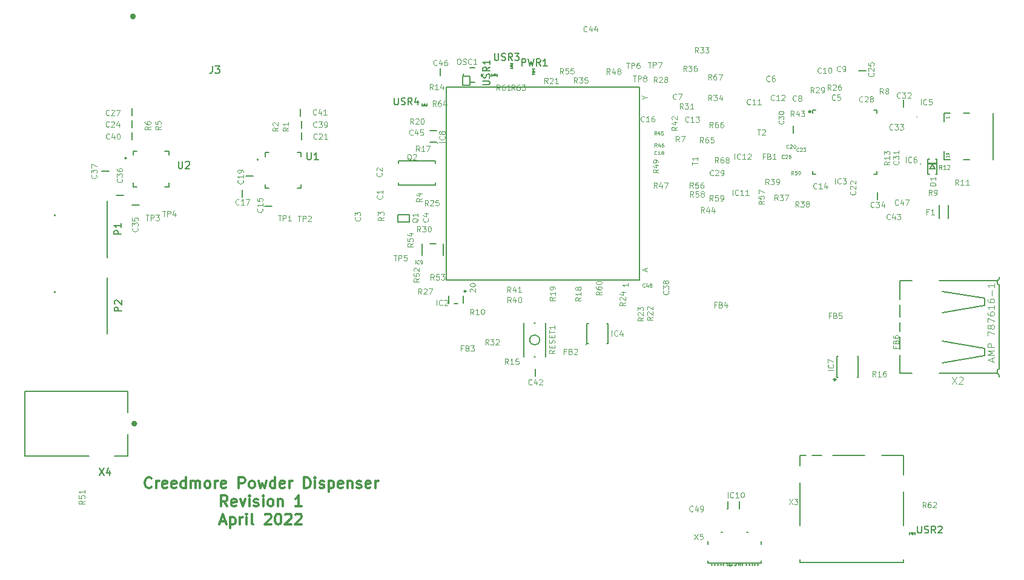
<source format=gbr>
%TF.GenerationSoftware,KiCad,Pcbnew,(5.1.10)-1*%
%TF.CreationDate,2022-03-17T16:17:32-06:00*%
%TF.ProjectId,BeagleBone_Black_Wireless,42656167-6c65-4426-9f6e-655f426c6163,rev?*%
%TF.SameCoordinates,Original*%
%TF.FileFunction,Legend,Top*%
%TF.FilePolarity,Positive*%
%FSLAX46Y46*%
G04 Gerber Fmt 4.6, Leading zero omitted, Abs format (unit mm)*
G04 Created by KiCad (PCBNEW (5.1.10)-1) date 2022-03-17 16:17:32*
%MOMM*%
%LPD*%
G01*
G04 APERTURE LIST*
%ADD10C,0.300000*%
%ADD11C,0.400000*%
%ADD12C,0.127000*%
%ADD13C,0.200000*%
%ADD14C,0.100000*%
%ADD15C,0.038100*%
%ADD16C,0.203200*%
%ADD17C,0.152400*%
%ADD18C,0.304800*%
%ADD19C,0.254000*%
%ADD20C,0.150000*%
%ADD21C,0.115824*%
%ADD22C,0.097536*%
%ADD23C,0.048768*%
%ADD24C,0.020320*%
%ADD25C,0.121920*%
%ADD26C,0.144780*%
%ADD27C,0.090000*%
%ADD28C,0.070000*%
G04 APERTURE END LIST*
D10*
X65628571Y-107510714D02*
X65557142Y-107582142D01*
X65342857Y-107653571D01*
X65199999Y-107653571D01*
X64985714Y-107582142D01*
X64842857Y-107439285D01*
X64771428Y-107296428D01*
X64699999Y-107010714D01*
X64699999Y-106796428D01*
X64771428Y-106510714D01*
X64842857Y-106367857D01*
X64985714Y-106225000D01*
X65199999Y-106153571D01*
X65342857Y-106153571D01*
X65557142Y-106225000D01*
X65628571Y-106296428D01*
X66271428Y-107653571D02*
X66271428Y-106653571D01*
X66271428Y-106939285D02*
X66342857Y-106796428D01*
X66414285Y-106725000D01*
X66557142Y-106653571D01*
X66699999Y-106653571D01*
X67771428Y-107582142D02*
X67628571Y-107653571D01*
X67342857Y-107653571D01*
X67200000Y-107582142D01*
X67128571Y-107439285D01*
X67128571Y-106867857D01*
X67200000Y-106725000D01*
X67342857Y-106653571D01*
X67628571Y-106653571D01*
X67771428Y-106725000D01*
X67842857Y-106867857D01*
X67842857Y-107010714D01*
X67128571Y-107153571D01*
X69057142Y-107582142D02*
X68914285Y-107653571D01*
X68628571Y-107653571D01*
X68485714Y-107582142D01*
X68414285Y-107439285D01*
X68414285Y-106867857D01*
X68485714Y-106725000D01*
X68628571Y-106653571D01*
X68914285Y-106653571D01*
X69057142Y-106725000D01*
X69128571Y-106867857D01*
X69128571Y-107010714D01*
X68414285Y-107153571D01*
X70414285Y-107653571D02*
X70414285Y-106153571D01*
X70414285Y-107582142D02*
X70271428Y-107653571D01*
X69985714Y-107653571D01*
X69842857Y-107582142D01*
X69771428Y-107510714D01*
X69700000Y-107367857D01*
X69700000Y-106939285D01*
X69771428Y-106796428D01*
X69842857Y-106725000D01*
X69985714Y-106653571D01*
X70271428Y-106653571D01*
X70414285Y-106725000D01*
X71128571Y-107653571D02*
X71128571Y-106653571D01*
X71128571Y-106796428D02*
X71200000Y-106725000D01*
X71342857Y-106653571D01*
X71557142Y-106653571D01*
X71700000Y-106725000D01*
X71771428Y-106867857D01*
X71771428Y-107653571D01*
X71771428Y-106867857D02*
X71842857Y-106725000D01*
X71985714Y-106653571D01*
X72200000Y-106653571D01*
X72342857Y-106725000D01*
X72414285Y-106867857D01*
X72414285Y-107653571D01*
X73342857Y-107653571D02*
X73200000Y-107582142D01*
X73128571Y-107510714D01*
X73057142Y-107367857D01*
X73057142Y-106939285D01*
X73128571Y-106796428D01*
X73200000Y-106725000D01*
X73342857Y-106653571D01*
X73557142Y-106653571D01*
X73700000Y-106725000D01*
X73771428Y-106796428D01*
X73842857Y-106939285D01*
X73842857Y-107367857D01*
X73771428Y-107510714D01*
X73700000Y-107582142D01*
X73557142Y-107653571D01*
X73342857Y-107653571D01*
X74485714Y-107653571D02*
X74485714Y-106653571D01*
X74485714Y-106939285D02*
X74557142Y-106796428D01*
X74628571Y-106725000D01*
X74771428Y-106653571D01*
X74914285Y-106653571D01*
X75985714Y-107582142D02*
X75842857Y-107653571D01*
X75557142Y-107653571D01*
X75414285Y-107582142D01*
X75342857Y-107439285D01*
X75342857Y-106867857D01*
X75414285Y-106725000D01*
X75557142Y-106653571D01*
X75842857Y-106653571D01*
X75985714Y-106725000D01*
X76057142Y-106867857D01*
X76057142Y-107010714D01*
X75342857Y-107153571D01*
X77842857Y-107653571D02*
X77842857Y-106153571D01*
X78414285Y-106153571D01*
X78557142Y-106225000D01*
X78628571Y-106296428D01*
X78700000Y-106439285D01*
X78700000Y-106653571D01*
X78628571Y-106796428D01*
X78557142Y-106867857D01*
X78414285Y-106939285D01*
X77842857Y-106939285D01*
X79557142Y-107653571D02*
X79414285Y-107582142D01*
X79342857Y-107510714D01*
X79271428Y-107367857D01*
X79271428Y-106939285D01*
X79342857Y-106796428D01*
X79414285Y-106725000D01*
X79557142Y-106653571D01*
X79771428Y-106653571D01*
X79914285Y-106725000D01*
X79985714Y-106796428D01*
X80057142Y-106939285D01*
X80057142Y-107367857D01*
X79985714Y-107510714D01*
X79914285Y-107582142D01*
X79771428Y-107653571D01*
X79557142Y-107653571D01*
X80557142Y-106653571D02*
X80842857Y-107653571D01*
X81128571Y-106939285D01*
X81414285Y-107653571D01*
X81700000Y-106653571D01*
X82914285Y-107653571D02*
X82914285Y-106153571D01*
X82914285Y-107582142D02*
X82771428Y-107653571D01*
X82485714Y-107653571D01*
X82342857Y-107582142D01*
X82271428Y-107510714D01*
X82200000Y-107367857D01*
X82200000Y-106939285D01*
X82271428Y-106796428D01*
X82342857Y-106725000D01*
X82485714Y-106653571D01*
X82771428Y-106653571D01*
X82914285Y-106725000D01*
X84200000Y-107582142D02*
X84057142Y-107653571D01*
X83771428Y-107653571D01*
X83628571Y-107582142D01*
X83557142Y-107439285D01*
X83557142Y-106867857D01*
X83628571Y-106725000D01*
X83771428Y-106653571D01*
X84057142Y-106653571D01*
X84200000Y-106725000D01*
X84271428Y-106867857D01*
X84271428Y-107010714D01*
X83557142Y-107153571D01*
X84914285Y-107653571D02*
X84914285Y-106653571D01*
X84914285Y-106939285D02*
X84985714Y-106796428D01*
X85057142Y-106725000D01*
X85200000Y-106653571D01*
X85342857Y-106653571D01*
X86985714Y-107653571D02*
X86985714Y-106153571D01*
X87342857Y-106153571D01*
X87557142Y-106225000D01*
X87700000Y-106367857D01*
X87771428Y-106510714D01*
X87842857Y-106796428D01*
X87842857Y-107010714D01*
X87771428Y-107296428D01*
X87700000Y-107439285D01*
X87557142Y-107582142D01*
X87342857Y-107653571D01*
X86985714Y-107653571D01*
X88485714Y-107653571D02*
X88485714Y-106653571D01*
X88485714Y-106153571D02*
X88414285Y-106225000D01*
X88485714Y-106296428D01*
X88557142Y-106225000D01*
X88485714Y-106153571D01*
X88485714Y-106296428D01*
X89128571Y-107582142D02*
X89271428Y-107653571D01*
X89557142Y-107653571D01*
X89700000Y-107582142D01*
X89771428Y-107439285D01*
X89771428Y-107367857D01*
X89700000Y-107225000D01*
X89557142Y-107153571D01*
X89342857Y-107153571D01*
X89200000Y-107082142D01*
X89128571Y-106939285D01*
X89128571Y-106867857D01*
X89200000Y-106725000D01*
X89342857Y-106653571D01*
X89557142Y-106653571D01*
X89700000Y-106725000D01*
X90414285Y-106653571D02*
X90414285Y-108153571D01*
X90414285Y-106725000D02*
X90557142Y-106653571D01*
X90842857Y-106653571D01*
X90985714Y-106725000D01*
X91057142Y-106796428D01*
X91128571Y-106939285D01*
X91128571Y-107367857D01*
X91057142Y-107510714D01*
X90985714Y-107582142D01*
X90842857Y-107653571D01*
X90557142Y-107653571D01*
X90414285Y-107582142D01*
X92342857Y-107582142D02*
X92200000Y-107653571D01*
X91914285Y-107653571D01*
X91771428Y-107582142D01*
X91700000Y-107439285D01*
X91700000Y-106867857D01*
X91771428Y-106725000D01*
X91914285Y-106653571D01*
X92200000Y-106653571D01*
X92342857Y-106725000D01*
X92414285Y-106867857D01*
X92414285Y-107010714D01*
X91700000Y-107153571D01*
X93057142Y-106653571D02*
X93057142Y-107653571D01*
X93057142Y-106796428D02*
X93128571Y-106725000D01*
X93271428Y-106653571D01*
X93485714Y-106653571D01*
X93628571Y-106725000D01*
X93700000Y-106867857D01*
X93700000Y-107653571D01*
X94342857Y-107582142D02*
X94485714Y-107653571D01*
X94771428Y-107653571D01*
X94914285Y-107582142D01*
X94985714Y-107439285D01*
X94985714Y-107367857D01*
X94914285Y-107225000D01*
X94771428Y-107153571D01*
X94557142Y-107153571D01*
X94414285Y-107082142D01*
X94342857Y-106939285D01*
X94342857Y-106867857D01*
X94414285Y-106725000D01*
X94557142Y-106653571D01*
X94771428Y-106653571D01*
X94914285Y-106725000D01*
X96200000Y-107582142D02*
X96057142Y-107653571D01*
X95771428Y-107653571D01*
X95628571Y-107582142D01*
X95557142Y-107439285D01*
X95557142Y-106867857D01*
X95628571Y-106725000D01*
X95771428Y-106653571D01*
X96057142Y-106653571D01*
X96200000Y-106725000D01*
X96271428Y-106867857D01*
X96271428Y-107010714D01*
X95557142Y-107153571D01*
X96914285Y-107653571D02*
X96914285Y-106653571D01*
X96914285Y-106939285D02*
X96985714Y-106796428D01*
X97057142Y-106725000D01*
X97200000Y-106653571D01*
X97342857Y-106653571D01*
X76235714Y-110203571D02*
X75735714Y-109489285D01*
X75378571Y-110203571D02*
X75378571Y-108703571D01*
X75950000Y-108703571D01*
X76092857Y-108775000D01*
X76164285Y-108846428D01*
X76235714Y-108989285D01*
X76235714Y-109203571D01*
X76164285Y-109346428D01*
X76092857Y-109417857D01*
X75950000Y-109489285D01*
X75378571Y-109489285D01*
X77450000Y-110132142D02*
X77307142Y-110203571D01*
X77021428Y-110203571D01*
X76878571Y-110132142D01*
X76807142Y-109989285D01*
X76807142Y-109417857D01*
X76878571Y-109275000D01*
X77021428Y-109203571D01*
X77307142Y-109203571D01*
X77450000Y-109275000D01*
X77521428Y-109417857D01*
X77521428Y-109560714D01*
X76807142Y-109703571D01*
X78021428Y-109203571D02*
X78378571Y-110203571D01*
X78735714Y-109203571D01*
X79307142Y-110203571D02*
X79307142Y-109203571D01*
X79307142Y-108703571D02*
X79235714Y-108775000D01*
X79307142Y-108846428D01*
X79378571Y-108775000D01*
X79307142Y-108703571D01*
X79307142Y-108846428D01*
X79950000Y-110132142D02*
X80092857Y-110203571D01*
X80378571Y-110203571D01*
X80521428Y-110132142D01*
X80592857Y-109989285D01*
X80592857Y-109917857D01*
X80521428Y-109775000D01*
X80378571Y-109703571D01*
X80164285Y-109703571D01*
X80021428Y-109632142D01*
X79950000Y-109489285D01*
X79950000Y-109417857D01*
X80021428Y-109275000D01*
X80164285Y-109203571D01*
X80378571Y-109203571D01*
X80521428Y-109275000D01*
X81235714Y-110203571D02*
X81235714Y-109203571D01*
X81235714Y-108703571D02*
X81164285Y-108775000D01*
X81235714Y-108846428D01*
X81307142Y-108775000D01*
X81235714Y-108703571D01*
X81235714Y-108846428D01*
X82164285Y-110203571D02*
X82021428Y-110132142D01*
X81950000Y-110060714D01*
X81878571Y-109917857D01*
X81878571Y-109489285D01*
X81950000Y-109346428D01*
X82021428Y-109275000D01*
X82164285Y-109203571D01*
X82378571Y-109203571D01*
X82521428Y-109275000D01*
X82592857Y-109346428D01*
X82664285Y-109489285D01*
X82664285Y-109917857D01*
X82592857Y-110060714D01*
X82521428Y-110132142D01*
X82378571Y-110203571D01*
X82164285Y-110203571D01*
X83307142Y-109203571D02*
X83307142Y-110203571D01*
X83307142Y-109346428D02*
X83378571Y-109275000D01*
X83521428Y-109203571D01*
X83735714Y-109203571D01*
X83878571Y-109275000D01*
X83950000Y-109417857D01*
X83950000Y-110203571D01*
X86592857Y-110203571D02*
X85735714Y-110203571D01*
X86164285Y-110203571D02*
X86164285Y-108703571D01*
X86021428Y-108917857D01*
X85878571Y-109060714D01*
X85735714Y-109132142D01*
X75271428Y-112325000D02*
X75985714Y-112325000D01*
X75128571Y-112753571D02*
X75628571Y-111253571D01*
X76128571Y-112753571D01*
X76628571Y-111753571D02*
X76628571Y-113253571D01*
X76628571Y-111825000D02*
X76771428Y-111753571D01*
X77057142Y-111753571D01*
X77200000Y-111825000D01*
X77271428Y-111896428D01*
X77342857Y-112039285D01*
X77342857Y-112467857D01*
X77271428Y-112610714D01*
X77200000Y-112682142D01*
X77057142Y-112753571D01*
X76771428Y-112753571D01*
X76628571Y-112682142D01*
X77985714Y-112753571D02*
X77985714Y-111753571D01*
X77985714Y-112039285D02*
X78057142Y-111896428D01*
X78128571Y-111825000D01*
X78271428Y-111753571D01*
X78414285Y-111753571D01*
X78914285Y-112753571D02*
X78914285Y-111753571D01*
X78914285Y-111253571D02*
X78842857Y-111325000D01*
X78914285Y-111396428D01*
X78985714Y-111325000D01*
X78914285Y-111253571D01*
X78914285Y-111396428D01*
X79842857Y-112753571D02*
X79700000Y-112682142D01*
X79628571Y-112539285D01*
X79628571Y-111253571D01*
X81485714Y-111396428D02*
X81557142Y-111325000D01*
X81700000Y-111253571D01*
X82057142Y-111253571D01*
X82200000Y-111325000D01*
X82271428Y-111396428D01*
X82342857Y-111539285D01*
X82342857Y-111682142D01*
X82271428Y-111896428D01*
X81414285Y-112753571D01*
X82342857Y-112753571D01*
X83271428Y-111253571D02*
X83414285Y-111253571D01*
X83557142Y-111325000D01*
X83628571Y-111396428D01*
X83700000Y-111539285D01*
X83771428Y-111825000D01*
X83771428Y-112182142D01*
X83700000Y-112467857D01*
X83628571Y-112610714D01*
X83557142Y-112682142D01*
X83414285Y-112753571D01*
X83271428Y-112753571D01*
X83128571Y-112682142D01*
X83057142Y-112610714D01*
X82985714Y-112467857D01*
X82914285Y-112182142D01*
X82914285Y-111825000D01*
X82985714Y-111539285D01*
X83057142Y-111396428D01*
X83128571Y-111325000D01*
X83271428Y-111253571D01*
X84342857Y-111396428D02*
X84414285Y-111325000D01*
X84557142Y-111253571D01*
X84914285Y-111253571D01*
X85057142Y-111325000D01*
X85128571Y-111396428D01*
X85200000Y-111539285D01*
X85200000Y-111682142D01*
X85128571Y-111896428D01*
X84271428Y-112753571D01*
X85200000Y-112753571D01*
X85771428Y-111396428D02*
X85842857Y-111325000D01*
X85985714Y-111253571D01*
X86342857Y-111253571D01*
X86485714Y-111325000D01*
X86557142Y-111396428D01*
X86628571Y-111539285D01*
X86628571Y-111682142D01*
X86557142Y-111896428D01*
X85700000Y-112753571D01*
X86628571Y-112753571D01*
D11*
%TO.C,X4*%
X63418000Y-98628200D02*
G75*
G03*
X63418000Y-98628200I-200000J0D01*
G01*
D12*
X62318000Y-100078200D02*
X62318000Y-103128200D01*
X56868000Y-103128200D02*
X47918000Y-103128200D01*
X62318000Y-94128200D02*
X62318000Y-97078200D01*
X62318000Y-103128200D02*
X60468000Y-103128200D01*
X47918000Y-94128200D02*
X62318000Y-94128200D01*
X47918000Y-103128200D02*
X47918000Y-94128200D01*
%TO.C,U2*%
X63050000Y-60475000D02*
X63050000Y-61020000D01*
X63050000Y-65475000D02*
X63050000Y-64930000D01*
X68050000Y-60475000D02*
X68050000Y-61020000D01*
X68050000Y-65475000D02*
X68050000Y-64930000D01*
X63050000Y-60475000D02*
X63595000Y-60475000D01*
X63050000Y-65475000D02*
X63595000Y-65475000D01*
X68050000Y-60475000D02*
X67505000Y-60475000D01*
X68050000Y-65475000D02*
X67505000Y-65475000D01*
D13*
X62115000Y-61475000D02*
G75*
G03*
X62115000Y-61475000I-100000J0D01*
G01*
D12*
%TO.C,U1*%
X81525000Y-60675000D02*
X81525000Y-61220000D01*
X81525000Y-65675000D02*
X81525000Y-65130000D01*
X86525000Y-60675000D02*
X86525000Y-61220000D01*
X86525000Y-65675000D02*
X86525000Y-65130000D01*
X81525000Y-60675000D02*
X82070000Y-60675000D01*
X81525000Y-65675000D02*
X82070000Y-65675000D01*
X86525000Y-60675000D02*
X85980000Y-60675000D01*
X86525000Y-65675000D02*
X85980000Y-65675000D01*
D13*
X80590000Y-61675000D02*
G75*
G03*
X80590000Y-61675000I-100000J0D01*
G01*
D14*
%TO.C,P2*%
X52227000Y-80225000D02*
G75*
G03*
X52227000Y-80225000I-127000J0D01*
G01*
D12*
X59450000Y-86100000D02*
X59450000Y-78150000D01*
D14*
%TO.C,P1*%
X52227000Y-69475000D02*
G75*
G03*
X52227000Y-69475000I-127000J0D01*
G01*
D12*
X59450000Y-75350000D02*
X59450000Y-67400000D01*
D11*
%TO.C,J3*%
X63220000Y-41620000D02*
G75*
G03*
X63220000Y-41620000I-200000J0D01*
G01*
D12*
%TO.C,C41*%
X86475000Y-55608000D02*
X86475000Y-54592000D01*
%TO.C,C40*%
X62900000Y-57867000D02*
X62900000Y-58883000D01*
%TO.C,C39*%
X86600000Y-57308000D02*
X86600000Y-56292000D01*
%TO.C,C37*%
X59708000Y-63275000D02*
X58692000Y-63275000D01*
%TO.C,C36*%
X60742000Y-66650000D02*
X61758000Y-66650000D01*
%TO.C,C35*%
X62892000Y-68025000D02*
X63908000Y-68025000D01*
%TO.C,C27*%
X62875000Y-54517000D02*
X62875000Y-55533000D01*
%TO.C,C24*%
X62875000Y-56167000D02*
X62875000Y-57183000D01*
%TO.C,C21*%
X86600000Y-58908000D02*
X86600000Y-57892000D01*
%TO.C,C17*%
X78300000Y-65867000D02*
X78300000Y-66883000D01*
%TO.C,C15*%
X81467000Y-68225000D02*
X82483000Y-68225000D01*
%TO.C,C19*%
X79833000Y-64000000D02*
X78817000Y-64000000D01*
%TO.C,IC1*%
X106819800Y-51549400D02*
X106819800Y-78549400D01*
X106819800Y-78549400D02*
X133819800Y-78549400D01*
X133819800Y-78549400D02*
X133819800Y-51549400D01*
X133819800Y-51549400D02*
X106819800Y-51549400D01*
%TO.C,X1*%
X183310000Y-61670000D02*
X183310000Y-55170000D01*
X183310000Y-61670000D02*
X183264000Y-61670000D01*
X183310000Y-55170000D02*
X183264000Y-55170000D01*
X179955000Y-61670000D02*
X179179850Y-61670000D01*
X179955000Y-55170000D02*
X179179850Y-55170000D01*
X177320500Y-61670000D02*
X176410000Y-61670000D01*
X176410000Y-61670000D02*
X176410000Y-60520000D01*
X177320500Y-55171000D02*
X176410000Y-55170000D01*
X176410000Y-55170000D02*
X176410000Y-56320000D01*
%TO.C,X5*%
X143411400Y-118112200D02*
X150911400Y-118112200D01*
X143411400Y-118112200D02*
X143411400Y-117782200D01*
X150911400Y-118112200D02*
X150911400Y-117782200D01*
X150911400Y-115542200D02*
X150911400Y-115082200D01*
X143411400Y-115542200D02*
X143411400Y-115082200D01*
X145281400Y-113812200D02*
X145491400Y-113812200D01*
X148831400Y-113812200D02*
X149041400Y-113812200D01*
D15*
X145561400Y-118512200D02*
X145561400Y-118262200D01*
X145561400Y-118262200D02*
X145661400Y-118362200D01*
X145561400Y-118262200D02*
X145461400Y-118362200D01*
X145161400Y-118512200D02*
X145161400Y-118262200D01*
X145161400Y-118262200D02*
X145261400Y-118362200D01*
X145161400Y-118262200D02*
X145061400Y-118362200D01*
X144761400Y-118512200D02*
X144761400Y-118262200D01*
X144761400Y-118262200D02*
X144861400Y-118362200D01*
X144761400Y-118262200D02*
X144661400Y-118362200D01*
X144361400Y-118512200D02*
X144361400Y-118262200D01*
X144361400Y-118262200D02*
X144461400Y-118362200D01*
X144361400Y-118262200D02*
X144261400Y-118362200D01*
X143961400Y-118512200D02*
X143961400Y-118262200D01*
X143961400Y-118262200D02*
X144061400Y-118362200D01*
X143961400Y-118262200D02*
X143861400Y-118362200D01*
X150361400Y-118512200D02*
X150361400Y-118262200D01*
X150361400Y-118262200D02*
X150461400Y-118362200D01*
X150361400Y-118262200D02*
X150261400Y-118362200D01*
X149961400Y-118512200D02*
X149961400Y-118262200D01*
X149961400Y-118262200D02*
X150061400Y-118362200D01*
X149961400Y-118262200D02*
X149861400Y-118362200D01*
X149561400Y-118512200D02*
X149561400Y-118262200D01*
X149561400Y-118262200D02*
X149661400Y-118362200D01*
X149561400Y-118262200D02*
X149461400Y-118362200D01*
X149161400Y-118512200D02*
X149161400Y-118262200D01*
X149161400Y-118262200D02*
X149261400Y-118362200D01*
X149161400Y-118262200D02*
X149061400Y-118362200D01*
X148761400Y-118512200D02*
X148761400Y-118262200D01*
X148761400Y-118262200D02*
X148861400Y-118362200D01*
X148761400Y-118262200D02*
X148661400Y-118362200D01*
D16*
%TO.C,X2*%
X183850000Y-91590000D02*
X183850000Y-91589900D01*
X183850000Y-91589900D02*
X183850000Y-91290000D01*
X184150000Y-90990000D02*
X184150000Y-79190000D01*
X183850000Y-78890000D02*
X183850000Y-78590000D01*
X183850000Y-78590000D02*
X175750000Y-78590000D01*
X171950000Y-78590000D02*
X170250000Y-78590000D01*
X170250000Y-78590000D02*
X170250000Y-81190000D01*
X170250000Y-88990000D02*
X170250000Y-91590000D01*
X170250000Y-91590000D02*
X171950000Y-91590000D01*
X175750000Y-91590000D02*
X183850000Y-91590000D01*
X184150000Y-91890000D02*
X184150000Y-92090000D01*
X176150000Y-90090000D02*
X182150000Y-89090000D01*
X182150000Y-89090000D02*
X182150000Y-88090000D01*
X182150000Y-88090000D02*
X176150000Y-87090000D01*
X176150000Y-80090000D02*
X182150000Y-81090000D01*
X182150000Y-81090000D02*
X182150000Y-82090000D01*
X182150000Y-82090000D02*
X176150000Y-83090000D01*
X184150000Y-78290000D02*
X184150000Y-78090000D01*
X170250000Y-81990000D02*
X170250000Y-83690000D01*
X170250000Y-86490000D02*
X170250000Y-88190000D01*
X170250000Y-84490000D02*
X170250000Y-85690000D01*
X183849901Y-78890001D02*
G75*
G03*
X184150000Y-79190000I300099J100D01*
G01*
X184150000Y-78290000D02*
G75*
G02*
X183850000Y-78590000I-300000J0D01*
G01*
X184150000Y-90990000D02*
G75*
G03*
X183850000Y-91290000I0J-300000D01*
G01*
X183850000Y-91589900D02*
G75*
G02*
X184150000Y-91889900I0J-300000D01*
G01*
D12*
%TO.C,X3*%
X157125200Y-103087600D02*
X156275200Y-103087600D01*
X156275200Y-103087600D02*
X156275200Y-104517600D01*
X157975200Y-103087600D02*
X159325200Y-103087600D01*
X160875200Y-103087600D02*
X165325200Y-103087600D01*
X167725200Y-103087600D02*
X170775200Y-103087600D01*
X170775200Y-103087600D02*
X170775200Y-105817600D01*
X170775200Y-108157600D02*
X170775200Y-112927600D01*
X170775200Y-117607600D02*
X170775200Y-118087600D01*
X170775200Y-118087600D02*
X156275200Y-118087600D01*
X156275200Y-118087600D02*
X156275200Y-117607600D01*
X156275200Y-112927600D02*
X156275200Y-106857600D01*
D17*
%TO.C,USR1*%
X113575000Y-49656800D02*
X113385000Y-49923200D01*
X113575000Y-49656800D02*
X113765000Y-49923200D01*
X113765000Y-49923200D02*
X113385000Y-49923200D01*
X113925000Y-49630000D02*
X113925000Y-49970000D01*
X113225000Y-49630000D02*
X113225000Y-49970000D01*
%TO.C,USR2*%
X172000000Y-114143200D02*
X172190000Y-113876800D01*
X172000000Y-114143200D02*
X171810000Y-113876800D01*
X171810000Y-113876800D02*
X172190000Y-113876800D01*
X171650000Y-114170000D02*
X171650000Y-113830000D01*
X172350000Y-114170000D02*
X172350000Y-113830000D01*
%TO.C,USR3*%
X115806800Y-48525000D02*
X116073200Y-48715000D01*
X115806800Y-48525000D02*
X116073200Y-48335000D01*
X116073200Y-48335000D02*
X116073200Y-48715000D01*
X115780000Y-48175000D02*
X116120000Y-48175000D01*
X115780000Y-48875000D02*
X116120000Y-48875000D01*
%TO.C,USR4*%
X103784400Y-53831800D02*
X103594400Y-54098200D01*
X103784400Y-53831800D02*
X103974400Y-54098200D01*
X103974400Y-54098200D02*
X103594400Y-54098200D01*
X104134400Y-53805000D02*
X104134400Y-54145000D01*
X103434400Y-53805000D02*
X103434400Y-54145000D01*
D16*
%TO.C,RESET1*%
X119150000Y-84560000D02*
X119250000Y-84560000D01*
X119150000Y-89260000D02*
X119250000Y-89260000D01*
X119894621Y-86910000D02*
G75*
G03*
X119894621Y-86910000I-694621J0D01*
G01*
X120700000Y-84560000D02*
X120700000Y-89260000D01*
X117700000Y-84560000D02*
X117700000Y-89260000D01*
D12*
%TO.C,Q2*%
X100123400Y-65225400D02*
X105323400Y-65225400D01*
X105323400Y-65225400D02*
X105323400Y-64895400D01*
X105323400Y-62155400D02*
X105323400Y-61825400D01*
X105323400Y-61825400D02*
X100123400Y-61825400D01*
X100123400Y-61825400D02*
X100123400Y-62155400D01*
X100123400Y-64895400D02*
X100123400Y-65225400D01*
%TO.C,Q1*%
X100091925Y-69349550D02*
X101685675Y-69349550D01*
X101685675Y-69349550D02*
X101685675Y-70412050D01*
X101685675Y-70412050D02*
X100091925Y-70412050D01*
X100091925Y-70412050D02*
X100091925Y-69349550D01*
D17*
%TO.C,PWR1*%
X119186600Y-49356000D02*
X118920200Y-49166000D01*
X119186600Y-49356000D02*
X118920200Y-49546000D01*
X118920200Y-49546000D02*
X118920200Y-49166000D01*
X119213400Y-49706000D02*
X118873400Y-49706000D01*
X119213400Y-49006000D02*
X118873400Y-49006000D01*
D12*
%TO.C,OSC1*%
X110145000Y-50835000D02*
X110805000Y-50835000D01*
X109225000Y-50015000D02*
X109225000Y-49655000D01*
X111725000Y-50015000D02*
X111725000Y-49655000D01*
X110145000Y-48835000D02*
X110805000Y-48835000D01*
D16*
X109115000Y-49975000D02*
X109115000Y-51245000D01*
X109115000Y-51245000D02*
X110185000Y-51245000D01*
X110185000Y-51245000D02*
X110185000Y-49975000D01*
X110185000Y-49975000D02*
X109115000Y-49975000D01*
D12*
%TO.C,IC8*%
X104529000Y-57600000D02*
X105529000Y-57600000D01*
X105529000Y-59240000D02*
X104529000Y-59240000D01*
X105674000Y-59365000D02*
G75*
G03*
X105674000Y-59365000I-25000J0D01*
G01*
%TO.C,IC10*%
X147820000Y-109500000D02*
X147820000Y-110500000D01*
X146180000Y-110500000D02*
X146180000Y-109500000D01*
X146080000Y-110620000D02*
G75*
G03*
X146080000Y-110620000I-25000J0D01*
G01*
%TO.C,IC4*%
X129475000Y-84600000D02*
X129475000Y-87400000D01*
X126525000Y-87400000D02*
X126525000Y-84600000D01*
X126525000Y-87400000D02*
X126705000Y-87400000D01*
X129475000Y-87400000D02*
X129295000Y-87400000D01*
X129475000Y-84600000D02*
X129295000Y-84600000D01*
X126525000Y-84600000D02*
X126705000Y-84600000D01*
X126405000Y-87560000D02*
G75*
G03*
X126405000Y-87560000I-40000J0D01*
G01*
%TO.C,IC7*%
X161600000Y-89155000D02*
X161450000Y-89155000D01*
X161450000Y-89155000D02*
X161450000Y-92155000D01*
X161450000Y-92155000D02*
X161600000Y-92155000D01*
X164300000Y-92155000D02*
X164450000Y-92155000D01*
X164450000Y-92155000D02*
X164450000Y-89155000D01*
X164450000Y-89155000D02*
X164300000Y-89155000D01*
D18*
X161250000Y-92455000D02*
G75*
G03*
X161250000Y-92455000I-100000J0D01*
G01*
D12*
%TO.C,IC3*%
X158474600Y-54732800D02*
X158034600Y-54732800D01*
X158034600Y-54732800D02*
X158034600Y-55172800D01*
X167034600Y-55172800D02*
X167034600Y-54732800D01*
X167034600Y-54732800D02*
X166594600Y-54732800D01*
X158034600Y-63292800D02*
X158034600Y-63732800D01*
X158034600Y-63732800D02*
X158474600Y-63732800D01*
X166594600Y-63732800D02*
X167034600Y-63732800D01*
X167034600Y-63732800D02*
X167034600Y-63292800D01*
D18*
X157744600Y-54942800D02*
G75*
G03*
X157744600Y-54942800I-90000J0D01*
G01*
D12*
%TO.C,IC6*%
X173150000Y-62272500D02*
G75*
G03*
X173150000Y-62272500I-50000J0D01*
G01*
%TO.C,IC5*%
X172600000Y-55697500D02*
G75*
G03*
X172600000Y-55697500I-50000J0D01*
G01*
%TO.C,IC9*%
X106450000Y-75025000D02*
X106417000Y-75025000D01*
X103483000Y-75025000D02*
X103450000Y-75025000D01*
X103450000Y-75025000D02*
X103450000Y-73425000D01*
X103450000Y-73425000D02*
X103483000Y-73425000D01*
X104516800Y-73425000D02*
X105383200Y-73425000D01*
X106417000Y-73425000D02*
X106450000Y-73425000D01*
X106450000Y-73425000D02*
X106450000Y-75025000D01*
%TO.C,IC2*%
X107200000Y-80710000D02*
X107200000Y-81835000D01*
X109200000Y-80710000D02*
X109200000Y-81710000D01*
D19*
X109570000Y-80067000D02*
G75*
G03*
X109570000Y-80067000I-100000J0D01*
G01*
D12*
X107920000Y-81835000D02*
X108480000Y-81835000D01*
D16*
%TO.C,F1*%
X175800000Y-68060000D02*
X175800000Y-69860000D01*
X177000000Y-69860000D02*
X177000000Y-68060000D01*
D17*
%TO.C,D1*%
X174800000Y-62363200D02*
X175200000Y-62963200D01*
X175200000Y-62963200D02*
X174400000Y-62963200D01*
X174400000Y-62963200D02*
X174800000Y-62363200D01*
X175450000Y-61610000D02*
X175450000Y-62215500D01*
X175450000Y-62215500D02*
X175450000Y-62279000D01*
X175450000Y-62279000D02*
X175450000Y-63710000D01*
X174150000Y-63710000D02*
X174150000Y-62279000D01*
X174150000Y-62279000D02*
X174150000Y-62215500D01*
X174150000Y-62215500D02*
X174150000Y-61610000D01*
D12*
X175450000Y-62215500D02*
X174150000Y-62215500D01*
X174150000Y-62279000D02*
X175450000Y-62279000D01*
D17*
X175450000Y-61610000D02*
X175230000Y-61610000D01*
X175450000Y-63710000D02*
X175230000Y-63710000D01*
X174370000Y-63710000D02*
X174150000Y-63710000D01*
X174370000Y-61610000D02*
X174150000Y-61610000D01*
D12*
%TO.C,C34*%
X167100000Y-66242000D02*
X167100000Y-67258000D01*
%TO.C,C32*%
X170725000Y-53292000D02*
X170725000Y-54308000D01*
%TO.C,C30*%
X155321000Y-57937400D02*
X155321000Y-56921400D01*
%TO.C,C25*%
X164542000Y-49200000D02*
X165558000Y-49200000D01*
%TO.C,C42*%
X119325000Y-91002000D02*
X119325000Y-92018000D01*
%TO.C,C46*%
X106000000Y-48852000D02*
X106000000Y-49868000D01*
%TO.C,X4*%
D20*
X58329233Y-104856747D02*
X58997096Y-105858542D01*
X58997096Y-104856747D02*
X58329233Y-105858542D01*
X59808073Y-105190679D02*
X59808073Y-105858542D01*
X59569550Y-104809043D02*
X59331028Y-105524611D01*
X59951186Y-105524611D01*
%TO.C,U2*%
X69388095Y-61902380D02*
X69388095Y-62711904D01*
X69435714Y-62807142D01*
X69483333Y-62854761D01*
X69578571Y-62902380D01*
X69769047Y-62902380D01*
X69864285Y-62854761D01*
X69911904Y-62807142D01*
X69959523Y-62711904D01*
X69959523Y-61902380D01*
X70388095Y-61997619D02*
X70435714Y-61950000D01*
X70530952Y-61902380D01*
X70769047Y-61902380D01*
X70864285Y-61950000D01*
X70911904Y-61997619D01*
X70959523Y-62092857D01*
X70959523Y-62188095D01*
X70911904Y-62330952D01*
X70340476Y-62902380D01*
X70959523Y-62902380D01*
%TO.C,U1*%
X87388095Y-60677380D02*
X87388095Y-61486904D01*
X87435714Y-61582142D01*
X87483333Y-61629761D01*
X87578571Y-61677380D01*
X87769047Y-61677380D01*
X87864285Y-61629761D01*
X87911904Y-61582142D01*
X87959523Y-61486904D01*
X87959523Y-60677380D01*
X88959523Y-61677380D02*
X88388095Y-61677380D01*
X88673809Y-61677380D02*
X88673809Y-60677380D01*
X88578571Y-60820238D01*
X88483333Y-60915476D01*
X88388095Y-60963095D01*
%TO.C,P2*%
X61427804Y-82863786D02*
X60426867Y-82863786D01*
X60426867Y-82482477D01*
X60474531Y-82387150D01*
X60522195Y-82339486D01*
X60617522Y-82291822D01*
X60760513Y-82291822D01*
X60855840Y-82339486D01*
X60903504Y-82387150D01*
X60951168Y-82482477D01*
X60951168Y-82863786D01*
X60522195Y-81910513D02*
X60474531Y-81862849D01*
X60426867Y-81767522D01*
X60426867Y-81529204D01*
X60474531Y-81433876D01*
X60522195Y-81386213D01*
X60617522Y-81338549D01*
X60712849Y-81338549D01*
X60855840Y-81386213D01*
X61427804Y-81958177D01*
X61427804Y-81338549D01*
%TO.C,P1*%
X61402804Y-72113786D02*
X60401867Y-72113786D01*
X60401867Y-71732477D01*
X60449531Y-71637150D01*
X60497195Y-71589486D01*
X60592522Y-71541822D01*
X60735513Y-71541822D01*
X60830840Y-71589486D01*
X60878504Y-71637150D01*
X60926168Y-71732477D01*
X60926168Y-72113786D01*
X61402804Y-70588549D02*
X61402804Y-71160513D01*
X61402804Y-70874531D02*
X60401867Y-70874531D01*
X60544858Y-70969858D01*
X60640186Y-71065186D01*
X60687849Y-71160513D01*
%TO.C,J3*%
X74141118Y-48576479D02*
X74141118Y-49291941D01*
X74093420Y-49435033D01*
X73998025Y-49530428D01*
X73854933Y-49578125D01*
X73759538Y-49578125D01*
X74522697Y-48576479D02*
X75142764Y-48576479D01*
X74808882Y-48958059D01*
X74951974Y-48958059D01*
X75047369Y-49005756D01*
X75095066Y-49053453D01*
X75142764Y-49148848D01*
X75142764Y-49387335D01*
X75095066Y-49482730D01*
X75047369Y-49530428D01*
X74951974Y-49578125D01*
X74665789Y-49578125D01*
X74570394Y-49530428D01*
X74522697Y-49482730D01*
%TO.C,R6*%
D21*
X65488230Y-57024632D02*
X65120535Y-57282019D01*
X65488230Y-57465866D02*
X64716070Y-57465866D01*
X64716070Y-57171710D01*
X64752840Y-57098171D01*
X64789609Y-57061402D01*
X64863148Y-57024632D01*
X64973457Y-57024632D01*
X65046996Y-57061402D01*
X65083765Y-57098171D01*
X65120535Y-57171710D01*
X65120535Y-57465866D01*
X64716070Y-56362781D02*
X64716070Y-56509859D01*
X64752840Y-56583398D01*
X64789609Y-56620167D01*
X64899918Y-56693706D01*
X65046996Y-56730476D01*
X65341152Y-56730476D01*
X65414691Y-56693706D01*
X65451460Y-56656937D01*
X65488230Y-56583398D01*
X65488230Y-56436320D01*
X65451460Y-56362781D01*
X65414691Y-56326011D01*
X65341152Y-56289242D01*
X65157304Y-56289242D01*
X65083765Y-56326011D01*
X65046996Y-56362781D01*
X65010226Y-56436320D01*
X65010226Y-56583398D01*
X65046996Y-56656937D01*
X65083765Y-56693706D01*
X65157304Y-56730476D01*
%TO.C,R5*%
X66938230Y-56999632D02*
X66570535Y-57257019D01*
X66938230Y-57440866D02*
X66166070Y-57440866D01*
X66166070Y-57146710D01*
X66202840Y-57073171D01*
X66239609Y-57036402D01*
X66313148Y-56999632D01*
X66423457Y-56999632D01*
X66496996Y-57036402D01*
X66533765Y-57073171D01*
X66570535Y-57146710D01*
X66570535Y-57440866D01*
X66166070Y-56301011D02*
X66166070Y-56668706D01*
X66533765Y-56705476D01*
X66496996Y-56668706D01*
X66460226Y-56595167D01*
X66460226Y-56411320D01*
X66496996Y-56337781D01*
X66533765Y-56301011D01*
X66607304Y-56264242D01*
X66791152Y-56264242D01*
X66864691Y-56301011D01*
X66901460Y-56337781D01*
X66938230Y-56411320D01*
X66938230Y-56595167D01*
X66901460Y-56668706D01*
X66864691Y-56705476D01*
%TO.C,R2*%
X83338230Y-57199632D02*
X82970535Y-57457019D01*
X83338230Y-57640866D02*
X82566070Y-57640866D01*
X82566070Y-57346710D01*
X82602840Y-57273171D01*
X82639609Y-57236402D01*
X82713148Y-57199632D01*
X82823457Y-57199632D01*
X82896996Y-57236402D01*
X82933765Y-57273171D01*
X82970535Y-57346710D01*
X82970535Y-57640866D01*
X82639609Y-56905476D02*
X82602840Y-56868706D01*
X82566070Y-56795167D01*
X82566070Y-56611320D01*
X82602840Y-56537781D01*
X82639609Y-56501011D01*
X82713148Y-56464242D01*
X82786687Y-56464242D01*
X82896996Y-56501011D01*
X83338230Y-56942245D01*
X83338230Y-56464242D01*
%TO.C,R1*%
X84763230Y-57174632D02*
X84395535Y-57432019D01*
X84763230Y-57615866D02*
X83991070Y-57615866D01*
X83991070Y-57321710D01*
X84027840Y-57248171D01*
X84064609Y-57211402D01*
X84138148Y-57174632D01*
X84248457Y-57174632D01*
X84321996Y-57211402D01*
X84358765Y-57248171D01*
X84395535Y-57321710D01*
X84395535Y-57615866D01*
X84763230Y-56439242D02*
X84763230Y-56880476D01*
X84763230Y-56659859D02*
X83991070Y-56659859D01*
X84101379Y-56733398D01*
X84174918Y-56806937D01*
X84211687Y-56880476D01*
%TO.C,C41*%
X88656855Y-55314691D02*
X88620085Y-55351460D01*
X88509777Y-55388230D01*
X88436238Y-55388230D01*
X88325929Y-55351460D01*
X88252390Y-55277921D01*
X88215621Y-55204382D01*
X88178851Y-55057304D01*
X88178851Y-54946996D01*
X88215621Y-54799918D01*
X88252390Y-54726379D01*
X88325929Y-54652840D01*
X88436238Y-54616070D01*
X88509777Y-54616070D01*
X88620085Y-54652840D01*
X88656855Y-54689609D01*
X89318706Y-54873457D02*
X89318706Y-55388230D01*
X89134859Y-54579300D02*
X88951011Y-55130843D01*
X89429015Y-55130843D01*
X90127636Y-55388230D02*
X89686402Y-55388230D01*
X89907019Y-55388230D02*
X89907019Y-54616070D01*
X89833480Y-54726379D01*
X89759941Y-54799918D01*
X89686402Y-54836687D01*
%TO.C,C40*%
X59750367Y-58714691D02*
X59713597Y-58751460D01*
X59603289Y-58788230D01*
X59529750Y-58788230D01*
X59419441Y-58751460D01*
X59345902Y-58677921D01*
X59309133Y-58604382D01*
X59272363Y-58457304D01*
X59272363Y-58346996D01*
X59309133Y-58199918D01*
X59345902Y-58126379D01*
X59419441Y-58052840D01*
X59529750Y-58016070D01*
X59603289Y-58016070D01*
X59713597Y-58052840D01*
X59750367Y-58089609D01*
X60412218Y-58273457D02*
X60412218Y-58788230D01*
X60228371Y-57979300D02*
X60044523Y-58530843D01*
X60522527Y-58530843D01*
X60963761Y-58016070D02*
X61037300Y-58016070D01*
X61110839Y-58052840D01*
X61147609Y-58089609D01*
X61184378Y-58163148D01*
X61221148Y-58310226D01*
X61221148Y-58494074D01*
X61184378Y-58641152D01*
X61147609Y-58714691D01*
X61110839Y-58751460D01*
X61037300Y-58788230D01*
X60963761Y-58788230D01*
X60890222Y-58751460D01*
X60853453Y-58714691D01*
X60816683Y-58641152D01*
X60779914Y-58494074D01*
X60779914Y-58310226D01*
X60816683Y-58163148D01*
X60853453Y-58089609D01*
X60890222Y-58052840D01*
X60963761Y-58016070D01*
%TO.C,C39*%
X88731855Y-57064691D02*
X88695085Y-57101460D01*
X88584777Y-57138230D01*
X88511238Y-57138230D01*
X88400929Y-57101460D01*
X88327390Y-57027921D01*
X88290621Y-56954382D01*
X88253851Y-56807304D01*
X88253851Y-56696996D01*
X88290621Y-56549918D01*
X88327390Y-56476379D01*
X88400929Y-56402840D01*
X88511238Y-56366070D01*
X88584777Y-56366070D01*
X88695085Y-56402840D01*
X88731855Y-56439609D01*
X88989242Y-56366070D02*
X89467245Y-56366070D01*
X89209859Y-56660226D01*
X89320167Y-56660226D01*
X89393706Y-56696996D01*
X89430476Y-56733765D01*
X89467245Y-56807304D01*
X89467245Y-56991152D01*
X89430476Y-57064691D01*
X89393706Y-57101460D01*
X89320167Y-57138230D01*
X89099550Y-57138230D01*
X89026011Y-57101460D01*
X88989242Y-57064691D01*
X89834941Y-57138230D02*
X89982019Y-57138230D01*
X90055558Y-57101460D01*
X90092327Y-57064691D01*
X90165866Y-56954382D01*
X90202636Y-56807304D01*
X90202636Y-56513148D01*
X90165866Y-56439609D01*
X90129097Y-56402840D01*
X90055558Y-56366070D01*
X89908480Y-56366070D01*
X89834941Y-56402840D01*
X89798171Y-56439609D01*
X89761402Y-56513148D01*
X89761402Y-56696996D01*
X89798171Y-56770535D01*
X89834941Y-56807304D01*
X89908480Y-56844074D01*
X90055558Y-56844074D01*
X90129097Y-56807304D01*
X90165866Y-56770535D01*
X90202636Y-56696996D01*
%TO.C,C37*%
X57885491Y-63812544D02*
X57922260Y-63849314D01*
X57959030Y-63959622D01*
X57959030Y-64033161D01*
X57922260Y-64143470D01*
X57848721Y-64217009D01*
X57775182Y-64253778D01*
X57628104Y-64290548D01*
X57517796Y-64290548D01*
X57370718Y-64253778D01*
X57297179Y-64217009D01*
X57223640Y-64143470D01*
X57186870Y-64033161D01*
X57186870Y-63959622D01*
X57223640Y-63849314D01*
X57260409Y-63812544D01*
X57186870Y-63555157D02*
X57186870Y-63077154D01*
X57481026Y-63334540D01*
X57481026Y-63224232D01*
X57517796Y-63150693D01*
X57554565Y-63113923D01*
X57628104Y-63077154D01*
X57811952Y-63077154D01*
X57885491Y-63113923D01*
X57922260Y-63150693D01*
X57959030Y-63224232D01*
X57959030Y-63444849D01*
X57922260Y-63518388D01*
X57885491Y-63555157D01*
X57186870Y-62819767D02*
X57186870Y-62304994D01*
X57959030Y-62635919D01*
%TO.C,C36*%
X61464691Y-64349632D02*
X61501460Y-64386402D01*
X61538230Y-64496710D01*
X61538230Y-64570249D01*
X61501460Y-64680558D01*
X61427921Y-64754097D01*
X61354382Y-64790866D01*
X61207304Y-64827636D01*
X61096996Y-64827636D01*
X60949918Y-64790866D01*
X60876379Y-64754097D01*
X60802840Y-64680558D01*
X60766070Y-64570249D01*
X60766070Y-64496710D01*
X60802840Y-64386402D01*
X60839609Y-64349632D01*
X60766070Y-64092245D02*
X60766070Y-63614242D01*
X61060226Y-63871628D01*
X61060226Y-63761320D01*
X61096996Y-63687781D01*
X61133765Y-63651011D01*
X61207304Y-63614242D01*
X61391152Y-63614242D01*
X61464691Y-63651011D01*
X61501460Y-63687781D01*
X61538230Y-63761320D01*
X61538230Y-63981937D01*
X61501460Y-64055476D01*
X61464691Y-64092245D01*
X60766070Y-62952390D02*
X60766070Y-63099468D01*
X60802840Y-63173007D01*
X60839609Y-63209777D01*
X60949918Y-63283316D01*
X61096996Y-63320085D01*
X61391152Y-63320085D01*
X61464691Y-63283316D01*
X61501460Y-63246546D01*
X61538230Y-63173007D01*
X61538230Y-63025929D01*
X61501460Y-62952390D01*
X61464691Y-62915621D01*
X61391152Y-62878851D01*
X61207304Y-62878851D01*
X61133765Y-62915621D01*
X61096996Y-62952390D01*
X61060226Y-63025929D01*
X61060226Y-63173007D01*
X61096996Y-63246546D01*
X61133765Y-63283316D01*
X61207304Y-63320085D01*
%TO.C,C35*%
X63639691Y-71249632D02*
X63676460Y-71286402D01*
X63713230Y-71396710D01*
X63713230Y-71470249D01*
X63676460Y-71580558D01*
X63602921Y-71654097D01*
X63529382Y-71690866D01*
X63382304Y-71727636D01*
X63271996Y-71727636D01*
X63124918Y-71690866D01*
X63051379Y-71654097D01*
X62977840Y-71580558D01*
X62941070Y-71470249D01*
X62941070Y-71396710D01*
X62977840Y-71286402D01*
X63014609Y-71249632D01*
X62941070Y-70992245D02*
X62941070Y-70514242D01*
X63235226Y-70771628D01*
X63235226Y-70661320D01*
X63271996Y-70587781D01*
X63308765Y-70551011D01*
X63382304Y-70514242D01*
X63566152Y-70514242D01*
X63639691Y-70551011D01*
X63676460Y-70587781D01*
X63713230Y-70661320D01*
X63713230Y-70881937D01*
X63676460Y-70955476D01*
X63639691Y-70992245D01*
X62941070Y-69815621D02*
X62941070Y-70183316D01*
X63308765Y-70220085D01*
X63271996Y-70183316D01*
X63235226Y-70109777D01*
X63235226Y-69925929D01*
X63271996Y-69852390D01*
X63308765Y-69815621D01*
X63382304Y-69778851D01*
X63566152Y-69778851D01*
X63639691Y-69815621D01*
X63676460Y-69852390D01*
X63713230Y-69925929D01*
X63713230Y-70109777D01*
X63676460Y-70183316D01*
X63639691Y-70220085D01*
%TO.C,C27*%
X59700367Y-55389691D02*
X59663597Y-55426460D01*
X59553289Y-55463230D01*
X59479750Y-55463230D01*
X59369441Y-55426460D01*
X59295902Y-55352921D01*
X59259133Y-55279382D01*
X59222363Y-55132304D01*
X59222363Y-55021996D01*
X59259133Y-54874918D01*
X59295902Y-54801379D01*
X59369441Y-54727840D01*
X59479750Y-54691070D01*
X59553289Y-54691070D01*
X59663597Y-54727840D01*
X59700367Y-54764609D01*
X59994523Y-54764609D02*
X60031293Y-54727840D01*
X60104832Y-54691070D01*
X60288679Y-54691070D01*
X60362218Y-54727840D01*
X60398988Y-54764609D01*
X60435757Y-54838148D01*
X60435757Y-54911687D01*
X60398988Y-55021996D01*
X59957754Y-55463230D01*
X60435757Y-55463230D01*
X60693144Y-54691070D02*
X61207917Y-54691070D01*
X60876992Y-55463230D01*
%TO.C,C24*%
X59700367Y-57014691D02*
X59663597Y-57051460D01*
X59553289Y-57088230D01*
X59479750Y-57088230D01*
X59369441Y-57051460D01*
X59295902Y-56977921D01*
X59259133Y-56904382D01*
X59222363Y-56757304D01*
X59222363Y-56646996D01*
X59259133Y-56499918D01*
X59295902Y-56426379D01*
X59369441Y-56352840D01*
X59479750Y-56316070D01*
X59553289Y-56316070D01*
X59663597Y-56352840D01*
X59700367Y-56389609D01*
X59994523Y-56389609D02*
X60031293Y-56352840D01*
X60104832Y-56316070D01*
X60288679Y-56316070D01*
X60362218Y-56352840D01*
X60398988Y-56389609D01*
X60435757Y-56463148D01*
X60435757Y-56536687D01*
X60398988Y-56646996D01*
X59957754Y-57088230D01*
X60435757Y-57088230D01*
X61097609Y-56573457D02*
X61097609Y-57088230D01*
X60913761Y-56279300D02*
X60729914Y-56830843D01*
X61207917Y-56830843D01*
%TO.C,C21*%
X88756855Y-58714691D02*
X88720085Y-58751460D01*
X88609777Y-58788230D01*
X88536238Y-58788230D01*
X88425929Y-58751460D01*
X88352390Y-58677921D01*
X88315621Y-58604382D01*
X88278851Y-58457304D01*
X88278851Y-58346996D01*
X88315621Y-58199918D01*
X88352390Y-58126379D01*
X88425929Y-58052840D01*
X88536238Y-58016070D01*
X88609777Y-58016070D01*
X88720085Y-58052840D01*
X88756855Y-58089609D01*
X89051011Y-58089609D02*
X89087781Y-58052840D01*
X89161320Y-58016070D01*
X89345167Y-58016070D01*
X89418706Y-58052840D01*
X89455476Y-58089609D01*
X89492245Y-58163148D01*
X89492245Y-58236687D01*
X89455476Y-58346996D01*
X89014242Y-58788230D01*
X89492245Y-58788230D01*
X90227636Y-58788230D02*
X89786402Y-58788230D01*
X90007019Y-58788230D02*
X90007019Y-58016070D01*
X89933480Y-58126379D01*
X89859941Y-58199918D01*
X89786402Y-58236687D01*
%TO.C,C17*%
X77844767Y-67914691D02*
X77807997Y-67951460D01*
X77697689Y-67988230D01*
X77624150Y-67988230D01*
X77513841Y-67951460D01*
X77440302Y-67877921D01*
X77403533Y-67804382D01*
X77366763Y-67657304D01*
X77366763Y-67546996D01*
X77403533Y-67399918D01*
X77440302Y-67326379D01*
X77513841Y-67252840D01*
X77624150Y-67216070D01*
X77697689Y-67216070D01*
X77807997Y-67252840D01*
X77844767Y-67289609D01*
X78580157Y-67988230D02*
X78138923Y-67988230D01*
X78359540Y-67988230D02*
X78359540Y-67216070D01*
X78286001Y-67326379D01*
X78212462Y-67399918D01*
X78138923Y-67436687D01*
X78837544Y-67216070D02*
X79352317Y-67216070D01*
X79021392Y-67988230D01*
%TO.C,C15*%
X81089691Y-68524632D02*
X81126460Y-68561402D01*
X81163230Y-68671710D01*
X81163230Y-68745249D01*
X81126460Y-68855558D01*
X81052921Y-68929097D01*
X80979382Y-68965866D01*
X80832304Y-69002636D01*
X80721996Y-69002636D01*
X80574918Y-68965866D01*
X80501379Y-68929097D01*
X80427840Y-68855558D01*
X80391070Y-68745249D01*
X80391070Y-68671710D01*
X80427840Y-68561402D01*
X80464609Y-68524632D01*
X81163230Y-67789242D02*
X81163230Y-68230476D01*
X81163230Y-68009859D02*
X80391070Y-68009859D01*
X80501379Y-68083398D01*
X80574918Y-68156937D01*
X80611687Y-68230476D01*
X80391070Y-67090621D02*
X80391070Y-67458316D01*
X80758765Y-67495085D01*
X80721996Y-67458316D01*
X80685226Y-67384777D01*
X80685226Y-67200929D01*
X80721996Y-67127390D01*
X80758765Y-67090621D01*
X80832304Y-67053851D01*
X81016152Y-67053851D01*
X81089691Y-67090621D01*
X81126460Y-67127390D01*
X81163230Y-67200929D01*
X81163230Y-67384777D01*
X81126460Y-67458316D01*
X81089691Y-67495085D01*
%TO.C,C19*%
X78364691Y-64543144D02*
X78401460Y-64579914D01*
X78438230Y-64690222D01*
X78438230Y-64763761D01*
X78401460Y-64874070D01*
X78327921Y-64947609D01*
X78254382Y-64984378D01*
X78107304Y-65021148D01*
X77996996Y-65021148D01*
X77849918Y-64984378D01*
X77776379Y-64947609D01*
X77702840Y-64874070D01*
X77666070Y-64763761D01*
X77666070Y-64690222D01*
X77702840Y-64579914D01*
X77739609Y-64543144D01*
X78438230Y-63807754D02*
X78438230Y-64248988D01*
X78438230Y-64028371D02*
X77666070Y-64028371D01*
X77776379Y-64101910D01*
X77849918Y-64175449D01*
X77886687Y-64248988D01*
X78438230Y-63440058D02*
X78438230Y-63292980D01*
X78401460Y-63219441D01*
X78364691Y-63182672D01*
X78254382Y-63109133D01*
X78107304Y-63072363D01*
X77813148Y-63072363D01*
X77739609Y-63109133D01*
X77702840Y-63145902D01*
X77666070Y-63219441D01*
X77666070Y-63366519D01*
X77702840Y-63440058D01*
X77739609Y-63476828D01*
X77813148Y-63513597D01*
X77996996Y-63513597D01*
X78070535Y-63476828D01*
X78107304Y-63440058D01*
X78144074Y-63366519D01*
X78144074Y-63219441D01*
X78107304Y-63145902D01*
X78070535Y-63109133D01*
X77996996Y-63072363D01*
%TO.C,TP2*%
X86073824Y-69516070D02*
X86515058Y-69516070D01*
X86294441Y-70288230D02*
X86294441Y-69516070D01*
X86772445Y-70288230D02*
X86772445Y-69516070D01*
X87066601Y-69516070D01*
X87140140Y-69552840D01*
X87176910Y-69589609D01*
X87213679Y-69663148D01*
X87213679Y-69773457D01*
X87176910Y-69846996D01*
X87140140Y-69883765D01*
X87066601Y-69920535D01*
X86772445Y-69920535D01*
X87507836Y-69589609D02*
X87544605Y-69552840D01*
X87618144Y-69516070D01*
X87801992Y-69516070D01*
X87875531Y-69552840D01*
X87912300Y-69589609D01*
X87949070Y-69663148D01*
X87949070Y-69736687D01*
X87912300Y-69846996D01*
X87471066Y-70288230D01*
X87949070Y-70288230D01*
%TO.C,TP1*%
X83298824Y-69466070D02*
X83740058Y-69466070D01*
X83519441Y-70238230D02*
X83519441Y-69466070D01*
X83997445Y-70238230D02*
X83997445Y-69466070D01*
X84291601Y-69466070D01*
X84365140Y-69502840D01*
X84401910Y-69539609D01*
X84438679Y-69613148D01*
X84438679Y-69723457D01*
X84401910Y-69796996D01*
X84365140Y-69833765D01*
X84291601Y-69870535D01*
X83997445Y-69870535D01*
X85174070Y-70238230D02*
X84732836Y-70238230D01*
X84953453Y-70238230D02*
X84953453Y-69466070D01*
X84879914Y-69576379D01*
X84806375Y-69649918D01*
X84732836Y-69686687D01*
%TO.C,TP3*%
X64823824Y-69416070D02*
X65265058Y-69416070D01*
X65044441Y-70188230D02*
X65044441Y-69416070D01*
X65522445Y-70188230D02*
X65522445Y-69416070D01*
X65816601Y-69416070D01*
X65890140Y-69452840D01*
X65926910Y-69489609D01*
X65963679Y-69563148D01*
X65963679Y-69673457D01*
X65926910Y-69746996D01*
X65890140Y-69783765D01*
X65816601Y-69820535D01*
X65522445Y-69820535D01*
X66221066Y-69416070D02*
X66699070Y-69416070D01*
X66441683Y-69710226D01*
X66551992Y-69710226D01*
X66625531Y-69746996D01*
X66662300Y-69783765D01*
X66699070Y-69857304D01*
X66699070Y-70041152D01*
X66662300Y-70114691D01*
X66625531Y-70151460D01*
X66551992Y-70188230D01*
X66331375Y-70188230D01*
X66257836Y-70151460D01*
X66221066Y-70114691D01*
%TO.C,TP4*%
X67148824Y-68841070D02*
X67590058Y-68841070D01*
X67369441Y-69613230D02*
X67369441Y-68841070D01*
X67847445Y-69613230D02*
X67847445Y-68841070D01*
X68141601Y-68841070D01*
X68215140Y-68877840D01*
X68251910Y-68914609D01*
X68288679Y-68988148D01*
X68288679Y-69098457D01*
X68251910Y-69171996D01*
X68215140Y-69208765D01*
X68141601Y-69245535D01*
X67847445Y-69245535D01*
X68950531Y-69098457D02*
X68950531Y-69613230D01*
X68766683Y-68804300D02*
X68582836Y-69355843D01*
X69060839Y-69355843D01*
%TO.C,IC1*%
D22*
X110200689Y-80162101D02*
X110163920Y-80125331D01*
X110127150Y-80051792D01*
X110127150Y-79867945D01*
X110163920Y-79794406D01*
X110200689Y-79757636D01*
X110274228Y-79720866D01*
X110347767Y-79720866D01*
X110458076Y-79757636D01*
X110899310Y-80198870D01*
X110899310Y-79720866D01*
X110127150Y-79242863D02*
X110127150Y-79169324D01*
X110163920Y-79095785D01*
X110200689Y-79059015D01*
X110274228Y-79022246D01*
X110421306Y-78985476D01*
X110605154Y-78985476D01*
X110752232Y-79022246D01*
X110825771Y-79059015D01*
X110862540Y-79095785D01*
X110899310Y-79169324D01*
X110899310Y-79242863D01*
X110862540Y-79316402D01*
X110825771Y-79353171D01*
X110752232Y-79389941D01*
X110605154Y-79426710D01*
X110421306Y-79426710D01*
X110274228Y-79389941D01*
X110200689Y-79353171D01*
X110163920Y-79316402D01*
X110127150Y-79242863D01*
X132274310Y-78960476D02*
X132274310Y-79401710D01*
X132274310Y-79181093D02*
X131502150Y-79181093D01*
X131612459Y-79254632D01*
X131685998Y-79328171D01*
X131722767Y-79401710D01*
X134577995Y-52920900D02*
X134945690Y-52920900D01*
X134173530Y-53178286D02*
X134577995Y-52920900D01*
X134173530Y-52663513D01*
X134725073Y-77234747D02*
X134725073Y-76867052D01*
X134945690Y-77308286D02*
X134173530Y-77050900D01*
X134945690Y-76793513D01*
%TO.C,X1*%
D23*
X177091615Y-61093539D02*
X177091615Y-61314156D01*
X177091615Y-61203847D02*
X176705535Y-61203847D01*
X176760689Y-61240617D01*
X176797459Y-61277386D01*
X176815843Y-61314156D01*
X177091615Y-60909691D02*
X177091615Y-60836152D01*
X177073230Y-60799382D01*
X177054845Y-60780998D01*
X176999691Y-60744228D01*
X176926152Y-60725843D01*
X176779074Y-60725843D01*
X176742304Y-60744228D01*
X176723920Y-60762613D01*
X176705535Y-60799382D01*
X176705535Y-60872921D01*
X176723920Y-60909691D01*
X176742304Y-60928076D01*
X176779074Y-60946460D01*
X176870998Y-60946460D01*
X176907767Y-60928076D01*
X176926152Y-60909691D01*
X176944537Y-60872921D01*
X176944537Y-60799382D01*
X176926152Y-60762613D01*
X176907767Y-60744228D01*
X176870998Y-60725843D01*
X177091615Y-55609691D02*
X177091615Y-55830308D01*
X177091615Y-55720000D02*
X176705535Y-55720000D01*
X176760689Y-55756769D01*
X176797459Y-55793539D01*
X176815843Y-55830308D01*
%TO.C,R51*%
D21*
X56263230Y-109393144D02*
X55895535Y-109650531D01*
X56263230Y-109834378D02*
X55491070Y-109834378D01*
X55491070Y-109540222D01*
X55527840Y-109466683D01*
X55564609Y-109429914D01*
X55638148Y-109393144D01*
X55748457Y-109393144D01*
X55821996Y-109429914D01*
X55858765Y-109466683D01*
X55895535Y-109540222D01*
X55895535Y-109834378D01*
X55491070Y-108694523D02*
X55491070Y-109062218D01*
X55858765Y-109098988D01*
X55821996Y-109062218D01*
X55785226Y-108988679D01*
X55785226Y-108804832D01*
X55821996Y-108731293D01*
X55858765Y-108694523D01*
X55932304Y-108657754D01*
X56116152Y-108657754D01*
X56189691Y-108694523D01*
X56226460Y-108731293D01*
X56263230Y-108804832D01*
X56263230Y-108988679D01*
X56226460Y-109062218D01*
X56189691Y-109098988D01*
X56263230Y-107922363D02*
X56263230Y-108363597D01*
X56263230Y-108142980D02*
X55491070Y-108142980D01*
X55601379Y-108216519D01*
X55674918Y-108290058D01*
X55711687Y-108363597D01*
%TO.C,X5*%
X141510594Y-114041070D02*
X142025367Y-114813230D01*
X142025367Y-114041070D02*
X141510594Y-114813230D01*
X142687218Y-114041070D02*
X142319523Y-114041070D01*
X142282754Y-114408765D01*
X142319523Y-114371996D01*
X142393062Y-114335226D01*
X142576910Y-114335226D01*
X142650449Y-114371996D01*
X142687218Y-114408765D01*
X142723988Y-114482304D01*
X142723988Y-114666152D01*
X142687218Y-114739691D01*
X142650449Y-114776460D01*
X142576910Y-114813230D01*
X142393062Y-114813230D01*
X142319523Y-114776460D01*
X142282754Y-114739691D01*
D24*
X146064059Y-118365614D02*
X146144492Y-118365614D01*
X146178964Y-118492009D02*
X146064059Y-118492009D01*
X146064059Y-118250709D01*
X146178964Y-118250709D01*
X146385792Y-118492009D02*
X146385792Y-118250709D01*
X146385792Y-118480519D02*
X146362811Y-118492009D01*
X146316850Y-118492009D01*
X146293869Y-118480519D01*
X146282378Y-118469028D01*
X146270888Y-118446047D01*
X146270888Y-118377104D01*
X146282378Y-118354123D01*
X146293869Y-118342633D01*
X146316850Y-118331142D01*
X146362811Y-118331142D01*
X146385792Y-118342633D01*
X146604111Y-118331142D02*
X146604111Y-118526480D01*
X146592621Y-118549461D01*
X146581130Y-118560952D01*
X146558150Y-118572442D01*
X146523678Y-118572442D01*
X146500697Y-118560952D01*
X146604111Y-118480519D02*
X146581130Y-118492009D01*
X146535169Y-118492009D01*
X146512188Y-118480519D01*
X146500697Y-118469028D01*
X146489207Y-118446047D01*
X146489207Y-118377104D01*
X146500697Y-118354123D01*
X146512188Y-118342633D01*
X146535169Y-118331142D01*
X146581130Y-118331142D01*
X146604111Y-118342633D01*
X146810940Y-118480519D02*
X146787959Y-118492009D01*
X146741997Y-118492009D01*
X146719016Y-118480519D01*
X146707526Y-118457538D01*
X146707526Y-118365614D01*
X146719016Y-118342633D01*
X146741997Y-118331142D01*
X146787959Y-118331142D01*
X146810940Y-118342633D01*
X146822430Y-118365614D01*
X146822430Y-118388595D01*
X146707526Y-118411576D01*
X147144164Y-118492009D02*
X147121183Y-118480519D01*
X147109692Y-118469028D01*
X147098202Y-118446047D01*
X147098202Y-118377104D01*
X147109692Y-118354123D01*
X147121183Y-118342633D01*
X147144164Y-118331142D01*
X147178635Y-118331142D01*
X147201616Y-118342633D01*
X147213107Y-118354123D01*
X147224597Y-118377104D01*
X147224597Y-118446047D01*
X147213107Y-118469028D01*
X147201616Y-118480519D01*
X147178635Y-118492009D01*
X147144164Y-118492009D01*
X147293540Y-118331142D02*
X147385464Y-118331142D01*
X147328011Y-118492009D02*
X147328011Y-118285180D01*
X147339502Y-118262200D01*
X147362483Y-118250709D01*
X147385464Y-118250709D01*
X147649745Y-118492009D02*
X147649745Y-118250709D01*
X147741669Y-118250709D01*
X147764650Y-118262200D01*
X147776140Y-118273690D01*
X147787630Y-118296671D01*
X147787630Y-118331142D01*
X147776140Y-118354123D01*
X147764650Y-118365614D01*
X147741669Y-118377104D01*
X147649745Y-118377104D01*
X148028930Y-118469028D02*
X148017440Y-118480519D01*
X147982969Y-118492009D01*
X147959988Y-118492009D01*
X147925516Y-118480519D01*
X147902535Y-118457538D01*
X147891045Y-118434557D01*
X147879554Y-118388595D01*
X147879554Y-118354123D01*
X147891045Y-118308161D01*
X147902535Y-118285180D01*
X147925516Y-118262200D01*
X147959988Y-118250709D01*
X147982969Y-118250709D01*
X148017440Y-118262200D01*
X148028930Y-118273690D01*
X148212778Y-118365614D02*
X148247250Y-118377104D01*
X148258740Y-118388595D01*
X148270230Y-118411576D01*
X148270230Y-118446047D01*
X148258740Y-118469028D01*
X148247250Y-118480519D01*
X148224269Y-118492009D01*
X148132345Y-118492009D01*
X148132345Y-118250709D01*
X148212778Y-118250709D01*
X148235759Y-118262200D01*
X148247250Y-118273690D01*
X148258740Y-118296671D01*
X148258740Y-118319652D01*
X148247250Y-118342633D01*
X148235759Y-118354123D01*
X148212778Y-118365614D01*
X148132345Y-118365614D01*
%TO.C,X2*%
D21*
X177574123Y-92088838D02*
X178217590Y-93054038D01*
X178217590Y-92088838D02*
X177574123Y-93054038D01*
X178539323Y-92180761D02*
X178585285Y-92134800D01*
X178677209Y-92088838D01*
X178907019Y-92088838D01*
X178998942Y-92134800D01*
X179044904Y-92180761D01*
X179090866Y-92272685D01*
X179090866Y-92364609D01*
X179044904Y-92502495D01*
X178493362Y-93054038D01*
X179090866Y-93054038D01*
D25*
X183193266Y-89906904D02*
X183193266Y-89447285D01*
X183469038Y-89998828D02*
X182503838Y-89677094D01*
X183469038Y-89355361D01*
X183469038Y-89033628D02*
X182503838Y-89033628D01*
X183193266Y-88711894D01*
X182503838Y-88390161D01*
X183469038Y-88390161D01*
X183469038Y-87930542D02*
X182503838Y-87930542D01*
X182503838Y-87562847D01*
X182549800Y-87470923D01*
X182595761Y-87424961D01*
X182687685Y-87378999D01*
X182825571Y-87378999D01*
X182917495Y-87424961D01*
X182963457Y-87470923D01*
X183009419Y-87562847D01*
X183009419Y-87930542D01*
X182503838Y-86321875D02*
X182503838Y-85678409D01*
X183469038Y-86092066D01*
X182917495Y-85172828D02*
X182871533Y-85264752D01*
X182825571Y-85310713D01*
X182733647Y-85356675D01*
X182687685Y-85356675D01*
X182595761Y-85310713D01*
X182549800Y-85264752D01*
X182503838Y-85172828D01*
X182503838Y-84988980D01*
X182549800Y-84897056D01*
X182595761Y-84851094D01*
X182687685Y-84805132D01*
X182733647Y-84805132D01*
X182825571Y-84851094D01*
X182871533Y-84897056D01*
X182917495Y-84988980D01*
X182917495Y-85172828D01*
X182963457Y-85264752D01*
X183009419Y-85310713D01*
X183101342Y-85356675D01*
X183285190Y-85356675D01*
X183377114Y-85310713D01*
X183423076Y-85264752D01*
X183469038Y-85172828D01*
X183469038Y-84988980D01*
X183423076Y-84897056D01*
X183377114Y-84851094D01*
X183285190Y-84805132D01*
X183101342Y-84805132D01*
X183009419Y-84851094D01*
X182963457Y-84897056D01*
X182917495Y-84988980D01*
X182503838Y-84483399D02*
X182503838Y-83839932D01*
X183469038Y-84253590D01*
X182503838Y-83058580D02*
X182503838Y-83242428D01*
X182549800Y-83334352D01*
X182595761Y-83380313D01*
X182733647Y-83472237D01*
X182917495Y-83518199D01*
X183285190Y-83518199D01*
X183377114Y-83472237D01*
X183423076Y-83426275D01*
X183469038Y-83334352D01*
X183469038Y-83150504D01*
X183423076Y-83058580D01*
X183377114Y-83012618D01*
X183285190Y-82966656D01*
X183055380Y-82966656D01*
X182963457Y-83012618D01*
X182917495Y-83058580D01*
X182871533Y-83150504D01*
X182871533Y-83334352D01*
X182917495Y-83426275D01*
X182963457Y-83472237D01*
X183055380Y-83518199D01*
X183469038Y-82047418D02*
X183469038Y-82598961D01*
X183469038Y-82323190D02*
X182503838Y-82323190D01*
X182641723Y-82415113D01*
X182733647Y-82507037D01*
X182779609Y-82598961D01*
X182503838Y-81220104D02*
X182503838Y-81403952D01*
X182549800Y-81495875D01*
X182595761Y-81541837D01*
X182733647Y-81633761D01*
X182917495Y-81679723D01*
X183285190Y-81679723D01*
X183377114Y-81633761D01*
X183423076Y-81587799D01*
X183469038Y-81495875D01*
X183469038Y-81312028D01*
X183423076Y-81220104D01*
X183377114Y-81174142D01*
X183285190Y-81128180D01*
X183055380Y-81128180D01*
X182963457Y-81174142D01*
X182917495Y-81220104D01*
X182871533Y-81312028D01*
X182871533Y-81495875D01*
X182917495Y-81587799D01*
X182963457Y-81633761D01*
X183055380Y-81679723D01*
X183101342Y-80714523D02*
X183101342Y-79979132D01*
X183469038Y-79013932D02*
X183469038Y-79565475D01*
X183469038Y-79289704D02*
X182503838Y-79289704D01*
X182641723Y-79381628D01*
X182733647Y-79473552D01*
X182779609Y-79565475D01*
%TO.C,X3*%
D21*
X154760594Y-109166070D02*
X155275367Y-109938230D01*
X155275367Y-109166070D02*
X154760594Y-109938230D01*
X155495984Y-109166070D02*
X155973988Y-109166070D01*
X155716601Y-109460226D01*
X155826910Y-109460226D01*
X155900449Y-109496996D01*
X155937218Y-109533765D01*
X155973988Y-109607304D01*
X155973988Y-109791152D01*
X155937218Y-109864691D01*
X155900449Y-109901460D01*
X155826910Y-109938230D01*
X155606293Y-109938230D01*
X155532754Y-109901460D01*
X155495984Y-109864691D01*
%TO.C,USR1*%
D26*
X111963838Y-51177609D02*
X112745190Y-51177609D01*
X112837114Y-51131647D01*
X112883076Y-51085685D01*
X112929038Y-50993761D01*
X112929038Y-50809914D01*
X112883076Y-50717990D01*
X112837114Y-50672028D01*
X112745190Y-50626066D01*
X111963838Y-50626066D01*
X112883076Y-50212409D02*
X112929038Y-50074523D01*
X112929038Y-49844714D01*
X112883076Y-49752790D01*
X112837114Y-49706828D01*
X112745190Y-49660866D01*
X112653266Y-49660866D01*
X112561342Y-49706828D01*
X112515380Y-49752790D01*
X112469419Y-49844714D01*
X112423457Y-50028561D01*
X112377495Y-50120485D01*
X112331533Y-50166447D01*
X112239609Y-50212409D01*
X112147685Y-50212409D01*
X112055761Y-50166447D01*
X112009800Y-50120485D01*
X111963838Y-50028561D01*
X111963838Y-49798752D01*
X112009800Y-49660866D01*
X112929038Y-48695666D02*
X112469419Y-49017400D01*
X112929038Y-49247209D02*
X111963838Y-49247209D01*
X111963838Y-48879514D01*
X112009800Y-48787590D01*
X112055761Y-48741628D01*
X112147685Y-48695666D01*
X112285571Y-48695666D01*
X112377495Y-48741628D01*
X112423457Y-48787590D01*
X112469419Y-48879514D01*
X112469419Y-49247209D01*
X112929038Y-47776428D02*
X112929038Y-48327971D01*
X112929038Y-48052200D02*
X111963838Y-48052200D01*
X112101723Y-48144123D01*
X112193647Y-48236047D01*
X112239609Y-48327971D01*
%TO.C,USR2*%
X172747390Y-112963838D02*
X172747390Y-113745190D01*
X172793352Y-113837114D01*
X172839314Y-113883076D01*
X172931238Y-113929038D01*
X173115085Y-113929038D01*
X173207009Y-113883076D01*
X173252971Y-113837114D01*
X173298933Y-113745190D01*
X173298933Y-112963838D01*
X173712590Y-113883076D02*
X173850476Y-113929038D01*
X174080285Y-113929038D01*
X174172209Y-113883076D01*
X174218171Y-113837114D01*
X174264133Y-113745190D01*
X174264133Y-113653266D01*
X174218171Y-113561342D01*
X174172209Y-113515380D01*
X174080285Y-113469419D01*
X173896438Y-113423457D01*
X173804514Y-113377495D01*
X173758552Y-113331533D01*
X173712590Y-113239609D01*
X173712590Y-113147685D01*
X173758552Y-113055761D01*
X173804514Y-113009800D01*
X173896438Y-112963838D01*
X174126247Y-112963838D01*
X174264133Y-113009800D01*
X175229333Y-113929038D02*
X174907600Y-113469419D01*
X174677790Y-113929038D02*
X174677790Y-112963838D01*
X175045485Y-112963838D01*
X175137409Y-113009800D01*
X175183371Y-113055761D01*
X175229333Y-113147685D01*
X175229333Y-113285571D01*
X175183371Y-113377495D01*
X175137409Y-113423457D01*
X175045485Y-113469419D01*
X174677790Y-113469419D01*
X175597028Y-113055761D02*
X175642990Y-113009800D01*
X175734914Y-112963838D01*
X175964723Y-112963838D01*
X176056647Y-113009800D01*
X176102609Y-113055761D01*
X176148571Y-113147685D01*
X176148571Y-113239609D01*
X176102609Y-113377495D01*
X175551066Y-113929038D01*
X176148571Y-113929038D01*
%TO.C,USR3*%
X113597390Y-46813838D02*
X113597390Y-47595190D01*
X113643352Y-47687114D01*
X113689314Y-47733076D01*
X113781238Y-47779038D01*
X113965085Y-47779038D01*
X114057009Y-47733076D01*
X114102971Y-47687114D01*
X114148933Y-47595190D01*
X114148933Y-46813838D01*
X114562590Y-47733076D02*
X114700476Y-47779038D01*
X114930285Y-47779038D01*
X115022209Y-47733076D01*
X115068171Y-47687114D01*
X115114133Y-47595190D01*
X115114133Y-47503266D01*
X115068171Y-47411342D01*
X115022209Y-47365380D01*
X114930285Y-47319419D01*
X114746438Y-47273457D01*
X114654514Y-47227495D01*
X114608552Y-47181533D01*
X114562590Y-47089609D01*
X114562590Y-46997685D01*
X114608552Y-46905761D01*
X114654514Y-46859800D01*
X114746438Y-46813838D01*
X114976247Y-46813838D01*
X115114133Y-46859800D01*
X116079333Y-47779038D02*
X115757600Y-47319419D01*
X115527790Y-47779038D02*
X115527790Y-46813838D01*
X115895485Y-46813838D01*
X115987409Y-46859800D01*
X116033371Y-46905761D01*
X116079333Y-46997685D01*
X116079333Y-47135571D01*
X116033371Y-47227495D01*
X115987409Y-47273457D01*
X115895485Y-47319419D01*
X115527790Y-47319419D01*
X116401066Y-46813838D02*
X116998571Y-46813838D01*
X116676838Y-47181533D01*
X116814723Y-47181533D01*
X116906647Y-47227495D01*
X116952609Y-47273457D01*
X116998571Y-47365380D01*
X116998571Y-47595190D01*
X116952609Y-47687114D01*
X116906647Y-47733076D01*
X116814723Y-47779038D01*
X116538952Y-47779038D01*
X116447028Y-47733076D01*
X116401066Y-47687114D01*
%TO.C,USR4*%
X99572390Y-53013838D02*
X99572390Y-53795190D01*
X99618352Y-53887114D01*
X99664314Y-53933076D01*
X99756238Y-53979038D01*
X99940085Y-53979038D01*
X100032009Y-53933076D01*
X100077971Y-53887114D01*
X100123933Y-53795190D01*
X100123933Y-53013838D01*
X100537590Y-53933076D02*
X100675476Y-53979038D01*
X100905285Y-53979038D01*
X100997209Y-53933076D01*
X101043171Y-53887114D01*
X101089133Y-53795190D01*
X101089133Y-53703266D01*
X101043171Y-53611342D01*
X100997209Y-53565380D01*
X100905285Y-53519419D01*
X100721438Y-53473457D01*
X100629514Y-53427495D01*
X100583552Y-53381533D01*
X100537590Y-53289609D01*
X100537590Y-53197685D01*
X100583552Y-53105761D01*
X100629514Y-53059800D01*
X100721438Y-53013838D01*
X100951247Y-53013838D01*
X101089133Y-53059800D01*
X102054333Y-53979038D02*
X101732600Y-53519419D01*
X101502790Y-53979038D02*
X101502790Y-53013838D01*
X101870485Y-53013838D01*
X101962409Y-53059800D01*
X102008371Y-53105761D01*
X102054333Y-53197685D01*
X102054333Y-53335571D01*
X102008371Y-53427495D01*
X101962409Y-53473457D01*
X101870485Y-53519419D01*
X101502790Y-53519419D01*
X102881647Y-53335571D02*
X102881647Y-53979038D01*
X102651838Y-52967876D02*
X102422028Y-53657304D01*
X103019533Y-53657304D01*
%TO.C,TP8*%
D21*
X132952390Y-49941070D02*
X133393624Y-49941070D01*
X133173007Y-50713230D02*
X133173007Y-49941070D01*
X133651011Y-50713230D02*
X133651011Y-49941070D01*
X133945167Y-49941070D01*
X134018706Y-49977840D01*
X134055476Y-50014609D01*
X134092245Y-50088148D01*
X134092245Y-50198457D01*
X134055476Y-50271996D01*
X134018706Y-50308765D01*
X133945167Y-50345535D01*
X133651011Y-50345535D01*
X134533480Y-50271996D02*
X134459941Y-50235226D01*
X134423171Y-50198457D01*
X134386402Y-50124918D01*
X134386402Y-50088148D01*
X134423171Y-50014609D01*
X134459941Y-49977840D01*
X134533480Y-49941070D01*
X134680558Y-49941070D01*
X134754097Y-49977840D01*
X134790866Y-50014609D01*
X134827636Y-50088148D01*
X134827636Y-50124918D01*
X134790866Y-50198457D01*
X134754097Y-50235226D01*
X134680558Y-50271996D01*
X134533480Y-50271996D01*
X134459941Y-50308765D01*
X134423171Y-50345535D01*
X134386402Y-50419074D01*
X134386402Y-50566152D01*
X134423171Y-50639691D01*
X134459941Y-50676460D01*
X134533480Y-50713230D01*
X134680558Y-50713230D01*
X134754097Y-50676460D01*
X134790866Y-50639691D01*
X134827636Y-50566152D01*
X134827636Y-50419074D01*
X134790866Y-50345535D01*
X134754097Y-50308765D01*
X134680558Y-50271996D01*
%TO.C,TP7*%
X135048824Y-48016070D02*
X135490058Y-48016070D01*
X135269441Y-48788230D02*
X135269441Y-48016070D01*
X135747445Y-48788230D02*
X135747445Y-48016070D01*
X136041601Y-48016070D01*
X136115140Y-48052840D01*
X136151910Y-48089609D01*
X136188679Y-48163148D01*
X136188679Y-48273457D01*
X136151910Y-48346996D01*
X136115140Y-48383765D01*
X136041601Y-48420535D01*
X135747445Y-48420535D01*
X136446066Y-48016070D02*
X136960839Y-48016070D01*
X136629914Y-48788230D01*
%TO.C,TP6*%
X132023824Y-48091070D02*
X132465058Y-48091070D01*
X132244441Y-48863230D02*
X132244441Y-48091070D01*
X132722445Y-48863230D02*
X132722445Y-48091070D01*
X133016601Y-48091070D01*
X133090140Y-48127840D01*
X133126910Y-48164609D01*
X133163679Y-48238148D01*
X133163679Y-48348457D01*
X133126910Y-48421996D01*
X133090140Y-48458765D01*
X133016601Y-48495535D01*
X132722445Y-48495535D01*
X133825531Y-48091070D02*
X133678453Y-48091070D01*
X133604914Y-48127840D01*
X133568144Y-48164609D01*
X133494605Y-48274918D01*
X133457836Y-48421996D01*
X133457836Y-48716152D01*
X133494605Y-48789691D01*
X133531375Y-48826460D01*
X133604914Y-48863230D01*
X133751992Y-48863230D01*
X133825531Y-48826460D01*
X133862300Y-48789691D01*
X133899070Y-48716152D01*
X133899070Y-48532304D01*
X133862300Y-48458765D01*
X133825531Y-48421996D01*
X133751992Y-48385226D01*
X133604914Y-48385226D01*
X133531375Y-48421996D01*
X133494605Y-48458765D01*
X133457836Y-48532304D01*
%TO.C,TP5*%
X99473824Y-75041070D02*
X99915058Y-75041070D01*
X99694441Y-75813230D02*
X99694441Y-75041070D01*
X100172445Y-75813230D02*
X100172445Y-75041070D01*
X100466601Y-75041070D01*
X100540140Y-75077840D01*
X100576910Y-75114609D01*
X100613679Y-75188148D01*
X100613679Y-75298457D01*
X100576910Y-75371996D01*
X100540140Y-75408765D01*
X100466601Y-75445535D01*
X100172445Y-75445535D01*
X101312300Y-75041070D02*
X100944605Y-75041070D01*
X100907836Y-75408765D01*
X100944605Y-75371996D01*
X101018144Y-75335226D01*
X101201992Y-75335226D01*
X101275531Y-75371996D01*
X101312300Y-75408765D01*
X101349070Y-75482304D01*
X101349070Y-75666152D01*
X101312300Y-75739691D01*
X101275531Y-75776460D01*
X101201992Y-75813230D01*
X101018144Y-75813230D01*
X100944605Y-75776460D01*
X100907836Y-75739691D01*
%TO.C,T2*%
X150323824Y-57416070D02*
X150765058Y-57416070D01*
X150544441Y-58188230D02*
X150544441Y-57416070D01*
X150985676Y-57489609D02*
X151022445Y-57452840D01*
X151095984Y-57416070D01*
X151279832Y-57416070D01*
X151353371Y-57452840D01*
X151390140Y-57489609D01*
X151426910Y-57563148D01*
X151426910Y-57636687D01*
X151390140Y-57746996D01*
X150948906Y-58188230D01*
X151426910Y-58188230D01*
%TO.C,T1*%
X141191070Y-62426175D02*
X141191070Y-61984941D01*
X141963230Y-62205558D02*
X141191070Y-62205558D01*
X141963230Y-61323089D02*
X141963230Y-61764323D01*
X141963230Y-61543706D02*
X141191070Y-61543706D01*
X141301379Y-61617245D01*
X141374918Y-61690784D01*
X141411687Y-61764323D01*
%TO.C,RESET1*%
X121988230Y-88353698D02*
X121620535Y-88611085D01*
X121988230Y-88794933D02*
X121216070Y-88794933D01*
X121216070Y-88500777D01*
X121252840Y-88427237D01*
X121289609Y-88390468D01*
X121363148Y-88353698D01*
X121473457Y-88353698D01*
X121546996Y-88390468D01*
X121583765Y-88427237D01*
X121620535Y-88500777D01*
X121620535Y-88794933D01*
X121583765Y-88022773D02*
X121583765Y-87765386D01*
X121988230Y-87655077D02*
X121988230Y-88022773D01*
X121216070Y-88022773D01*
X121216070Y-87655077D01*
X121951460Y-87360921D02*
X121988230Y-87250613D01*
X121988230Y-87066765D01*
X121951460Y-86993226D01*
X121914691Y-86956457D01*
X121841152Y-86919687D01*
X121767613Y-86919687D01*
X121694074Y-86956457D01*
X121657304Y-86993226D01*
X121620535Y-87066765D01*
X121583765Y-87213843D01*
X121546996Y-87287382D01*
X121510226Y-87324152D01*
X121436687Y-87360921D01*
X121363148Y-87360921D01*
X121289609Y-87324152D01*
X121252840Y-87287382D01*
X121216070Y-87213843D01*
X121216070Y-87029996D01*
X121252840Y-86919687D01*
X121583765Y-86588761D02*
X121583765Y-86331375D01*
X121988230Y-86221066D02*
X121988230Y-86588761D01*
X121216070Y-86588761D01*
X121216070Y-86221066D01*
X121216070Y-86000449D02*
X121216070Y-85559215D01*
X121988230Y-85779832D02*
X121216070Y-85779832D01*
X121988230Y-84897363D02*
X121988230Y-85338597D01*
X121988230Y-85117980D02*
X121216070Y-85117980D01*
X121326379Y-85191519D01*
X121399918Y-85265058D01*
X121436687Y-85338597D01*
%TO.C,R20*%
X102256855Y-56688230D02*
X101999468Y-56320535D01*
X101815621Y-56688230D02*
X101815621Y-55916070D01*
X102109777Y-55916070D01*
X102183316Y-55952840D01*
X102220085Y-55989609D01*
X102256855Y-56063148D01*
X102256855Y-56173457D01*
X102220085Y-56246996D01*
X102183316Y-56283765D01*
X102109777Y-56320535D01*
X101815621Y-56320535D01*
X102551011Y-55989609D02*
X102587781Y-55952840D01*
X102661320Y-55916070D01*
X102845167Y-55916070D01*
X102918706Y-55952840D01*
X102955476Y-55989609D01*
X102992245Y-56063148D01*
X102992245Y-56136687D01*
X102955476Y-56246996D01*
X102514242Y-56688230D01*
X102992245Y-56688230D01*
X103470249Y-55916070D02*
X103543788Y-55916070D01*
X103617327Y-55952840D01*
X103654097Y-55989609D01*
X103690866Y-56063148D01*
X103727636Y-56210226D01*
X103727636Y-56394074D01*
X103690866Y-56541152D01*
X103654097Y-56614691D01*
X103617327Y-56651460D01*
X103543788Y-56688230D01*
X103470249Y-56688230D01*
X103396710Y-56651460D01*
X103359941Y-56614691D01*
X103323171Y-56541152D01*
X103286402Y-56394074D01*
X103286402Y-56210226D01*
X103323171Y-56063148D01*
X103359941Y-55989609D01*
X103396710Y-55952840D01*
X103470249Y-55916070D01*
%TO.C,R7*%
X139400367Y-59163230D02*
X139142980Y-58795535D01*
X138959133Y-59163230D02*
X138959133Y-58391070D01*
X139253289Y-58391070D01*
X139326828Y-58427840D01*
X139363597Y-58464609D01*
X139400367Y-58538148D01*
X139400367Y-58648457D01*
X139363597Y-58721996D01*
X139326828Y-58758765D01*
X139253289Y-58795535D01*
X138959133Y-58795535D01*
X139657754Y-58391070D02*
X140172527Y-58391070D01*
X139841601Y-59163230D01*
%TO.C,R9*%
X174725367Y-66638230D02*
X174467980Y-66270535D01*
X174284133Y-66638230D02*
X174284133Y-65866070D01*
X174578289Y-65866070D01*
X174651828Y-65902840D01*
X174688597Y-65939609D01*
X174725367Y-66013148D01*
X174725367Y-66123457D01*
X174688597Y-66196996D01*
X174651828Y-66233765D01*
X174578289Y-66270535D01*
X174284133Y-66270535D01*
X175093062Y-66638230D02*
X175240140Y-66638230D01*
X175313679Y-66601460D01*
X175350449Y-66564691D01*
X175423988Y-66454382D01*
X175460757Y-66307304D01*
X175460757Y-66013148D01*
X175423988Y-65939609D01*
X175387218Y-65902840D01*
X175313679Y-65866070D01*
X175166601Y-65866070D01*
X175093062Y-65902840D01*
X175056293Y-65939609D01*
X175019523Y-66013148D01*
X175019523Y-66196996D01*
X175056293Y-66270535D01*
X175093062Y-66307304D01*
X175166601Y-66344074D01*
X175313679Y-66344074D01*
X175387218Y-66307304D01*
X175423988Y-66270535D01*
X175460757Y-66196996D01*
%TO.C,R13*%
X168838230Y-61943144D02*
X168470535Y-62200531D01*
X168838230Y-62384378D02*
X168066070Y-62384378D01*
X168066070Y-62090222D01*
X168102840Y-62016683D01*
X168139609Y-61979914D01*
X168213148Y-61943144D01*
X168323457Y-61943144D01*
X168396996Y-61979914D01*
X168433765Y-62016683D01*
X168470535Y-62090222D01*
X168470535Y-62384378D01*
X168838230Y-61207754D02*
X168838230Y-61648988D01*
X168838230Y-61428371D02*
X168066070Y-61428371D01*
X168176379Y-61501910D01*
X168249918Y-61575449D01*
X168286687Y-61648988D01*
X168066070Y-60950367D02*
X168066070Y-60472363D01*
X168360226Y-60729750D01*
X168360226Y-60619441D01*
X168396996Y-60545902D01*
X168433765Y-60509133D01*
X168507304Y-60472363D01*
X168691152Y-60472363D01*
X168764691Y-60509133D01*
X168801460Y-60545902D01*
X168838230Y-60619441D01*
X168838230Y-60840058D01*
X168801460Y-60913597D01*
X168764691Y-60950367D01*
%TO.C,R12*%
D27*
X176094214Y-62996428D02*
X175894214Y-62710714D01*
X175751357Y-62996428D02*
X175751357Y-62396428D01*
X175979928Y-62396428D01*
X176037071Y-62425000D01*
X176065642Y-62453571D01*
X176094214Y-62510714D01*
X176094214Y-62596428D01*
X176065642Y-62653571D01*
X176037071Y-62682142D01*
X175979928Y-62710714D01*
X175751357Y-62710714D01*
X176665642Y-62996428D02*
X176322785Y-62996428D01*
X176494214Y-62996428D02*
X176494214Y-62396428D01*
X176437071Y-62482142D01*
X176379928Y-62539285D01*
X176322785Y-62567857D01*
X176894214Y-62453571D02*
X176922785Y-62425000D01*
X176979928Y-62396428D01*
X177122785Y-62396428D01*
X177179928Y-62425000D01*
X177208500Y-62453571D01*
X177237071Y-62510714D01*
X177237071Y-62567857D01*
X177208500Y-62653571D01*
X176865642Y-62996428D01*
X177237071Y-62996428D01*
%TO.C,R11*%
D21*
X178450367Y-65238230D02*
X178192980Y-64870535D01*
X178009133Y-65238230D02*
X178009133Y-64466070D01*
X178303289Y-64466070D01*
X178376828Y-64502840D01*
X178413597Y-64539609D01*
X178450367Y-64613148D01*
X178450367Y-64723457D01*
X178413597Y-64796996D01*
X178376828Y-64833765D01*
X178303289Y-64870535D01*
X178009133Y-64870535D01*
X179185757Y-65238230D02*
X178744523Y-65238230D01*
X178965140Y-65238230D02*
X178965140Y-64466070D01*
X178891601Y-64576379D01*
X178818062Y-64649918D01*
X178744523Y-64686687D01*
X179921148Y-65238230D02*
X179479914Y-65238230D01*
X179700531Y-65238230D02*
X179700531Y-64466070D01*
X179626992Y-64576379D01*
X179553453Y-64649918D01*
X179479914Y-64686687D01*
%TO.C,R8*%
X167942245Y-52463230D02*
X167684859Y-52095535D01*
X167501011Y-52463230D02*
X167501011Y-51691070D01*
X167795167Y-51691070D01*
X167868706Y-51727840D01*
X167905476Y-51764609D01*
X167942245Y-51838148D01*
X167942245Y-51948457D01*
X167905476Y-52021996D01*
X167868706Y-52058765D01*
X167795167Y-52095535D01*
X167501011Y-52095535D01*
X168383480Y-52021996D02*
X168309941Y-51985226D01*
X168273171Y-51948457D01*
X168236402Y-51874918D01*
X168236402Y-51838148D01*
X168273171Y-51764609D01*
X168309941Y-51727840D01*
X168383480Y-51691070D01*
X168530558Y-51691070D01*
X168604097Y-51727840D01*
X168640866Y-51764609D01*
X168677636Y-51838148D01*
X168677636Y-51874918D01*
X168640866Y-51948457D01*
X168604097Y-51985226D01*
X168530558Y-52021996D01*
X168383480Y-52021996D01*
X168309941Y-52058765D01*
X168273171Y-52095535D01*
X168236402Y-52169074D01*
X168236402Y-52316152D01*
X168273171Y-52389691D01*
X168309941Y-52426460D01*
X168383480Y-52463230D01*
X168530558Y-52463230D01*
X168604097Y-52426460D01*
X168640866Y-52389691D01*
X168677636Y-52316152D01*
X168677636Y-52169074D01*
X168640866Y-52095535D01*
X168604097Y-52058765D01*
X168530558Y-52021996D01*
%TO.C,R14*%
X104981855Y-51863230D02*
X104724468Y-51495535D01*
X104540621Y-51863230D02*
X104540621Y-51091070D01*
X104834777Y-51091070D01*
X104908316Y-51127840D01*
X104945085Y-51164609D01*
X104981855Y-51238148D01*
X104981855Y-51348457D01*
X104945085Y-51421996D01*
X104908316Y-51458765D01*
X104834777Y-51495535D01*
X104540621Y-51495535D01*
X105717245Y-51863230D02*
X105276011Y-51863230D01*
X105496628Y-51863230D02*
X105496628Y-51091070D01*
X105423089Y-51201379D01*
X105349550Y-51274918D01*
X105276011Y-51311687D01*
X106379097Y-51348457D02*
X106379097Y-51863230D01*
X106195249Y-51054300D02*
X106011402Y-51605843D01*
X106489405Y-51605843D01*
%TO.C,R64*%
X105400367Y-54188230D02*
X105142980Y-53820535D01*
X104959133Y-54188230D02*
X104959133Y-53416070D01*
X105253289Y-53416070D01*
X105326828Y-53452840D01*
X105363597Y-53489609D01*
X105400367Y-53563148D01*
X105400367Y-53673457D01*
X105363597Y-53746996D01*
X105326828Y-53783765D01*
X105253289Y-53820535D01*
X104959133Y-53820535D01*
X106062218Y-53416070D02*
X105915140Y-53416070D01*
X105841601Y-53452840D01*
X105804832Y-53489609D01*
X105731293Y-53599918D01*
X105694523Y-53746996D01*
X105694523Y-54041152D01*
X105731293Y-54114691D01*
X105768062Y-54151460D01*
X105841601Y-54188230D01*
X105988679Y-54188230D01*
X106062218Y-54151460D01*
X106098988Y-54114691D01*
X106135757Y-54041152D01*
X106135757Y-53857304D01*
X106098988Y-53783765D01*
X106062218Y-53746996D01*
X105988679Y-53710226D01*
X105841601Y-53710226D01*
X105768062Y-53746996D01*
X105731293Y-53783765D01*
X105694523Y-53857304D01*
X106797609Y-53673457D02*
X106797609Y-54188230D01*
X106613761Y-53379300D02*
X106429914Y-53930843D01*
X106907917Y-53930843D01*
%TO.C,R63*%
X116406855Y-51963230D02*
X116149468Y-51595535D01*
X115965621Y-51963230D02*
X115965621Y-51191070D01*
X116259777Y-51191070D01*
X116333316Y-51227840D01*
X116370085Y-51264609D01*
X116406855Y-51338148D01*
X116406855Y-51448457D01*
X116370085Y-51521996D01*
X116333316Y-51558765D01*
X116259777Y-51595535D01*
X115965621Y-51595535D01*
X117068706Y-51191070D02*
X116921628Y-51191070D01*
X116848089Y-51227840D01*
X116811320Y-51264609D01*
X116737781Y-51374918D01*
X116701011Y-51521996D01*
X116701011Y-51816152D01*
X116737781Y-51889691D01*
X116774550Y-51926460D01*
X116848089Y-51963230D01*
X116995167Y-51963230D01*
X117068706Y-51926460D01*
X117105476Y-51889691D01*
X117142245Y-51816152D01*
X117142245Y-51632304D01*
X117105476Y-51558765D01*
X117068706Y-51521996D01*
X116995167Y-51485226D01*
X116848089Y-51485226D01*
X116774550Y-51521996D01*
X116737781Y-51558765D01*
X116701011Y-51632304D01*
X117399632Y-51191070D02*
X117877636Y-51191070D01*
X117620249Y-51485226D01*
X117730558Y-51485226D01*
X117804097Y-51521996D01*
X117840866Y-51558765D01*
X117877636Y-51632304D01*
X117877636Y-51816152D01*
X117840866Y-51889691D01*
X117804097Y-51926460D01*
X117730558Y-51963230D01*
X117509941Y-51963230D01*
X117436402Y-51926460D01*
X117399632Y-51889691D01*
%TO.C,R62*%
X173875367Y-110388230D02*
X173617980Y-110020535D01*
X173434133Y-110388230D02*
X173434133Y-109616070D01*
X173728289Y-109616070D01*
X173801828Y-109652840D01*
X173838597Y-109689609D01*
X173875367Y-109763148D01*
X173875367Y-109873457D01*
X173838597Y-109946996D01*
X173801828Y-109983765D01*
X173728289Y-110020535D01*
X173434133Y-110020535D01*
X174537218Y-109616070D02*
X174390140Y-109616070D01*
X174316601Y-109652840D01*
X174279832Y-109689609D01*
X174206293Y-109799918D01*
X174169523Y-109946996D01*
X174169523Y-110241152D01*
X174206293Y-110314691D01*
X174243062Y-110351460D01*
X174316601Y-110388230D01*
X174463679Y-110388230D01*
X174537218Y-110351460D01*
X174573988Y-110314691D01*
X174610757Y-110241152D01*
X174610757Y-110057304D01*
X174573988Y-109983765D01*
X174537218Y-109946996D01*
X174463679Y-109910226D01*
X174316601Y-109910226D01*
X174243062Y-109946996D01*
X174206293Y-109983765D01*
X174169523Y-110057304D01*
X174904914Y-109689609D02*
X174941683Y-109652840D01*
X175015222Y-109616070D01*
X175199070Y-109616070D01*
X175272609Y-109652840D01*
X175309378Y-109689609D01*
X175346148Y-109763148D01*
X175346148Y-109836687D01*
X175309378Y-109946996D01*
X174868144Y-110388230D01*
X175346148Y-110388230D01*
%TO.C,R61*%
X114331855Y-51963230D02*
X114074468Y-51595535D01*
X113890621Y-51963230D02*
X113890621Y-51191070D01*
X114184777Y-51191070D01*
X114258316Y-51227840D01*
X114295085Y-51264609D01*
X114331855Y-51338148D01*
X114331855Y-51448457D01*
X114295085Y-51521996D01*
X114258316Y-51558765D01*
X114184777Y-51595535D01*
X113890621Y-51595535D01*
X114993706Y-51191070D02*
X114846628Y-51191070D01*
X114773089Y-51227840D01*
X114736320Y-51264609D01*
X114662781Y-51374918D01*
X114626011Y-51521996D01*
X114626011Y-51816152D01*
X114662781Y-51889691D01*
X114699550Y-51926460D01*
X114773089Y-51963230D01*
X114920167Y-51963230D01*
X114993706Y-51926460D01*
X115030476Y-51889691D01*
X115067245Y-51816152D01*
X115067245Y-51632304D01*
X115030476Y-51558765D01*
X114993706Y-51521996D01*
X114920167Y-51485226D01*
X114773089Y-51485226D01*
X114699550Y-51521996D01*
X114662781Y-51558765D01*
X114626011Y-51632304D01*
X115802636Y-51963230D02*
X115361402Y-51963230D01*
X115582019Y-51963230D02*
X115582019Y-51191070D01*
X115508480Y-51301379D01*
X115434941Y-51374918D01*
X115361402Y-51411687D01*
%TO.C,R50*%
D27*
X155388261Y-63751190D02*
X155221595Y-63513095D01*
X155102547Y-63751190D02*
X155102547Y-63251190D01*
X155293023Y-63251190D01*
X155340642Y-63275000D01*
X155364452Y-63298809D01*
X155388261Y-63346428D01*
X155388261Y-63417857D01*
X155364452Y-63465476D01*
X155340642Y-63489285D01*
X155293023Y-63513095D01*
X155102547Y-63513095D01*
X155840642Y-63251190D02*
X155602547Y-63251190D01*
X155578738Y-63489285D01*
X155602547Y-63465476D01*
X155650166Y-63441666D01*
X155769214Y-63441666D01*
X155816833Y-63465476D01*
X155840642Y-63489285D01*
X155864452Y-63536904D01*
X155864452Y-63655952D01*
X155840642Y-63703571D01*
X155816833Y-63727380D01*
X155769214Y-63751190D01*
X155650166Y-63751190D01*
X155602547Y-63727380D01*
X155578738Y-63703571D01*
X156173976Y-63251190D02*
X156221595Y-63251190D01*
X156269214Y-63275000D01*
X156293023Y-63298809D01*
X156316833Y-63346428D01*
X156340642Y-63441666D01*
X156340642Y-63560714D01*
X156316833Y-63655952D01*
X156293023Y-63703571D01*
X156269214Y-63727380D01*
X156221595Y-63751190D01*
X156173976Y-63751190D01*
X156126357Y-63727380D01*
X156102547Y-63703571D01*
X156078738Y-63655952D01*
X156054928Y-63560714D01*
X156054928Y-63441666D01*
X156078738Y-63346428D01*
X156102547Y-63298809D01*
X156126357Y-63275000D01*
X156173976Y-63251190D01*
%TO.C,R49*%
D14*
X136466666Y-63043333D02*
X136133333Y-63276666D01*
X136466666Y-63443333D02*
X135766666Y-63443333D01*
X135766666Y-63176666D01*
X135800000Y-63110000D01*
X135833333Y-63076666D01*
X135900000Y-63043333D01*
X136000000Y-63043333D01*
X136066666Y-63076666D01*
X136100000Y-63110000D01*
X136133333Y-63176666D01*
X136133333Y-63443333D01*
X136000000Y-62443333D02*
X136466666Y-62443333D01*
X135733333Y-62610000D02*
X136233333Y-62776666D01*
X136233333Y-62343333D01*
X136466666Y-62043333D02*
X136466666Y-61910000D01*
X136433333Y-61843333D01*
X136400000Y-61810000D01*
X136300000Y-61743333D01*
X136166666Y-61710000D01*
X135900000Y-61710000D01*
X135833333Y-61743333D01*
X135800000Y-61776666D01*
X135766666Y-61843333D01*
X135766666Y-61976666D01*
X135800000Y-62043333D01*
X135833333Y-62076666D01*
X135900000Y-62110000D01*
X136066666Y-62110000D01*
X136133333Y-62076666D01*
X136166666Y-62043333D01*
X136200000Y-61976666D01*
X136200000Y-61843333D01*
X136166666Y-61776666D01*
X136133333Y-61743333D01*
X136066666Y-61710000D01*
%TO.C,R47*%
D21*
X136300367Y-65638230D02*
X136042980Y-65270535D01*
X135859133Y-65638230D02*
X135859133Y-64866070D01*
X136153289Y-64866070D01*
X136226828Y-64902840D01*
X136263597Y-64939609D01*
X136300367Y-65013148D01*
X136300367Y-65123457D01*
X136263597Y-65196996D01*
X136226828Y-65233765D01*
X136153289Y-65270535D01*
X135859133Y-65270535D01*
X136962218Y-65123457D02*
X136962218Y-65638230D01*
X136778371Y-64829300D02*
X136594523Y-65380843D01*
X137072527Y-65380843D01*
X137293144Y-64866070D02*
X137807917Y-64866070D01*
X137476992Y-65638230D01*
%TO.C,R48*%
X129732367Y-49703230D02*
X129474980Y-49335535D01*
X129291133Y-49703230D02*
X129291133Y-48931070D01*
X129585289Y-48931070D01*
X129658828Y-48967840D01*
X129695597Y-49004609D01*
X129732367Y-49078148D01*
X129732367Y-49188457D01*
X129695597Y-49261996D01*
X129658828Y-49298765D01*
X129585289Y-49335535D01*
X129291133Y-49335535D01*
X130394218Y-49188457D02*
X130394218Y-49703230D01*
X130210371Y-48894300D02*
X130026523Y-49445843D01*
X130504527Y-49445843D01*
X130908992Y-49261996D02*
X130835453Y-49225226D01*
X130798683Y-49188457D01*
X130761914Y-49114918D01*
X130761914Y-49078148D01*
X130798683Y-49004609D01*
X130835453Y-48967840D01*
X130908992Y-48931070D01*
X131056070Y-48931070D01*
X131129609Y-48967840D01*
X131166378Y-49004609D01*
X131203148Y-49078148D01*
X131203148Y-49114918D01*
X131166378Y-49188457D01*
X131129609Y-49225226D01*
X131056070Y-49261996D01*
X130908992Y-49261996D01*
X130835453Y-49298765D01*
X130798683Y-49335535D01*
X130761914Y-49409074D01*
X130761914Y-49556152D01*
X130798683Y-49629691D01*
X130835453Y-49666460D01*
X130908992Y-49703230D01*
X131056070Y-49703230D01*
X131129609Y-49666460D01*
X131166378Y-49629691D01*
X131203148Y-49556152D01*
X131203148Y-49409074D01*
X131166378Y-49335535D01*
X131129609Y-49298765D01*
X131056070Y-49261996D01*
%TO.C,R46*%
D27*
X136288261Y-59901190D02*
X136121595Y-59663095D01*
X136002547Y-59901190D02*
X136002547Y-59401190D01*
X136193023Y-59401190D01*
X136240642Y-59425000D01*
X136264452Y-59448809D01*
X136288261Y-59496428D01*
X136288261Y-59567857D01*
X136264452Y-59615476D01*
X136240642Y-59639285D01*
X136193023Y-59663095D01*
X136002547Y-59663095D01*
X136716833Y-59567857D02*
X136716833Y-59901190D01*
X136597785Y-59377380D02*
X136478738Y-59734523D01*
X136788261Y-59734523D01*
X137193023Y-59401190D02*
X137097785Y-59401190D01*
X137050166Y-59425000D01*
X137026357Y-59448809D01*
X136978738Y-59520238D01*
X136954928Y-59615476D01*
X136954928Y-59805952D01*
X136978738Y-59853571D01*
X137002547Y-59877380D01*
X137050166Y-59901190D01*
X137145404Y-59901190D01*
X137193023Y-59877380D01*
X137216833Y-59853571D01*
X137240642Y-59805952D01*
X137240642Y-59686904D01*
X137216833Y-59639285D01*
X137193023Y-59615476D01*
X137145404Y-59591666D01*
X137050166Y-59591666D01*
X137002547Y-59615476D01*
X136978738Y-59639285D01*
X136954928Y-59686904D01*
%TO.C,R45*%
X136238261Y-58201190D02*
X136071595Y-57963095D01*
X135952547Y-58201190D02*
X135952547Y-57701190D01*
X136143023Y-57701190D01*
X136190642Y-57725000D01*
X136214452Y-57748809D01*
X136238261Y-57796428D01*
X136238261Y-57867857D01*
X136214452Y-57915476D01*
X136190642Y-57939285D01*
X136143023Y-57963095D01*
X135952547Y-57963095D01*
X136666833Y-57867857D02*
X136666833Y-58201190D01*
X136547785Y-57677380D02*
X136428738Y-58034523D01*
X136738261Y-58034523D01*
X137166833Y-57701190D02*
X136928738Y-57701190D01*
X136904928Y-57939285D01*
X136928738Y-57915476D01*
X136976357Y-57891666D01*
X137095404Y-57891666D01*
X137143023Y-57915476D01*
X137166833Y-57939285D01*
X137190642Y-57986904D01*
X137190642Y-58105952D01*
X137166833Y-58153571D01*
X137143023Y-58177380D01*
X137095404Y-58201190D01*
X136976357Y-58201190D01*
X136928738Y-58177380D01*
X136904928Y-58153571D01*
%TO.C,R44*%
D21*
X142900367Y-69088230D02*
X142642980Y-68720535D01*
X142459133Y-69088230D02*
X142459133Y-68316070D01*
X142753289Y-68316070D01*
X142826828Y-68352840D01*
X142863597Y-68389609D01*
X142900367Y-68463148D01*
X142900367Y-68573457D01*
X142863597Y-68646996D01*
X142826828Y-68683765D01*
X142753289Y-68720535D01*
X142459133Y-68720535D01*
X143562218Y-68573457D02*
X143562218Y-69088230D01*
X143378371Y-68279300D02*
X143194523Y-68830843D01*
X143672527Y-68830843D01*
X144297609Y-68573457D02*
X144297609Y-69088230D01*
X144113761Y-68279300D02*
X143929914Y-68830843D01*
X144407917Y-68830843D01*
%TO.C,R43*%
X155450367Y-55613230D02*
X155192980Y-55245535D01*
X155009133Y-55613230D02*
X155009133Y-54841070D01*
X155303289Y-54841070D01*
X155376828Y-54877840D01*
X155413597Y-54914609D01*
X155450367Y-54988148D01*
X155450367Y-55098457D01*
X155413597Y-55171996D01*
X155376828Y-55208765D01*
X155303289Y-55245535D01*
X155009133Y-55245535D01*
X156112218Y-55098457D02*
X156112218Y-55613230D01*
X155928371Y-54804300D02*
X155744523Y-55355843D01*
X156222527Y-55355843D01*
X156443144Y-54841070D02*
X156921148Y-54841070D01*
X156663761Y-55135226D01*
X156774070Y-55135226D01*
X156847609Y-55171996D01*
X156884378Y-55208765D01*
X156921148Y-55282304D01*
X156921148Y-55466152D01*
X156884378Y-55539691D01*
X156847609Y-55576460D01*
X156774070Y-55613230D01*
X156553453Y-55613230D01*
X156479914Y-55576460D01*
X156443144Y-55539691D01*
%TO.C,R42*%
X139138230Y-57074632D02*
X138770535Y-57332019D01*
X139138230Y-57515866D02*
X138366070Y-57515866D01*
X138366070Y-57221710D01*
X138402840Y-57148171D01*
X138439609Y-57111402D01*
X138513148Y-57074632D01*
X138623457Y-57074632D01*
X138696996Y-57111402D01*
X138733765Y-57148171D01*
X138770535Y-57221710D01*
X138770535Y-57515866D01*
X138623457Y-56412781D02*
X139138230Y-56412781D01*
X138329300Y-56596628D02*
X138880843Y-56780476D01*
X138880843Y-56302472D01*
X138439609Y-56045085D02*
X138402840Y-56008316D01*
X138366070Y-55934777D01*
X138366070Y-55750929D01*
X138402840Y-55677390D01*
X138439609Y-55640621D01*
X138513148Y-55603851D01*
X138586687Y-55603851D01*
X138696996Y-55640621D01*
X139138230Y-56081855D01*
X139138230Y-55603851D01*
%TO.C,R35*%
X125150367Y-50938230D02*
X124892980Y-50570535D01*
X124709133Y-50938230D02*
X124709133Y-50166070D01*
X125003289Y-50166070D01*
X125076828Y-50202840D01*
X125113597Y-50239609D01*
X125150367Y-50313148D01*
X125150367Y-50423457D01*
X125113597Y-50496996D01*
X125076828Y-50533765D01*
X125003289Y-50570535D01*
X124709133Y-50570535D01*
X125407754Y-50166070D02*
X125885757Y-50166070D01*
X125628371Y-50460226D01*
X125738679Y-50460226D01*
X125812218Y-50496996D01*
X125848988Y-50533765D01*
X125885757Y-50607304D01*
X125885757Y-50791152D01*
X125848988Y-50864691D01*
X125812218Y-50901460D01*
X125738679Y-50938230D01*
X125518062Y-50938230D01*
X125444523Y-50901460D01*
X125407754Y-50864691D01*
X126584378Y-50166070D02*
X126216683Y-50166070D01*
X126179914Y-50533765D01*
X126216683Y-50496996D01*
X126290222Y-50460226D01*
X126474070Y-50460226D01*
X126547609Y-50496996D01*
X126584378Y-50533765D01*
X126621148Y-50607304D01*
X126621148Y-50791152D01*
X126584378Y-50864691D01*
X126547609Y-50901460D01*
X126474070Y-50938230D01*
X126290222Y-50938230D01*
X126216683Y-50901460D01*
X126179914Y-50864691D01*
%TO.C,R34*%
X143956855Y-53388230D02*
X143699468Y-53020535D01*
X143515621Y-53388230D02*
X143515621Y-52616070D01*
X143809777Y-52616070D01*
X143883316Y-52652840D01*
X143920085Y-52689609D01*
X143956855Y-52763148D01*
X143956855Y-52873457D01*
X143920085Y-52946996D01*
X143883316Y-52983765D01*
X143809777Y-53020535D01*
X143515621Y-53020535D01*
X144214242Y-52616070D02*
X144692245Y-52616070D01*
X144434859Y-52910226D01*
X144545167Y-52910226D01*
X144618706Y-52946996D01*
X144655476Y-52983765D01*
X144692245Y-53057304D01*
X144692245Y-53241152D01*
X144655476Y-53314691D01*
X144618706Y-53351460D01*
X144545167Y-53388230D01*
X144324550Y-53388230D01*
X144251011Y-53351460D01*
X144214242Y-53314691D01*
X145354097Y-52873457D02*
X145354097Y-53388230D01*
X145170249Y-52579300D02*
X144986402Y-53130843D01*
X145464405Y-53130843D01*
%TO.C,R33*%
X142061367Y-46728230D02*
X141803980Y-46360535D01*
X141620133Y-46728230D02*
X141620133Y-45956070D01*
X141914289Y-45956070D01*
X141987828Y-45992840D01*
X142024597Y-46029609D01*
X142061367Y-46103148D01*
X142061367Y-46213457D01*
X142024597Y-46286996D01*
X141987828Y-46323765D01*
X141914289Y-46360535D01*
X141620133Y-46360535D01*
X142318754Y-45956070D02*
X142796757Y-45956070D01*
X142539371Y-46250226D01*
X142649679Y-46250226D01*
X142723218Y-46286996D01*
X142759988Y-46323765D01*
X142796757Y-46397304D01*
X142796757Y-46581152D01*
X142759988Y-46654691D01*
X142723218Y-46691460D01*
X142649679Y-46728230D01*
X142429062Y-46728230D01*
X142355523Y-46691460D01*
X142318754Y-46654691D01*
X143054144Y-45956070D02*
X143532148Y-45956070D01*
X143274761Y-46250226D01*
X143385070Y-46250226D01*
X143458609Y-46286996D01*
X143495378Y-46323765D01*
X143532148Y-46397304D01*
X143532148Y-46581152D01*
X143495378Y-46654691D01*
X143458609Y-46691460D01*
X143385070Y-46728230D01*
X143164453Y-46728230D01*
X143090914Y-46691460D01*
X143054144Y-46654691D01*
%TO.C,R31*%
X139931855Y-54563230D02*
X139674468Y-54195535D01*
X139490621Y-54563230D02*
X139490621Y-53791070D01*
X139784777Y-53791070D01*
X139858316Y-53827840D01*
X139895085Y-53864609D01*
X139931855Y-53938148D01*
X139931855Y-54048457D01*
X139895085Y-54121996D01*
X139858316Y-54158765D01*
X139784777Y-54195535D01*
X139490621Y-54195535D01*
X140189242Y-53791070D02*
X140667245Y-53791070D01*
X140409859Y-54085226D01*
X140520167Y-54085226D01*
X140593706Y-54121996D01*
X140630476Y-54158765D01*
X140667245Y-54232304D01*
X140667245Y-54416152D01*
X140630476Y-54489691D01*
X140593706Y-54526460D01*
X140520167Y-54563230D01*
X140299550Y-54563230D01*
X140226011Y-54526460D01*
X140189242Y-54489691D01*
X141402636Y-54563230D02*
X140961402Y-54563230D01*
X141182019Y-54563230D02*
X141182019Y-53791070D01*
X141108480Y-53901379D01*
X141034941Y-53974918D01*
X140961402Y-54011687D01*
%TO.C,R29*%
X158225367Y-52313230D02*
X157967980Y-51945535D01*
X157784133Y-52313230D02*
X157784133Y-51541070D01*
X158078289Y-51541070D01*
X158151828Y-51577840D01*
X158188597Y-51614609D01*
X158225367Y-51688148D01*
X158225367Y-51798457D01*
X158188597Y-51871996D01*
X158151828Y-51908765D01*
X158078289Y-51945535D01*
X157784133Y-51945535D01*
X158519523Y-51614609D02*
X158556293Y-51577840D01*
X158629832Y-51541070D01*
X158813679Y-51541070D01*
X158887218Y-51577840D01*
X158923988Y-51614609D01*
X158960757Y-51688148D01*
X158960757Y-51761687D01*
X158923988Y-51871996D01*
X158482754Y-52313230D01*
X158960757Y-52313230D01*
X159328453Y-52313230D02*
X159475531Y-52313230D01*
X159549070Y-52276460D01*
X159585839Y-52239691D01*
X159659378Y-52129382D01*
X159696148Y-51982304D01*
X159696148Y-51688148D01*
X159659378Y-51614609D01*
X159622609Y-51577840D01*
X159549070Y-51541070D01*
X159401992Y-51541070D01*
X159328453Y-51577840D01*
X159291683Y-51614609D01*
X159254914Y-51688148D01*
X159254914Y-51871996D01*
X159291683Y-51945535D01*
X159328453Y-51982304D01*
X159401992Y-52019074D01*
X159549070Y-52019074D01*
X159622609Y-51982304D01*
X159659378Y-51945535D01*
X159696148Y-51871996D01*
%TO.C,R28*%
X136300367Y-50863230D02*
X136042980Y-50495535D01*
X135859133Y-50863230D02*
X135859133Y-50091070D01*
X136153289Y-50091070D01*
X136226828Y-50127840D01*
X136263597Y-50164609D01*
X136300367Y-50238148D01*
X136300367Y-50348457D01*
X136263597Y-50421996D01*
X136226828Y-50458765D01*
X136153289Y-50495535D01*
X135859133Y-50495535D01*
X136594523Y-50164609D02*
X136631293Y-50127840D01*
X136704832Y-50091070D01*
X136888679Y-50091070D01*
X136962218Y-50127840D01*
X136998988Y-50164609D01*
X137035757Y-50238148D01*
X137035757Y-50311687D01*
X136998988Y-50421996D01*
X136557754Y-50863230D01*
X137035757Y-50863230D01*
X137476992Y-50421996D02*
X137403453Y-50385226D01*
X137366683Y-50348457D01*
X137329914Y-50274918D01*
X137329914Y-50238148D01*
X137366683Y-50164609D01*
X137403453Y-50127840D01*
X137476992Y-50091070D01*
X137624070Y-50091070D01*
X137697609Y-50127840D01*
X137734378Y-50164609D01*
X137771148Y-50238148D01*
X137771148Y-50274918D01*
X137734378Y-50348457D01*
X137697609Y-50385226D01*
X137624070Y-50421996D01*
X137476992Y-50421996D01*
X137403453Y-50458765D01*
X137366683Y-50495535D01*
X137329914Y-50569074D01*
X137329914Y-50716152D01*
X137366683Y-50789691D01*
X137403453Y-50826460D01*
X137476992Y-50863230D01*
X137624070Y-50863230D01*
X137697609Y-50826460D01*
X137734378Y-50789691D01*
X137771148Y-50716152D01*
X137771148Y-50569074D01*
X137734378Y-50495535D01*
X137697609Y-50458765D01*
X137624070Y-50421996D01*
%TO.C,R26*%
X160600367Y-51938230D02*
X160342980Y-51570535D01*
X160159133Y-51938230D02*
X160159133Y-51166070D01*
X160453289Y-51166070D01*
X160526828Y-51202840D01*
X160563597Y-51239609D01*
X160600367Y-51313148D01*
X160600367Y-51423457D01*
X160563597Y-51496996D01*
X160526828Y-51533765D01*
X160453289Y-51570535D01*
X160159133Y-51570535D01*
X160894523Y-51239609D02*
X160931293Y-51202840D01*
X161004832Y-51166070D01*
X161188679Y-51166070D01*
X161262218Y-51202840D01*
X161298988Y-51239609D01*
X161335757Y-51313148D01*
X161335757Y-51386687D01*
X161298988Y-51496996D01*
X160857754Y-51938230D01*
X161335757Y-51938230D01*
X161997609Y-51166070D02*
X161850531Y-51166070D01*
X161776992Y-51202840D01*
X161740222Y-51239609D01*
X161666683Y-51349918D01*
X161629914Y-51496996D01*
X161629914Y-51791152D01*
X161666683Y-51864691D01*
X161703453Y-51901460D01*
X161776992Y-51938230D01*
X161924070Y-51938230D01*
X161997609Y-51901460D01*
X162034378Y-51864691D01*
X162071148Y-51791152D01*
X162071148Y-51607304D01*
X162034378Y-51533765D01*
X161997609Y-51496996D01*
X161924070Y-51460226D01*
X161776992Y-51460226D01*
X161703453Y-51496996D01*
X161666683Y-51533765D01*
X161629914Y-51607304D01*
%TO.C,R3*%
X98088230Y-69724632D02*
X97720535Y-69982019D01*
X98088230Y-70165866D02*
X97316070Y-70165866D01*
X97316070Y-69871710D01*
X97352840Y-69798171D01*
X97389609Y-69761402D01*
X97463148Y-69724632D01*
X97573457Y-69724632D01*
X97646996Y-69761402D01*
X97683765Y-69798171D01*
X97720535Y-69871710D01*
X97720535Y-70165866D01*
X97316070Y-69467245D02*
X97316070Y-68989242D01*
X97610226Y-69246628D01*
X97610226Y-69136320D01*
X97646996Y-69062781D01*
X97683765Y-69026011D01*
X97757304Y-68989242D01*
X97941152Y-68989242D01*
X98014691Y-69026011D01*
X98051460Y-69062781D01*
X98088230Y-69136320D01*
X98088230Y-69356937D01*
X98051460Y-69430476D01*
X98014691Y-69467245D01*
%TO.C,R55*%
X123206855Y-49638230D02*
X122949468Y-49270535D01*
X122765621Y-49638230D02*
X122765621Y-48866070D01*
X123059777Y-48866070D01*
X123133316Y-48902840D01*
X123170085Y-48939609D01*
X123206855Y-49013148D01*
X123206855Y-49123457D01*
X123170085Y-49196996D01*
X123133316Y-49233765D01*
X123059777Y-49270535D01*
X122765621Y-49270535D01*
X123905476Y-48866070D02*
X123537781Y-48866070D01*
X123501011Y-49233765D01*
X123537781Y-49196996D01*
X123611320Y-49160226D01*
X123795167Y-49160226D01*
X123868706Y-49196996D01*
X123905476Y-49233765D01*
X123942245Y-49307304D01*
X123942245Y-49491152D01*
X123905476Y-49564691D01*
X123868706Y-49601460D01*
X123795167Y-49638230D01*
X123611320Y-49638230D01*
X123537781Y-49601460D01*
X123501011Y-49564691D01*
X124640866Y-48866070D02*
X124273171Y-48866070D01*
X124236402Y-49233765D01*
X124273171Y-49196996D01*
X124346710Y-49160226D01*
X124530558Y-49160226D01*
X124604097Y-49196996D01*
X124640866Y-49233765D01*
X124677636Y-49307304D01*
X124677636Y-49491152D01*
X124640866Y-49564691D01*
X124604097Y-49601460D01*
X124530558Y-49638230D01*
X124346710Y-49638230D01*
X124273171Y-49601460D01*
X124236402Y-49564691D01*
%TO.C,R68*%
X144881855Y-62113230D02*
X144624468Y-61745535D01*
X144440621Y-62113230D02*
X144440621Y-61341070D01*
X144734777Y-61341070D01*
X144808316Y-61377840D01*
X144845085Y-61414609D01*
X144881855Y-61488148D01*
X144881855Y-61598457D01*
X144845085Y-61671996D01*
X144808316Y-61708765D01*
X144734777Y-61745535D01*
X144440621Y-61745535D01*
X145543706Y-61341070D02*
X145396628Y-61341070D01*
X145323089Y-61377840D01*
X145286320Y-61414609D01*
X145212781Y-61524918D01*
X145176011Y-61671996D01*
X145176011Y-61966152D01*
X145212781Y-62039691D01*
X145249550Y-62076460D01*
X145323089Y-62113230D01*
X145470167Y-62113230D01*
X145543706Y-62076460D01*
X145580476Y-62039691D01*
X145617245Y-61966152D01*
X145617245Y-61782304D01*
X145580476Y-61708765D01*
X145543706Y-61671996D01*
X145470167Y-61635226D01*
X145323089Y-61635226D01*
X145249550Y-61671996D01*
X145212781Y-61708765D01*
X145176011Y-61782304D01*
X146058480Y-61671996D02*
X145984941Y-61635226D01*
X145948171Y-61598457D01*
X145911402Y-61524918D01*
X145911402Y-61488148D01*
X145948171Y-61414609D01*
X145984941Y-61377840D01*
X146058480Y-61341070D01*
X146205558Y-61341070D01*
X146279097Y-61377840D01*
X146315866Y-61414609D01*
X146352636Y-61488148D01*
X146352636Y-61524918D01*
X146315866Y-61598457D01*
X146279097Y-61635226D01*
X146205558Y-61671996D01*
X146058480Y-61671996D01*
X145984941Y-61708765D01*
X145948171Y-61745535D01*
X145911402Y-61819074D01*
X145911402Y-61966152D01*
X145948171Y-62039691D01*
X145984941Y-62076460D01*
X146058480Y-62113230D01*
X146205558Y-62113230D01*
X146279097Y-62076460D01*
X146315866Y-62039691D01*
X146352636Y-61966152D01*
X146352636Y-61819074D01*
X146315866Y-61745535D01*
X146279097Y-61708765D01*
X146205558Y-61671996D01*
%TO.C,R67*%
X143911367Y-50478230D02*
X143653980Y-50110535D01*
X143470133Y-50478230D02*
X143470133Y-49706070D01*
X143764289Y-49706070D01*
X143837828Y-49742840D01*
X143874597Y-49779609D01*
X143911367Y-49853148D01*
X143911367Y-49963457D01*
X143874597Y-50036996D01*
X143837828Y-50073765D01*
X143764289Y-50110535D01*
X143470133Y-50110535D01*
X144573218Y-49706070D02*
X144426140Y-49706070D01*
X144352601Y-49742840D01*
X144315832Y-49779609D01*
X144242293Y-49889918D01*
X144205523Y-50036996D01*
X144205523Y-50331152D01*
X144242293Y-50404691D01*
X144279062Y-50441460D01*
X144352601Y-50478230D01*
X144499679Y-50478230D01*
X144573218Y-50441460D01*
X144609988Y-50404691D01*
X144646757Y-50331152D01*
X144646757Y-50147304D01*
X144609988Y-50073765D01*
X144573218Y-50036996D01*
X144499679Y-50000226D01*
X144352601Y-50000226D01*
X144279062Y-50036996D01*
X144242293Y-50073765D01*
X144205523Y-50147304D01*
X144904144Y-49706070D02*
X145418917Y-49706070D01*
X145087992Y-50478230D01*
%TO.C,R66*%
X144131855Y-57163230D02*
X143874468Y-56795535D01*
X143690621Y-57163230D02*
X143690621Y-56391070D01*
X143984777Y-56391070D01*
X144058316Y-56427840D01*
X144095085Y-56464609D01*
X144131855Y-56538148D01*
X144131855Y-56648457D01*
X144095085Y-56721996D01*
X144058316Y-56758765D01*
X143984777Y-56795535D01*
X143690621Y-56795535D01*
X144793706Y-56391070D02*
X144646628Y-56391070D01*
X144573089Y-56427840D01*
X144536320Y-56464609D01*
X144462781Y-56574918D01*
X144426011Y-56721996D01*
X144426011Y-57016152D01*
X144462781Y-57089691D01*
X144499550Y-57126460D01*
X144573089Y-57163230D01*
X144720167Y-57163230D01*
X144793706Y-57126460D01*
X144830476Y-57089691D01*
X144867245Y-57016152D01*
X144867245Y-56832304D01*
X144830476Y-56758765D01*
X144793706Y-56721996D01*
X144720167Y-56685226D01*
X144573089Y-56685226D01*
X144499550Y-56721996D01*
X144462781Y-56758765D01*
X144426011Y-56832304D01*
X145529097Y-56391070D02*
X145382019Y-56391070D01*
X145308480Y-56427840D01*
X145271710Y-56464609D01*
X145198171Y-56574918D01*
X145161402Y-56721996D01*
X145161402Y-57016152D01*
X145198171Y-57089691D01*
X145234941Y-57126460D01*
X145308480Y-57163230D01*
X145455558Y-57163230D01*
X145529097Y-57126460D01*
X145565866Y-57089691D01*
X145602636Y-57016152D01*
X145602636Y-56832304D01*
X145565866Y-56758765D01*
X145529097Y-56721996D01*
X145455558Y-56685226D01*
X145308480Y-56685226D01*
X145234941Y-56721996D01*
X145198171Y-56758765D01*
X145161402Y-56832304D01*
%TO.C,R65*%
X142775367Y-59313230D02*
X142517980Y-58945535D01*
X142334133Y-59313230D02*
X142334133Y-58541070D01*
X142628289Y-58541070D01*
X142701828Y-58577840D01*
X142738597Y-58614609D01*
X142775367Y-58688148D01*
X142775367Y-58798457D01*
X142738597Y-58871996D01*
X142701828Y-58908765D01*
X142628289Y-58945535D01*
X142334133Y-58945535D01*
X143437218Y-58541070D02*
X143290140Y-58541070D01*
X143216601Y-58577840D01*
X143179832Y-58614609D01*
X143106293Y-58724918D01*
X143069523Y-58871996D01*
X143069523Y-59166152D01*
X143106293Y-59239691D01*
X143143062Y-59276460D01*
X143216601Y-59313230D01*
X143363679Y-59313230D01*
X143437218Y-59276460D01*
X143473988Y-59239691D01*
X143510757Y-59166152D01*
X143510757Y-58982304D01*
X143473988Y-58908765D01*
X143437218Y-58871996D01*
X143363679Y-58835226D01*
X143216601Y-58835226D01*
X143143062Y-58871996D01*
X143106293Y-58908765D01*
X143069523Y-58982304D01*
X144209378Y-58541070D02*
X143841683Y-58541070D01*
X143804914Y-58908765D01*
X143841683Y-58871996D01*
X143915222Y-58835226D01*
X144099070Y-58835226D01*
X144172609Y-58871996D01*
X144209378Y-58908765D01*
X144246148Y-58982304D01*
X144246148Y-59166152D01*
X144209378Y-59239691D01*
X144172609Y-59276460D01*
X144099070Y-59313230D01*
X143915222Y-59313230D01*
X143841683Y-59276460D01*
X143804914Y-59239691D01*
%TO.C,R59*%
X144131855Y-67438230D02*
X143874468Y-67070535D01*
X143690621Y-67438230D02*
X143690621Y-66666070D01*
X143984777Y-66666070D01*
X144058316Y-66702840D01*
X144095085Y-66739609D01*
X144131855Y-66813148D01*
X144131855Y-66923457D01*
X144095085Y-66996996D01*
X144058316Y-67033765D01*
X143984777Y-67070535D01*
X143690621Y-67070535D01*
X144830476Y-66666070D02*
X144462781Y-66666070D01*
X144426011Y-67033765D01*
X144462781Y-66996996D01*
X144536320Y-66960226D01*
X144720167Y-66960226D01*
X144793706Y-66996996D01*
X144830476Y-67033765D01*
X144867245Y-67107304D01*
X144867245Y-67291152D01*
X144830476Y-67364691D01*
X144793706Y-67401460D01*
X144720167Y-67438230D01*
X144536320Y-67438230D01*
X144462781Y-67401460D01*
X144426011Y-67364691D01*
X145234941Y-67438230D02*
X145382019Y-67438230D01*
X145455558Y-67401460D01*
X145492327Y-67364691D01*
X145565866Y-67254382D01*
X145602636Y-67107304D01*
X145602636Y-66813148D01*
X145565866Y-66739609D01*
X145529097Y-66702840D01*
X145455558Y-66666070D01*
X145308480Y-66666070D01*
X145234941Y-66702840D01*
X145198171Y-66739609D01*
X145161402Y-66813148D01*
X145161402Y-66996996D01*
X145198171Y-67070535D01*
X145234941Y-67107304D01*
X145308480Y-67144074D01*
X145455558Y-67144074D01*
X145529097Y-67107304D01*
X145565866Y-67070535D01*
X145602636Y-66996996D01*
%TO.C,R58*%
X141406855Y-66888230D02*
X141149468Y-66520535D01*
X140965621Y-66888230D02*
X140965621Y-66116070D01*
X141259777Y-66116070D01*
X141333316Y-66152840D01*
X141370085Y-66189609D01*
X141406855Y-66263148D01*
X141406855Y-66373457D01*
X141370085Y-66446996D01*
X141333316Y-66483765D01*
X141259777Y-66520535D01*
X140965621Y-66520535D01*
X142105476Y-66116070D02*
X141737781Y-66116070D01*
X141701011Y-66483765D01*
X141737781Y-66446996D01*
X141811320Y-66410226D01*
X141995167Y-66410226D01*
X142068706Y-66446996D01*
X142105476Y-66483765D01*
X142142245Y-66557304D01*
X142142245Y-66741152D01*
X142105476Y-66814691D01*
X142068706Y-66851460D01*
X141995167Y-66888230D01*
X141811320Y-66888230D01*
X141737781Y-66851460D01*
X141701011Y-66814691D01*
X142583480Y-66446996D02*
X142509941Y-66410226D01*
X142473171Y-66373457D01*
X142436402Y-66299918D01*
X142436402Y-66263148D01*
X142473171Y-66189609D01*
X142509941Y-66152840D01*
X142583480Y-66116070D01*
X142730558Y-66116070D01*
X142804097Y-66152840D01*
X142840866Y-66189609D01*
X142877636Y-66263148D01*
X142877636Y-66299918D01*
X142840866Y-66373457D01*
X142804097Y-66410226D01*
X142730558Y-66446996D01*
X142583480Y-66446996D01*
X142509941Y-66483765D01*
X142473171Y-66520535D01*
X142436402Y-66594074D01*
X142436402Y-66741152D01*
X142473171Y-66814691D01*
X142509941Y-66851460D01*
X142583480Y-66888230D01*
X142730558Y-66888230D01*
X142804097Y-66851460D01*
X142840866Y-66814691D01*
X142877636Y-66741152D01*
X142877636Y-66594074D01*
X142840866Y-66520535D01*
X142804097Y-66483765D01*
X142730558Y-66446996D01*
%TO.C,R57*%
X151263230Y-67449632D02*
X150895535Y-67707019D01*
X151263230Y-67890866D02*
X150491070Y-67890866D01*
X150491070Y-67596710D01*
X150527840Y-67523171D01*
X150564609Y-67486402D01*
X150638148Y-67449632D01*
X150748457Y-67449632D01*
X150821996Y-67486402D01*
X150858765Y-67523171D01*
X150895535Y-67596710D01*
X150895535Y-67890866D01*
X150491070Y-66751011D02*
X150491070Y-67118706D01*
X150858765Y-67155476D01*
X150821996Y-67118706D01*
X150785226Y-67045167D01*
X150785226Y-66861320D01*
X150821996Y-66787781D01*
X150858765Y-66751011D01*
X150932304Y-66714242D01*
X151116152Y-66714242D01*
X151189691Y-66751011D01*
X151226460Y-66787781D01*
X151263230Y-66861320D01*
X151263230Y-67045167D01*
X151226460Y-67118706D01*
X151189691Y-67155476D01*
X150491070Y-66456855D02*
X150491070Y-65942082D01*
X151263230Y-66273007D01*
%TO.C,R56*%
X141356855Y-65638230D02*
X141099468Y-65270535D01*
X140915621Y-65638230D02*
X140915621Y-64866070D01*
X141209777Y-64866070D01*
X141283316Y-64902840D01*
X141320085Y-64939609D01*
X141356855Y-65013148D01*
X141356855Y-65123457D01*
X141320085Y-65196996D01*
X141283316Y-65233765D01*
X141209777Y-65270535D01*
X140915621Y-65270535D01*
X142055476Y-64866070D02*
X141687781Y-64866070D01*
X141651011Y-65233765D01*
X141687781Y-65196996D01*
X141761320Y-65160226D01*
X141945167Y-65160226D01*
X142018706Y-65196996D01*
X142055476Y-65233765D01*
X142092245Y-65307304D01*
X142092245Y-65491152D01*
X142055476Y-65564691D01*
X142018706Y-65601460D01*
X141945167Y-65638230D01*
X141761320Y-65638230D01*
X141687781Y-65601460D01*
X141651011Y-65564691D01*
X142754097Y-64866070D02*
X142607019Y-64866070D01*
X142533480Y-64902840D01*
X142496710Y-64939609D01*
X142423171Y-65049918D01*
X142386402Y-65196996D01*
X142386402Y-65491152D01*
X142423171Y-65564691D01*
X142459941Y-65601460D01*
X142533480Y-65638230D01*
X142680558Y-65638230D01*
X142754097Y-65601460D01*
X142790866Y-65564691D01*
X142827636Y-65491152D01*
X142827636Y-65307304D01*
X142790866Y-65233765D01*
X142754097Y-65196996D01*
X142680558Y-65160226D01*
X142533480Y-65160226D01*
X142459941Y-65196996D01*
X142423171Y-65233765D01*
X142386402Y-65307304D01*
%TO.C,R53*%
X105125367Y-78488230D02*
X104867980Y-78120535D01*
X104684133Y-78488230D02*
X104684133Y-77716070D01*
X104978289Y-77716070D01*
X105051828Y-77752840D01*
X105088597Y-77789609D01*
X105125367Y-77863148D01*
X105125367Y-77973457D01*
X105088597Y-78046996D01*
X105051828Y-78083765D01*
X104978289Y-78120535D01*
X104684133Y-78120535D01*
X105823988Y-77716070D02*
X105456293Y-77716070D01*
X105419523Y-78083765D01*
X105456293Y-78046996D01*
X105529832Y-78010226D01*
X105713679Y-78010226D01*
X105787218Y-78046996D01*
X105823988Y-78083765D01*
X105860757Y-78157304D01*
X105860757Y-78341152D01*
X105823988Y-78414691D01*
X105787218Y-78451460D01*
X105713679Y-78488230D01*
X105529832Y-78488230D01*
X105456293Y-78451460D01*
X105419523Y-78414691D01*
X106118144Y-77716070D02*
X106596148Y-77716070D01*
X106338761Y-78010226D01*
X106449070Y-78010226D01*
X106522609Y-78046996D01*
X106559378Y-78083765D01*
X106596148Y-78157304D01*
X106596148Y-78341152D01*
X106559378Y-78414691D01*
X106522609Y-78451460D01*
X106449070Y-78488230D01*
X106228453Y-78488230D01*
X106154914Y-78451460D01*
X106118144Y-78414691D01*
%TO.C,R52*%
X103063230Y-78299632D02*
X102695535Y-78557019D01*
X103063230Y-78740866D02*
X102291070Y-78740866D01*
X102291070Y-78446710D01*
X102327840Y-78373171D01*
X102364609Y-78336402D01*
X102438148Y-78299632D01*
X102548457Y-78299632D01*
X102621996Y-78336402D01*
X102658765Y-78373171D01*
X102695535Y-78446710D01*
X102695535Y-78740866D01*
X102291070Y-77601011D02*
X102291070Y-77968706D01*
X102658765Y-78005476D01*
X102621996Y-77968706D01*
X102585226Y-77895167D01*
X102585226Y-77711320D01*
X102621996Y-77637781D01*
X102658765Y-77601011D01*
X102732304Y-77564242D01*
X102916152Y-77564242D01*
X102989691Y-77601011D01*
X103026460Y-77637781D01*
X103063230Y-77711320D01*
X103063230Y-77895167D01*
X103026460Y-77968706D01*
X102989691Y-78005476D01*
X102364609Y-77270085D02*
X102327840Y-77233316D01*
X102291070Y-77159777D01*
X102291070Y-76975929D01*
X102327840Y-76902390D01*
X102364609Y-76865621D01*
X102438148Y-76828851D01*
X102511687Y-76828851D01*
X102621996Y-76865621D01*
X103063230Y-77306855D01*
X103063230Y-76828851D01*
%TO.C,R54*%
X102188230Y-73393144D02*
X101820535Y-73650531D01*
X102188230Y-73834378D02*
X101416070Y-73834378D01*
X101416070Y-73540222D01*
X101452840Y-73466683D01*
X101489609Y-73429914D01*
X101563148Y-73393144D01*
X101673457Y-73393144D01*
X101746996Y-73429914D01*
X101783765Y-73466683D01*
X101820535Y-73540222D01*
X101820535Y-73834378D01*
X101416070Y-72694523D02*
X101416070Y-73062218D01*
X101783765Y-73098988D01*
X101746996Y-73062218D01*
X101710226Y-72988679D01*
X101710226Y-72804832D01*
X101746996Y-72731293D01*
X101783765Y-72694523D01*
X101857304Y-72657754D01*
X102041152Y-72657754D01*
X102114691Y-72694523D01*
X102151460Y-72731293D01*
X102188230Y-72804832D01*
X102188230Y-72988679D01*
X102151460Y-73062218D01*
X102114691Y-73098988D01*
X101673457Y-71995902D02*
X102188230Y-71995902D01*
X101379300Y-72179750D02*
X101930843Y-72363597D01*
X101930843Y-71885594D01*
%TO.C,R39*%
X151931855Y-65138230D02*
X151674468Y-64770535D01*
X151490621Y-65138230D02*
X151490621Y-64366070D01*
X151784777Y-64366070D01*
X151858316Y-64402840D01*
X151895085Y-64439609D01*
X151931855Y-64513148D01*
X151931855Y-64623457D01*
X151895085Y-64696996D01*
X151858316Y-64733765D01*
X151784777Y-64770535D01*
X151490621Y-64770535D01*
X152189242Y-64366070D02*
X152667245Y-64366070D01*
X152409859Y-64660226D01*
X152520167Y-64660226D01*
X152593706Y-64696996D01*
X152630476Y-64733765D01*
X152667245Y-64807304D01*
X152667245Y-64991152D01*
X152630476Y-65064691D01*
X152593706Y-65101460D01*
X152520167Y-65138230D01*
X152299550Y-65138230D01*
X152226011Y-65101460D01*
X152189242Y-65064691D01*
X153034941Y-65138230D02*
X153182019Y-65138230D01*
X153255558Y-65101460D01*
X153292327Y-65064691D01*
X153365866Y-64954382D01*
X153402636Y-64807304D01*
X153402636Y-64513148D01*
X153365866Y-64439609D01*
X153329097Y-64402840D01*
X153255558Y-64366070D01*
X153108480Y-64366070D01*
X153034941Y-64402840D01*
X152998171Y-64439609D01*
X152961402Y-64513148D01*
X152961402Y-64696996D01*
X152998171Y-64770535D01*
X153034941Y-64807304D01*
X153108480Y-64844074D01*
X153255558Y-64844074D01*
X153329097Y-64807304D01*
X153365866Y-64770535D01*
X153402636Y-64696996D01*
%TO.C,R40*%
X115875367Y-81688230D02*
X115617980Y-81320535D01*
X115434133Y-81688230D02*
X115434133Y-80916070D01*
X115728289Y-80916070D01*
X115801828Y-80952840D01*
X115838597Y-80989609D01*
X115875367Y-81063148D01*
X115875367Y-81173457D01*
X115838597Y-81246996D01*
X115801828Y-81283765D01*
X115728289Y-81320535D01*
X115434133Y-81320535D01*
X116537218Y-81173457D02*
X116537218Y-81688230D01*
X116353371Y-80879300D02*
X116169523Y-81430843D01*
X116647527Y-81430843D01*
X117088761Y-80916070D02*
X117162300Y-80916070D01*
X117235839Y-80952840D01*
X117272609Y-80989609D01*
X117309378Y-81063148D01*
X117346148Y-81210226D01*
X117346148Y-81394074D01*
X117309378Y-81541152D01*
X117272609Y-81614691D01*
X117235839Y-81651460D01*
X117162300Y-81688230D01*
X117088761Y-81688230D01*
X117015222Y-81651460D01*
X116978453Y-81614691D01*
X116941683Y-81541152D01*
X116904914Y-81394074D01*
X116904914Y-81210226D01*
X116941683Y-81063148D01*
X116978453Y-80989609D01*
X117015222Y-80952840D01*
X117088761Y-80916070D01*
%TO.C,R38*%
X156106855Y-68288230D02*
X155849468Y-67920535D01*
X155665621Y-68288230D02*
X155665621Y-67516070D01*
X155959777Y-67516070D01*
X156033316Y-67552840D01*
X156070085Y-67589609D01*
X156106855Y-67663148D01*
X156106855Y-67773457D01*
X156070085Y-67846996D01*
X156033316Y-67883765D01*
X155959777Y-67920535D01*
X155665621Y-67920535D01*
X156364242Y-67516070D02*
X156842245Y-67516070D01*
X156584859Y-67810226D01*
X156695167Y-67810226D01*
X156768706Y-67846996D01*
X156805476Y-67883765D01*
X156842245Y-67957304D01*
X156842245Y-68141152D01*
X156805476Y-68214691D01*
X156768706Y-68251460D01*
X156695167Y-68288230D01*
X156474550Y-68288230D01*
X156401011Y-68251460D01*
X156364242Y-68214691D01*
X157283480Y-67846996D02*
X157209941Y-67810226D01*
X157173171Y-67773457D01*
X157136402Y-67699918D01*
X157136402Y-67663148D01*
X157173171Y-67589609D01*
X157209941Y-67552840D01*
X157283480Y-67516070D01*
X157430558Y-67516070D01*
X157504097Y-67552840D01*
X157540866Y-67589609D01*
X157577636Y-67663148D01*
X157577636Y-67699918D01*
X157540866Y-67773457D01*
X157504097Y-67810226D01*
X157430558Y-67846996D01*
X157283480Y-67846996D01*
X157209941Y-67883765D01*
X157173171Y-67920535D01*
X157136402Y-67994074D01*
X157136402Y-68141152D01*
X157173171Y-68214691D01*
X157209941Y-68251460D01*
X157283480Y-68288230D01*
X157430558Y-68288230D01*
X157504097Y-68251460D01*
X157540866Y-68214691D01*
X157577636Y-68141152D01*
X157577636Y-67994074D01*
X157540866Y-67920535D01*
X157504097Y-67883765D01*
X157430558Y-67846996D01*
%TO.C,R41*%
X115850367Y-80238230D02*
X115592980Y-79870535D01*
X115409133Y-80238230D02*
X115409133Y-79466070D01*
X115703289Y-79466070D01*
X115776828Y-79502840D01*
X115813597Y-79539609D01*
X115850367Y-79613148D01*
X115850367Y-79723457D01*
X115813597Y-79796996D01*
X115776828Y-79833765D01*
X115703289Y-79870535D01*
X115409133Y-79870535D01*
X116512218Y-79723457D02*
X116512218Y-80238230D01*
X116328371Y-79429300D02*
X116144523Y-79980843D01*
X116622527Y-79980843D01*
X117321148Y-80238230D02*
X116879914Y-80238230D01*
X117100531Y-80238230D02*
X117100531Y-79466070D01*
X117026992Y-79576379D01*
X116953453Y-79649918D01*
X116879914Y-79686687D01*
%TO.C,R37*%
X153206855Y-67388230D02*
X152949468Y-67020535D01*
X152765621Y-67388230D02*
X152765621Y-66616070D01*
X153059777Y-66616070D01*
X153133316Y-66652840D01*
X153170085Y-66689609D01*
X153206855Y-66763148D01*
X153206855Y-66873457D01*
X153170085Y-66946996D01*
X153133316Y-66983765D01*
X153059777Y-67020535D01*
X152765621Y-67020535D01*
X153464242Y-66616070D02*
X153942245Y-66616070D01*
X153684859Y-66910226D01*
X153795167Y-66910226D01*
X153868706Y-66946996D01*
X153905476Y-66983765D01*
X153942245Y-67057304D01*
X153942245Y-67241152D01*
X153905476Y-67314691D01*
X153868706Y-67351460D01*
X153795167Y-67388230D01*
X153574550Y-67388230D01*
X153501011Y-67351460D01*
X153464242Y-67314691D01*
X154199632Y-66616070D02*
X154714405Y-66616070D01*
X154383480Y-67388230D01*
%TO.C,R36*%
X140431855Y-49288230D02*
X140174468Y-48920535D01*
X139990621Y-49288230D02*
X139990621Y-48516070D01*
X140284777Y-48516070D01*
X140358316Y-48552840D01*
X140395085Y-48589609D01*
X140431855Y-48663148D01*
X140431855Y-48773457D01*
X140395085Y-48846996D01*
X140358316Y-48883765D01*
X140284777Y-48920535D01*
X139990621Y-48920535D01*
X140689242Y-48516070D02*
X141167245Y-48516070D01*
X140909859Y-48810226D01*
X141020167Y-48810226D01*
X141093706Y-48846996D01*
X141130476Y-48883765D01*
X141167245Y-48957304D01*
X141167245Y-49141152D01*
X141130476Y-49214691D01*
X141093706Y-49251460D01*
X141020167Y-49288230D01*
X140799550Y-49288230D01*
X140726011Y-49251460D01*
X140689242Y-49214691D01*
X141829097Y-48516070D02*
X141682019Y-48516070D01*
X141608480Y-48552840D01*
X141571710Y-48589609D01*
X141498171Y-48699918D01*
X141461402Y-48846996D01*
X141461402Y-49141152D01*
X141498171Y-49214691D01*
X141534941Y-49251460D01*
X141608480Y-49288230D01*
X141755558Y-49288230D01*
X141829097Y-49251460D01*
X141865866Y-49214691D01*
X141902636Y-49141152D01*
X141902636Y-48957304D01*
X141865866Y-48883765D01*
X141829097Y-48846996D01*
X141755558Y-48810226D01*
X141608480Y-48810226D01*
X141534941Y-48846996D01*
X141498171Y-48883765D01*
X141461402Y-48957304D01*
%TO.C,R15*%
X115500367Y-90313230D02*
X115242980Y-89945535D01*
X115059133Y-90313230D02*
X115059133Y-89541070D01*
X115353289Y-89541070D01*
X115426828Y-89577840D01*
X115463597Y-89614609D01*
X115500367Y-89688148D01*
X115500367Y-89798457D01*
X115463597Y-89871996D01*
X115426828Y-89908765D01*
X115353289Y-89945535D01*
X115059133Y-89945535D01*
X116235757Y-90313230D02*
X115794523Y-90313230D01*
X116015140Y-90313230D02*
X116015140Y-89541070D01*
X115941601Y-89651379D01*
X115868062Y-89724918D01*
X115794523Y-89761687D01*
X116934378Y-89541070D02*
X116566683Y-89541070D01*
X116529914Y-89908765D01*
X116566683Y-89871996D01*
X116640222Y-89835226D01*
X116824070Y-89835226D01*
X116897609Y-89871996D01*
X116934378Y-89908765D01*
X116971148Y-89982304D01*
X116971148Y-90166152D01*
X116934378Y-90239691D01*
X116897609Y-90276460D01*
X116824070Y-90313230D01*
X116640222Y-90313230D01*
X116566683Y-90276460D01*
X116529914Y-90239691D01*
%TO.C,R17*%
X103081855Y-60513230D02*
X102824468Y-60145535D01*
X102640621Y-60513230D02*
X102640621Y-59741070D01*
X102934777Y-59741070D01*
X103008316Y-59777840D01*
X103045085Y-59814609D01*
X103081855Y-59888148D01*
X103081855Y-59998457D01*
X103045085Y-60071996D01*
X103008316Y-60108765D01*
X102934777Y-60145535D01*
X102640621Y-60145535D01*
X103817245Y-60513230D02*
X103376011Y-60513230D01*
X103596628Y-60513230D02*
X103596628Y-59741070D01*
X103523089Y-59851379D01*
X103449550Y-59924918D01*
X103376011Y-59961687D01*
X104074632Y-59741070D02*
X104589405Y-59741070D01*
X104258480Y-60513230D01*
%TO.C,R21*%
X121025367Y-50988230D02*
X120767980Y-50620535D01*
X120584133Y-50988230D02*
X120584133Y-50216070D01*
X120878289Y-50216070D01*
X120951828Y-50252840D01*
X120988597Y-50289609D01*
X121025367Y-50363148D01*
X121025367Y-50473457D01*
X120988597Y-50546996D01*
X120951828Y-50583765D01*
X120878289Y-50620535D01*
X120584133Y-50620535D01*
X121319523Y-50289609D02*
X121356293Y-50252840D01*
X121429832Y-50216070D01*
X121613679Y-50216070D01*
X121687218Y-50252840D01*
X121723988Y-50289609D01*
X121760757Y-50363148D01*
X121760757Y-50436687D01*
X121723988Y-50546996D01*
X121282754Y-50988230D01*
X121760757Y-50988230D01*
X122496148Y-50988230D02*
X122054914Y-50988230D01*
X122275531Y-50988230D02*
X122275531Y-50216070D01*
X122201992Y-50326379D01*
X122128453Y-50399918D01*
X122054914Y-50436687D01*
%TO.C,R60*%
X128563430Y-80149632D02*
X128195735Y-80407019D01*
X128563430Y-80590866D02*
X127791270Y-80590866D01*
X127791270Y-80296710D01*
X127828040Y-80223171D01*
X127864809Y-80186402D01*
X127938348Y-80149632D01*
X128048657Y-80149632D01*
X128122196Y-80186402D01*
X128158965Y-80223171D01*
X128195735Y-80296710D01*
X128195735Y-80590866D01*
X127791270Y-79487781D02*
X127791270Y-79634859D01*
X127828040Y-79708398D01*
X127864809Y-79745167D01*
X127975118Y-79818706D01*
X128122196Y-79855476D01*
X128416352Y-79855476D01*
X128489891Y-79818706D01*
X128526660Y-79781937D01*
X128563430Y-79708398D01*
X128563430Y-79561320D01*
X128526660Y-79487781D01*
X128489891Y-79451011D01*
X128416352Y-79414242D01*
X128232504Y-79414242D01*
X128158965Y-79451011D01*
X128122196Y-79487781D01*
X128085426Y-79561320D01*
X128085426Y-79708398D01*
X128122196Y-79781937D01*
X128158965Y-79818706D01*
X128232504Y-79855476D01*
X127791270Y-78936238D02*
X127791270Y-78862699D01*
X127828040Y-78789160D01*
X127864809Y-78752390D01*
X127938348Y-78715621D01*
X128085426Y-78678851D01*
X128269274Y-78678851D01*
X128416352Y-78715621D01*
X128489891Y-78752390D01*
X128526660Y-78789160D01*
X128563430Y-78862699D01*
X128563430Y-78936238D01*
X128526660Y-79009777D01*
X128489891Y-79046546D01*
X128416352Y-79083316D01*
X128269274Y-79120085D01*
X128085426Y-79120085D01*
X127938348Y-79083316D01*
X127864809Y-79046546D01*
X127828040Y-79009777D01*
X127791270Y-78936238D01*
%TO.C,R19*%
X122063230Y-80918144D02*
X121695535Y-81175531D01*
X122063230Y-81359378D02*
X121291070Y-81359378D01*
X121291070Y-81065222D01*
X121327840Y-80991683D01*
X121364609Y-80954914D01*
X121438148Y-80918144D01*
X121548457Y-80918144D01*
X121621996Y-80954914D01*
X121658765Y-80991683D01*
X121695535Y-81065222D01*
X121695535Y-81359378D01*
X122063230Y-80182754D02*
X122063230Y-80623988D01*
X122063230Y-80403371D02*
X121291070Y-80403371D01*
X121401379Y-80476910D01*
X121474918Y-80550449D01*
X121511687Y-80623988D01*
X122063230Y-79815058D02*
X122063230Y-79667980D01*
X122026460Y-79594441D01*
X121989691Y-79557672D01*
X121879382Y-79484133D01*
X121732304Y-79447363D01*
X121438148Y-79447363D01*
X121364609Y-79484133D01*
X121327840Y-79520902D01*
X121291070Y-79594441D01*
X121291070Y-79741519D01*
X121327840Y-79815058D01*
X121364609Y-79851828D01*
X121438148Y-79888597D01*
X121621996Y-79888597D01*
X121695535Y-79851828D01*
X121732304Y-79815058D01*
X121769074Y-79741519D01*
X121769074Y-79594441D01*
X121732304Y-79520902D01*
X121695535Y-79484133D01*
X121621996Y-79447363D01*
%TO.C,R18*%
X125663230Y-80949632D02*
X125295535Y-81207019D01*
X125663230Y-81390866D02*
X124891070Y-81390866D01*
X124891070Y-81096710D01*
X124927840Y-81023171D01*
X124964609Y-80986402D01*
X125038148Y-80949632D01*
X125148457Y-80949632D01*
X125221996Y-80986402D01*
X125258765Y-81023171D01*
X125295535Y-81096710D01*
X125295535Y-81390866D01*
X125663230Y-80214242D02*
X125663230Y-80655476D01*
X125663230Y-80434859D02*
X124891070Y-80434859D01*
X125001379Y-80508398D01*
X125074918Y-80581937D01*
X125111687Y-80655476D01*
X125221996Y-79773007D02*
X125185226Y-79846546D01*
X125148457Y-79883316D01*
X125074918Y-79920085D01*
X125038148Y-79920085D01*
X124964609Y-79883316D01*
X124927840Y-79846546D01*
X124891070Y-79773007D01*
X124891070Y-79625929D01*
X124927840Y-79552390D01*
X124964609Y-79515621D01*
X125038148Y-79478851D01*
X125074918Y-79478851D01*
X125148457Y-79515621D01*
X125185226Y-79552390D01*
X125221996Y-79625929D01*
X125221996Y-79773007D01*
X125258765Y-79846546D01*
X125295535Y-79883316D01*
X125369074Y-79920085D01*
X125516152Y-79920085D01*
X125589691Y-79883316D01*
X125626460Y-79846546D01*
X125663230Y-79773007D01*
X125663230Y-79625929D01*
X125626460Y-79552390D01*
X125589691Y-79515621D01*
X125516152Y-79478851D01*
X125369074Y-79478851D01*
X125295535Y-79515621D01*
X125258765Y-79552390D01*
X125221996Y-79625929D01*
%TO.C,R16*%
X166875367Y-92038230D02*
X166617980Y-91670535D01*
X166434133Y-92038230D02*
X166434133Y-91266070D01*
X166728289Y-91266070D01*
X166801828Y-91302840D01*
X166838597Y-91339609D01*
X166875367Y-91413148D01*
X166875367Y-91523457D01*
X166838597Y-91596996D01*
X166801828Y-91633765D01*
X166728289Y-91670535D01*
X166434133Y-91670535D01*
X167610757Y-92038230D02*
X167169523Y-92038230D01*
X167390140Y-92038230D02*
X167390140Y-91266070D01*
X167316601Y-91376379D01*
X167243062Y-91449918D01*
X167169523Y-91486687D01*
X168272609Y-91266070D02*
X168125531Y-91266070D01*
X168051992Y-91302840D01*
X168015222Y-91339609D01*
X167941683Y-91449918D01*
X167904914Y-91596996D01*
X167904914Y-91891152D01*
X167941683Y-91964691D01*
X167978453Y-92001460D01*
X168051992Y-92038230D01*
X168199070Y-92038230D01*
X168272609Y-92001460D01*
X168309378Y-91964691D01*
X168346148Y-91891152D01*
X168346148Y-91707304D01*
X168309378Y-91633765D01*
X168272609Y-91596996D01*
X168199070Y-91560226D01*
X168051992Y-91560226D01*
X167978453Y-91596996D01*
X167941683Y-91633765D01*
X167904914Y-91707304D01*
%TO.C,R10*%
X110675367Y-83338230D02*
X110417980Y-82970535D01*
X110234133Y-83338230D02*
X110234133Y-82566070D01*
X110528289Y-82566070D01*
X110601828Y-82602840D01*
X110638597Y-82639609D01*
X110675367Y-82713148D01*
X110675367Y-82823457D01*
X110638597Y-82896996D01*
X110601828Y-82933765D01*
X110528289Y-82970535D01*
X110234133Y-82970535D01*
X111410757Y-83338230D02*
X110969523Y-83338230D01*
X111190140Y-83338230D02*
X111190140Y-82566070D01*
X111116601Y-82676379D01*
X111043062Y-82749918D01*
X110969523Y-82786687D01*
X111888761Y-82566070D02*
X111962300Y-82566070D01*
X112035839Y-82602840D01*
X112072609Y-82639609D01*
X112109378Y-82713148D01*
X112146148Y-82860226D01*
X112146148Y-83044074D01*
X112109378Y-83191152D01*
X112072609Y-83264691D01*
X112035839Y-83301460D01*
X111962300Y-83338230D01*
X111888761Y-83338230D01*
X111815222Y-83301460D01*
X111778453Y-83264691D01*
X111741683Y-83191152D01*
X111704914Y-83044074D01*
X111704914Y-82860226D01*
X111741683Y-82713148D01*
X111778453Y-82639609D01*
X111815222Y-82602840D01*
X111888761Y-82566070D01*
%TO.C,R4*%
X103417430Y-67073954D02*
X103049735Y-67331340D01*
X103417430Y-67515188D02*
X102645270Y-67515188D01*
X102645270Y-67221032D01*
X102682040Y-67147493D01*
X102718809Y-67110723D01*
X102792348Y-67073954D01*
X102902657Y-67073954D01*
X102976196Y-67110723D01*
X103012965Y-67147493D01*
X103049735Y-67221032D01*
X103049735Y-67515188D01*
X102902657Y-66412102D02*
X103417430Y-66412102D01*
X102608500Y-66595950D02*
X103160043Y-66779797D01*
X103160043Y-66301794D01*
%TO.C,R32*%
X112750367Y-87588230D02*
X112492980Y-87220535D01*
X112309133Y-87588230D02*
X112309133Y-86816070D01*
X112603289Y-86816070D01*
X112676828Y-86852840D01*
X112713597Y-86889609D01*
X112750367Y-86963148D01*
X112750367Y-87073457D01*
X112713597Y-87146996D01*
X112676828Y-87183765D01*
X112603289Y-87220535D01*
X112309133Y-87220535D01*
X113007754Y-86816070D02*
X113485757Y-86816070D01*
X113228371Y-87110226D01*
X113338679Y-87110226D01*
X113412218Y-87146996D01*
X113448988Y-87183765D01*
X113485757Y-87257304D01*
X113485757Y-87441152D01*
X113448988Y-87514691D01*
X113412218Y-87551460D01*
X113338679Y-87588230D01*
X113118062Y-87588230D01*
X113044523Y-87551460D01*
X113007754Y-87514691D01*
X113779914Y-86889609D02*
X113816683Y-86852840D01*
X113890222Y-86816070D01*
X114074070Y-86816070D01*
X114147609Y-86852840D01*
X114184378Y-86889609D01*
X114221148Y-86963148D01*
X114221148Y-87036687D01*
X114184378Y-87146996D01*
X113743144Y-87588230D01*
X114221148Y-87588230D01*
%TO.C,R30*%
X103231855Y-71763230D02*
X102974468Y-71395535D01*
X102790621Y-71763230D02*
X102790621Y-70991070D01*
X103084777Y-70991070D01*
X103158316Y-71027840D01*
X103195085Y-71064609D01*
X103231855Y-71138148D01*
X103231855Y-71248457D01*
X103195085Y-71321996D01*
X103158316Y-71358765D01*
X103084777Y-71395535D01*
X102790621Y-71395535D01*
X103489242Y-70991070D02*
X103967245Y-70991070D01*
X103709859Y-71285226D01*
X103820167Y-71285226D01*
X103893706Y-71321996D01*
X103930476Y-71358765D01*
X103967245Y-71432304D01*
X103967245Y-71616152D01*
X103930476Y-71689691D01*
X103893706Y-71726460D01*
X103820167Y-71763230D01*
X103599550Y-71763230D01*
X103526011Y-71726460D01*
X103489242Y-71689691D01*
X104445249Y-70991070D02*
X104518788Y-70991070D01*
X104592327Y-71027840D01*
X104629097Y-71064609D01*
X104665866Y-71138148D01*
X104702636Y-71285226D01*
X104702636Y-71469074D01*
X104665866Y-71616152D01*
X104629097Y-71689691D01*
X104592327Y-71726460D01*
X104518788Y-71763230D01*
X104445249Y-71763230D01*
X104371710Y-71726460D01*
X104334941Y-71689691D01*
X104298171Y-71616152D01*
X104261402Y-71469074D01*
X104261402Y-71285226D01*
X104298171Y-71138148D01*
X104334941Y-71064609D01*
X104371710Y-71027840D01*
X104445249Y-70991070D01*
%TO.C,R27*%
X103406855Y-80488230D02*
X103149468Y-80120535D01*
X102965621Y-80488230D02*
X102965621Y-79716070D01*
X103259777Y-79716070D01*
X103333316Y-79752840D01*
X103370085Y-79789609D01*
X103406855Y-79863148D01*
X103406855Y-79973457D01*
X103370085Y-80046996D01*
X103333316Y-80083765D01*
X103259777Y-80120535D01*
X102965621Y-80120535D01*
X103701011Y-79789609D02*
X103737781Y-79752840D01*
X103811320Y-79716070D01*
X103995167Y-79716070D01*
X104068706Y-79752840D01*
X104105476Y-79789609D01*
X104142245Y-79863148D01*
X104142245Y-79936687D01*
X104105476Y-80046996D01*
X103664242Y-80488230D01*
X104142245Y-80488230D01*
X104399632Y-79716070D02*
X104914405Y-79716070D01*
X104583480Y-80488230D01*
%TO.C,R25*%
X104320855Y-68098230D02*
X104063468Y-67730535D01*
X103879621Y-68098230D02*
X103879621Y-67326070D01*
X104173777Y-67326070D01*
X104247316Y-67362840D01*
X104284085Y-67399609D01*
X104320855Y-67473148D01*
X104320855Y-67583457D01*
X104284085Y-67656996D01*
X104247316Y-67693765D01*
X104173777Y-67730535D01*
X103879621Y-67730535D01*
X104615011Y-67399609D02*
X104651781Y-67362840D01*
X104725320Y-67326070D01*
X104909167Y-67326070D01*
X104982706Y-67362840D01*
X105019476Y-67399609D01*
X105056245Y-67473148D01*
X105056245Y-67546687D01*
X105019476Y-67656996D01*
X104578242Y-68098230D01*
X105056245Y-68098230D01*
X105754866Y-67326070D02*
X105387171Y-67326070D01*
X105350402Y-67693765D01*
X105387171Y-67656996D01*
X105460710Y-67620226D01*
X105644558Y-67620226D01*
X105718097Y-67656996D01*
X105754866Y-67693765D01*
X105791636Y-67767304D01*
X105791636Y-67951152D01*
X105754866Y-68024691D01*
X105718097Y-68061460D01*
X105644558Y-68098230D01*
X105460710Y-68098230D01*
X105387171Y-68061460D01*
X105350402Y-68024691D01*
%TO.C,R24*%
X131863230Y-81649632D02*
X131495535Y-81907019D01*
X131863230Y-82090866D02*
X131091070Y-82090866D01*
X131091070Y-81796710D01*
X131127840Y-81723171D01*
X131164609Y-81686402D01*
X131238148Y-81649632D01*
X131348457Y-81649632D01*
X131421996Y-81686402D01*
X131458765Y-81723171D01*
X131495535Y-81796710D01*
X131495535Y-82090866D01*
X131164609Y-81355476D02*
X131127840Y-81318706D01*
X131091070Y-81245167D01*
X131091070Y-81061320D01*
X131127840Y-80987781D01*
X131164609Y-80951011D01*
X131238148Y-80914242D01*
X131311687Y-80914242D01*
X131421996Y-80951011D01*
X131863230Y-81392245D01*
X131863230Y-80914242D01*
X131348457Y-80252390D02*
X131863230Y-80252390D01*
X131054300Y-80436238D02*
X131605843Y-80620085D01*
X131605843Y-80142082D01*
%TO.C,R23*%
X134388230Y-83774632D02*
X134020535Y-84032019D01*
X134388230Y-84215866D02*
X133616070Y-84215866D01*
X133616070Y-83921710D01*
X133652840Y-83848171D01*
X133689609Y-83811402D01*
X133763148Y-83774632D01*
X133873457Y-83774632D01*
X133946996Y-83811402D01*
X133983765Y-83848171D01*
X134020535Y-83921710D01*
X134020535Y-84215866D01*
X133689609Y-83480476D02*
X133652840Y-83443706D01*
X133616070Y-83370167D01*
X133616070Y-83186320D01*
X133652840Y-83112781D01*
X133689609Y-83076011D01*
X133763148Y-83039242D01*
X133836687Y-83039242D01*
X133946996Y-83076011D01*
X134388230Y-83517245D01*
X134388230Y-83039242D01*
X133616070Y-82781855D02*
X133616070Y-82303851D01*
X133910226Y-82561238D01*
X133910226Y-82450929D01*
X133946996Y-82377390D01*
X133983765Y-82340621D01*
X134057304Y-82303851D01*
X134241152Y-82303851D01*
X134314691Y-82340621D01*
X134351460Y-82377390D01*
X134388230Y-82450929D01*
X134388230Y-82671546D01*
X134351460Y-82745085D01*
X134314691Y-82781855D01*
%TO.C,R22*%
X135688230Y-83699632D02*
X135320535Y-83957019D01*
X135688230Y-84140866D02*
X134916070Y-84140866D01*
X134916070Y-83846710D01*
X134952840Y-83773171D01*
X134989609Y-83736402D01*
X135063148Y-83699632D01*
X135173457Y-83699632D01*
X135246996Y-83736402D01*
X135283765Y-83773171D01*
X135320535Y-83846710D01*
X135320535Y-84140866D01*
X134989609Y-83405476D02*
X134952840Y-83368706D01*
X134916070Y-83295167D01*
X134916070Y-83111320D01*
X134952840Y-83037781D01*
X134989609Y-83001011D01*
X135063148Y-82964242D01*
X135136687Y-82964242D01*
X135246996Y-83001011D01*
X135688230Y-83442245D01*
X135688230Y-82964242D01*
X134989609Y-82670085D02*
X134952840Y-82633316D01*
X134916070Y-82559777D01*
X134916070Y-82375929D01*
X134952840Y-82302390D01*
X134989609Y-82265621D01*
X135063148Y-82228851D01*
X135136687Y-82228851D01*
X135246996Y-82265621D01*
X135688230Y-82706855D01*
X135688230Y-82228851D01*
%TO.C,Q2*%
X101948906Y-61736769D02*
X101875367Y-61700000D01*
X101801828Y-61626460D01*
X101691519Y-61516152D01*
X101617980Y-61479382D01*
X101544441Y-61479382D01*
X101581211Y-61663230D02*
X101507672Y-61626460D01*
X101434133Y-61552921D01*
X101397363Y-61405843D01*
X101397363Y-61148457D01*
X101434133Y-61001379D01*
X101507672Y-60927840D01*
X101581211Y-60891070D01*
X101728289Y-60891070D01*
X101801828Y-60927840D01*
X101875367Y-61001379D01*
X101912137Y-61148457D01*
X101912137Y-61405843D01*
X101875367Y-61552921D01*
X101801828Y-61626460D01*
X101728289Y-61663230D01*
X101581211Y-61663230D01*
X102206293Y-60964609D02*
X102243062Y-60927840D01*
X102316601Y-60891070D01*
X102500449Y-60891070D01*
X102573988Y-60927840D01*
X102610757Y-60964609D01*
X102647527Y-61038148D01*
X102647527Y-61111687D01*
X102610757Y-61221996D01*
X102169523Y-61663230D01*
X102647527Y-61663230D01*
%TO.C,Q1*%
X102911769Y-69870984D02*
X102875000Y-69944523D01*
X102801460Y-70018062D01*
X102691152Y-70128371D01*
X102654382Y-70201910D01*
X102654382Y-70275449D01*
X102838230Y-70238679D02*
X102801460Y-70312218D01*
X102727921Y-70385757D01*
X102580843Y-70422527D01*
X102323457Y-70422527D01*
X102176379Y-70385757D01*
X102102840Y-70312218D01*
X102066070Y-70238679D01*
X102066070Y-70091601D01*
X102102840Y-70018062D01*
X102176379Y-69944523D01*
X102323457Y-69907754D01*
X102580843Y-69907754D01*
X102727921Y-69944523D01*
X102801460Y-70018062D01*
X102838230Y-70091601D01*
X102838230Y-70238679D01*
X102838230Y-69172363D02*
X102838230Y-69613597D01*
X102838230Y-69392980D02*
X102066070Y-69392980D01*
X102176379Y-69466519D01*
X102249918Y-69540058D01*
X102286687Y-69613597D01*
%TO.C,PWR1*%
D26*
X117403447Y-48529038D02*
X117403447Y-47563838D01*
X117771142Y-47563838D01*
X117863066Y-47609800D01*
X117909028Y-47655761D01*
X117954990Y-47747685D01*
X117954990Y-47885571D01*
X117909028Y-47977495D01*
X117863066Y-48023457D01*
X117771142Y-48069419D01*
X117403447Y-48069419D01*
X118276723Y-47563838D02*
X118506533Y-48529038D01*
X118690380Y-47839609D01*
X118874228Y-48529038D01*
X119104038Y-47563838D01*
X120023276Y-48529038D02*
X119701542Y-48069419D01*
X119471733Y-48529038D02*
X119471733Y-47563838D01*
X119839428Y-47563838D01*
X119931352Y-47609800D01*
X119977314Y-47655761D01*
X120023276Y-47747685D01*
X120023276Y-47885571D01*
X119977314Y-47977495D01*
X119931352Y-48023457D01*
X119839428Y-48069419D01*
X119471733Y-48069419D01*
X120942514Y-48529038D02*
X120390971Y-48529038D01*
X120666742Y-48529038D02*
X120666742Y-47563838D01*
X120574819Y-47701723D01*
X120482895Y-47793647D01*
X120390971Y-47839609D01*
%TO.C,OSC1*%
D21*
X108531211Y-47541070D02*
X108678289Y-47541070D01*
X108751828Y-47577840D01*
X108825367Y-47651379D01*
X108862137Y-47798457D01*
X108862137Y-48055843D01*
X108825367Y-48202921D01*
X108751828Y-48276460D01*
X108678289Y-48313230D01*
X108531211Y-48313230D01*
X108457672Y-48276460D01*
X108384133Y-48202921D01*
X108347363Y-48055843D01*
X108347363Y-47798457D01*
X108384133Y-47651379D01*
X108457672Y-47577840D01*
X108531211Y-47541070D01*
X109156293Y-48276460D02*
X109266601Y-48313230D01*
X109450449Y-48313230D01*
X109523988Y-48276460D01*
X109560757Y-48239691D01*
X109597527Y-48166152D01*
X109597527Y-48092613D01*
X109560757Y-48019074D01*
X109523988Y-47982304D01*
X109450449Y-47945535D01*
X109303371Y-47908765D01*
X109229832Y-47871996D01*
X109193062Y-47835226D01*
X109156293Y-47761687D01*
X109156293Y-47688148D01*
X109193062Y-47614609D01*
X109229832Y-47577840D01*
X109303371Y-47541070D01*
X109487218Y-47541070D01*
X109597527Y-47577840D01*
X110369687Y-48239691D02*
X110332917Y-48276460D01*
X110222609Y-48313230D01*
X110149070Y-48313230D01*
X110038761Y-48276460D01*
X109965222Y-48202921D01*
X109928453Y-48129382D01*
X109891683Y-47982304D01*
X109891683Y-47871996D01*
X109928453Y-47724918D01*
X109965222Y-47651379D01*
X110038761Y-47577840D01*
X110149070Y-47541070D01*
X110222609Y-47541070D01*
X110332917Y-47577840D01*
X110369687Y-47614609D01*
X111105077Y-48313230D02*
X110663843Y-48313230D01*
X110884460Y-48313230D02*
X110884460Y-47541070D01*
X110810921Y-47651379D01*
X110737382Y-47724918D01*
X110663843Y-47761687D01*
%TO.C,IC8*%
X106638230Y-59215866D02*
X105866070Y-59215866D01*
X106564691Y-58406937D02*
X106601460Y-58443706D01*
X106638230Y-58554015D01*
X106638230Y-58627554D01*
X106601460Y-58737862D01*
X106527921Y-58811402D01*
X106454382Y-58848171D01*
X106307304Y-58884941D01*
X106196996Y-58884941D01*
X106049918Y-58848171D01*
X105976379Y-58811402D01*
X105902840Y-58737862D01*
X105866070Y-58627554D01*
X105866070Y-58554015D01*
X105902840Y-58443706D01*
X105939609Y-58406937D01*
X106196996Y-57965702D02*
X106160226Y-58039242D01*
X106123457Y-58076011D01*
X106049918Y-58112781D01*
X106013148Y-58112781D01*
X105939609Y-58076011D01*
X105902840Y-58039242D01*
X105866070Y-57965702D01*
X105866070Y-57818624D01*
X105902840Y-57745085D01*
X105939609Y-57708316D01*
X106013148Y-57671546D01*
X106049918Y-57671546D01*
X106123457Y-57708316D01*
X106160226Y-57745085D01*
X106196996Y-57818624D01*
X106196996Y-57965702D01*
X106233765Y-58039242D01*
X106270535Y-58076011D01*
X106344074Y-58112781D01*
X106491152Y-58112781D01*
X106564691Y-58076011D01*
X106601460Y-58039242D01*
X106638230Y-57965702D01*
X106638230Y-57818624D01*
X106601460Y-57745085D01*
X106564691Y-57708316D01*
X106491152Y-57671546D01*
X106344074Y-57671546D01*
X106270535Y-57708316D01*
X106233765Y-57745085D01*
X106196996Y-57818624D01*
%TO.C,IC10*%
X146184133Y-108988230D02*
X146184133Y-108216070D01*
X146993062Y-108914691D02*
X146956293Y-108951460D01*
X146845984Y-108988230D01*
X146772445Y-108988230D01*
X146662137Y-108951460D01*
X146588597Y-108877921D01*
X146551828Y-108804382D01*
X146515058Y-108657304D01*
X146515058Y-108546996D01*
X146551828Y-108399918D01*
X146588597Y-108326379D01*
X146662137Y-108252840D01*
X146772445Y-108216070D01*
X146845984Y-108216070D01*
X146956293Y-108252840D01*
X146993062Y-108289609D01*
X147728453Y-108988230D02*
X147287218Y-108988230D01*
X147507836Y-108988230D02*
X147507836Y-108216070D01*
X147434297Y-108326379D01*
X147360757Y-108399918D01*
X147287218Y-108436687D01*
X148206457Y-108216070D02*
X148279996Y-108216070D01*
X148353535Y-108252840D01*
X148390304Y-108289609D01*
X148427074Y-108363148D01*
X148463843Y-108510226D01*
X148463843Y-108694074D01*
X148427074Y-108841152D01*
X148390304Y-108914691D01*
X148353535Y-108951460D01*
X148279996Y-108988230D01*
X148206457Y-108988230D01*
X148132917Y-108951460D01*
X148096148Y-108914691D01*
X148059378Y-108841152D01*
X148022609Y-108694074D01*
X148022609Y-108510226D01*
X148059378Y-108363148D01*
X148096148Y-108289609D01*
X148132917Y-108252840D01*
X148206457Y-108216070D01*
%TO.C,IC4*%
X129984133Y-86363230D02*
X129984133Y-85591070D01*
X130793062Y-86289691D02*
X130756293Y-86326460D01*
X130645984Y-86363230D01*
X130572445Y-86363230D01*
X130462137Y-86326460D01*
X130388597Y-86252921D01*
X130351828Y-86179382D01*
X130315058Y-86032304D01*
X130315058Y-85921996D01*
X130351828Y-85774918D01*
X130388597Y-85701379D01*
X130462137Y-85627840D01*
X130572445Y-85591070D01*
X130645984Y-85591070D01*
X130756293Y-85627840D01*
X130793062Y-85664609D01*
X131454914Y-85848457D02*
X131454914Y-86363230D01*
X131271066Y-85554300D02*
X131087218Y-86105843D01*
X131565222Y-86105843D01*
%TO.C,IC7*%
X160963230Y-91165866D02*
X160191070Y-91165866D01*
X160889691Y-90356937D02*
X160926460Y-90393706D01*
X160963230Y-90504015D01*
X160963230Y-90577554D01*
X160926460Y-90687862D01*
X160852921Y-90761402D01*
X160779382Y-90798171D01*
X160632304Y-90834941D01*
X160521996Y-90834941D01*
X160374918Y-90798171D01*
X160301379Y-90761402D01*
X160227840Y-90687862D01*
X160191070Y-90577554D01*
X160191070Y-90504015D01*
X160227840Y-90393706D01*
X160264609Y-90356937D01*
X160191070Y-90099550D02*
X160191070Y-89584777D01*
X160963230Y-89915702D01*
%TO.C,IC3*%
X161209133Y-65038230D02*
X161209133Y-64266070D01*
X162018062Y-64964691D02*
X161981293Y-65001460D01*
X161870984Y-65038230D01*
X161797445Y-65038230D01*
X161687137Y-65001460D01*
X161613597Y-64927921D01*
X161576828Y-64854382D01*
X161540058Y-64707304D01*
X161540058Y-64596996D01*
X161576828Y-64449918D01*
X161613597Y-64376379D01*
X161687137Y-64302840D01*
X161797445Y-64266070D01*
X161870984Y-64266070D01*
X161981293Y-64302840D01*
X162018062Y-64339609D01*
X162275449Y-64266070D02*
X162753453Y-64266070D01*
X162496066Y-64560226D01*
X162606375Y-64560226D01*
X162679914Y-64596996D01*
X162716683Y-64633765D01*
X162753453Y-64707304D01*
X162753453Y-64891152D01*
X162716683Y-64964691D01*
X162679914Y-65001460D01*
X162606375Y-65038230D01*
X162385757Y-65038230D01*
X162312218Y-65001460D01*
X162275449Y-64964691D01*
%TO.C,IC6*%
X171071224Y-62063230D02*
X171071224Y-61291070D01*
X171880154Y-61989691D02*
X171843384Y-62026460D01*
X171733076Y-62063230D01*
X171659537Y-62063230D01*
X171549228Y-62026460D01*
X171475689Y-61952921D01*
X171438920Y-61879382D01*
X171402150Y-61732304D01*
X171402150Y-61621996D01*
X171438920Y-61474918D01*
X171475689Y-61401379D01*
X171549228Y-61327840D01*
X171659537Y-61291070D01*
X171733076Y-61291070D01*
X171843384Y-61327840D01*
X171880154Y-61364609D01*
X172542005Y-61291070D02*
X172394927Y-61291070D01*
X172321388Y-61327840D01*
X172284619Y-61364609D01*
X172211080Y-61474918D01*
X172174310Y-61621996D01*
X172174310Y-61916152D01*
X172211080Y-61989691D01*
X172247849Y-62026460D01*
X172321388Y-62063230D01*
X172468466Y-62063230D01*
X172542005Y-62026460D01*
X172578775Y-61989691D01*
X172615544Y-61916152D01*
X172615544Y-61732304D01*
X172578775Y-61658765D01*
X172542005Y-61621996D01*
X172468466Y-61585226D01*
X172321388Y-61585226D01*
X172247849Y-61621996D01*
X172211080Y-61658765D01*
X172174310Y-61732304D01*
%TO.C,IC5*%
X173196224Y-53988230D02*
X173196224Y-53216070D01*
X174005154Y-53914691D02*
X173968384Y-53951460D01*
X173858076Y-53988230D01*
X173784537Y-53988230D01*
X173674228Y-53951460D01*
X173600689Y-53877921D01*
X173563920Y-53804382D01*
X173527150Y-53657304D01*
X173527150Y-53546996D01*
X173563920Y-53399918D01*
X173600689Y-53326379D01*
X173674228Y-53252840D01*
X173784537Y-53216070D01*
X173858076Y-53216070D01*
X173968384Y-53252840D01*
X174005154Y-53289609D01*
X174703775Y-53216070D02*
X174336080Y-53216070D01*
X174299310Y-53583765D01*
X174336080Y-53546996D01*
X174409619Y-53510226D01*
X174593466Y-53510226D01*
X174667005Y-53546996D01*
X174703775Y-53583765D01*
X174740544Y-53657304D01*
X174740544Y-53841152D01*
X174703775Y-53914691D01*
X174667005Y-53951460D01*
X174593466Y-53988230D01*
X174409619Y-53988230D01*
X174336080Y-53951460D01*
X174299310Y-53914691D01*
%TO.C,IC12*%
X147159133Y-61613230D02*
X147159133Y-60841070D01*
X147968062Y-61539691D02*
X147931293Y-61576460D01*
X147820984Y-61613230D01*
X147747445Y-61613230D01*
X147637137Y-61576460D01*
X147563597Y-61502921D01*
X147526828Y-61429382D01*
X147490058Y-61282304D01*
X147490058Y-61171996D01*
X147526828Y-61024918D01*
X147563597Y-60951379D01*
X147637137Y-60877840D01*
X147747445Y-60841070D01*
X147820984Y-60841070D01*
X147931293Y-60877840D01*
X147968062Y-60914609D01*
X148703453Y-61613230D02*
X148262218Y-61613230D01*
X148482836Y-61613230D02*
X148482836Y-60841070D01*
X148409297Y-60951379D01*
X148335757Y-61024918D01*
X148262218Y-61061687D01*
X148997609Y-60914609D02*
X149034378Y-60877840D01*
X149107917Y-60841070D01*
X149291765Y-60841070D01*
X149365304Y-60877840D01*
X149402074Y-60914609D01*
X149438843Y-60988148D01*
X149438843Y-61061687D01*
X149402074Y-61171996D01*
X148960839Y-61613230D01*
X149438843Y-61613230D01*
%TO.C,IC11*%
X146859133Y-66638230D02*
X146859133Y-65866070D01*
X147668062Y-66564691D02*
X147631293Y-66601460D01*
X147520984Y-66638230D01*
X147447445Y-66638230D01*
X147337137Y-66601460D01*
X147263597Y-66527921D01*
X147226828Y-66454382D01*
X147190058Y-66307304D01*
X147190058Y-66196996D01*
X147226828Y-66049918D01*
X147263597Y-65976379D01*
X147337137Y-65902840D01*
X147447445Y-65866070D01*
X147520984Y-65866070D01*
X147631293Y-65902840D01*
X147668062Y-65939609D01*
X148403453Y-66638230D02*
X147962218Y-66638230D01*
X148182836Y-66638230D02*
X148182836Y-65866070D01*
X148109297Y-65976379D01*
X148035757Y-66049918D01*
X147962218Y-66086687D01*
X149138843Y-66638230D02*
X148697609Y-66638230D01*
X148918226Y-66638230D02*
X148918226Y-65866070D01*
X148844687Y-65976379D01*
X148771148Y-66049918D01*
X148697609Y-66086687D01*
%TO.C,IC9*%
D28*
X102489547Y-76251190D02*
X102489547Y-75751190D01*
X103013357Y-76203571D02*
X102989547Y-76227380D01*
X102918119Y-76251190D01*
X102870500Y-76251190D01*
X102799071Y-76227380D01*
X102751452Y-76179761D01*
X102727642Y-76132142D01*
X102703833Y-76036904D01*
X102703833Y-75965476D01*
X102727642Y-75870238D01*
X102751452Y-75822619D01*
X102799071Y-75775000D01*
X102870500Y-75751190D01*
X102918119Y-75751190D01*
X102989547Y-75775000D01*
X103013357Y-75798809D01*
X103251452Y-76251190D02*
X103346690Y-76251190D01*
X103394309Y-76227380D01*
X103418119Y-76203571D01*
X103465738Y-76132142D01*
X103489547Y-76036904D01*
X103489547Y-75846428D01*
X103465738Y-75798809D01*
X103441928Y-75775000D01*
X103394309Y-75751190D01*
X103299071Y-75751190D01*
X103251452Y-75775000D01*
X103227642Y-75798809D01*
X103203833Y-75846428D01*
X103203833Y-75965476D01*
X103227642Y-76013095D01*
X103251452Y-76036904D01*
X103299071Y-76060714D01*
X103394309Y-76060714D01*
X103441928Y-76036904D01*
X103465738Y-76013095D01*
X103489547Y-75965476D01*
%TO.C,IC2*%
D21*
X105484133Y-82063230D02*
X105484133Y-81291070D01*
X106293062Y-81989691D02*
X106256293Y-82026460D01*
X106145984Y-82063230D01*
X106072445Y-82063230D01*
X105962137Y-82026460D01*
X105888597Y-81952921D01*
X105851828Y-81879382D01*
X105815058Y-81732304D01*
X105815058Y-81621996D01*
X105851828Y-81474918D01*
X105888597Y-81401379D01*
X105962137Y-81327840D01*
X106072445Y-81291070D01*
X106145984Y-81291070D01*
X106256293Y-81327840D01*
X106293062Y-81364609D01*
X106587218Y-81364609D02*
X106623988Y-81327840D01*
X106697527Y-81291070D01*
X106881375Y-81291070D01*
X106954914Y-81327840D01*
X106991683Y-81364609D01*
X107028453Y-81438148D01*
X107028453Y-81511687D01*
X106991683Y-81621996D01*
X106550449Y-82063230D01*
X107028453Y-82063230D01*
%TO.C,FB3*%
X109166519Y-88058765D02*
X108909133Y-88058765D01*
X108909133Y-88463230D02*
X108909133Y-87691070D01*
X109276828Y-87691070D01*
X109828371Y-88058765D02*
X109938679Y-88095535D01*
X109975449Y-88132304D01*
X110012218Y-88205843D01*
X110012218Y-88316152D01*
X109975449Y-88389691D01*
X109938679Y-88426460D01*
X109865140Y-88463230D01*
X109570984Y-88463230D01*
X109570984Y-87691070D01*
X109828371Y-87691070D01*
X109901910Y-87727840D01*
X109938679Y-87764609D01*
X109975449Y-87838148D01*
X109975449Y-87911687D01*
X109938679Y-87985226D01*
X109901910Y-88021996D01*
X109828371Y-88058765D01*
X109570984Y-88058765D01*
X110269605Y-87691070D02*
X110747609Y-87691070D01*
X110490222Y-87985226D01*
X110600531Y-87985226D01*
X110674070Y-88021996D01*
X110710839Y-88058765D01*
X110747609Y-88132304D01*
X110747609Y-88316152D01*
X110710839Y-88389691D01*
X110674070Y-88426460D01*
X110600531Y-88463230D01*
X110379914Y-88463230D01*
X110306375Y-88426460D01*
X110269605Y-88389691D01*
%TO.C,FB4*%
X144577519Y-81973765D02*
X144320133Y-81973765D01*
X144320133Y-82378230D02*
X144320133Y-81606070D01*
X144687828Y-81606070D01*
X145239371Y-81973765D02*
X145349679Y-82010535D01*
X145386449Y-82047304D01*
X145423218Y-82120843D01*
X145423218Y-82231152D01*
X145386449Y-82304691D01*
X145349679Y-82341460D01*
X145276140Y-82378230D01*
X144981984Y-82378230D01*
X144981984Y-81606070D01*
X145239371Y-81606070D01*
X145312910Y-81642840D01*
X145349679Y-81679609D01*
X145386449Y-81753148D01*
X145386449Y-81826687D01*
X145349679Y-81900226D01*
X145312910Y-81936996D01*
X145239371Y-81973765D01*
X144981984Y-81973765D01*
X146085070Y-81863457D02*
X146085070Y-82378230D01*
X145901222Y-81569300D02*
X145717375Y-82120843D01*
X146195378Y-82120843D01*
%TO.C,FB2*%
X123566519Y-88508765D02*
X123309133Y-88508765D01*
X123309133Y-88913230D02*
X123309133Y-88141070D01*
X123676828Y-88141070D01*
X124228371Y-88508765D02*
X124338679Y-88545535D01*
X124375449Y-88582304D01*
X124412218Y-88655843D01*
X124412218Y-88766152D01*
X124375449Y-88839691D01*
X124338679Y-88876460D01*
X124265140Y-88913230D01*
X123970984Y-88913230D01*
X123970984Y-88141070D01*
X124228371Y-88141070D01*
X124301910Y-88177840D01*
X124338679Y-88214609D01*
X124375449Y-88288148D01*
X124375449Y-88361687D01*
X124338679Y-88435226D01*
X124301910Y-88471996D01*
X124228371Y-88508765D01*
X123970984Y-88508765D01*
X124706375Y-88214609D02*
X124743144Y-88177840D01*
X124816683Y-88141070D01*
X125000531Y-88141070D01*
X125074070Y-88177840D01*
X125110839Y-88214609D01*
X125147609Y-88288148D01*
X125147609Y-88361687D01*
X125110839Y-88471996D01*
X124669605Y-88913230D01*
X125147609Y-88913230D01*
%TO.C,FB5*%
X160571546Y-83483765D02*
X160314160Y-83483765D01*
X160314160Y-83888230D02*
X160314160Y-83116070D01*
X160681855Y-83116070D01*
X161233398Y-83483765D02*
X161343706Y-83520535D01*
X161380476Y-83557304D01*
X161417245Y-83630843D01*
X161417245Y-83741152D01*
X161380476Y-83814691D01*
X161343706Y-83851460D01*
X161270167Y-83888230D01*
X160976011Y-83888230D01*
X160976011Y-83116070D01*
X161233398Y-83116070D01*
X161306937Y-83152840D01*
X161343706Y-83189609D01*
X161380476Y-83263148D01*
X161380476Y-83336687D01*
X161343706Y-83410226D01*
X161306937Y-83446996D01*
X161233398Y-83483765D01*
X160976011Y-83483765D01*
X162115866Y-83116070D02*
X161748171Y-83116070D01*
X161711402Y-83483765D01*
X161748171Y-83446996D01*
X161821710Y-83410226D01*
X162005558Y-83410226D01*
X162079097Y-83446996D01*
X162115866Y-83483765D01*
X162152636Y-83557304D01*
X162152636Y-83741152D01*
X162115866Y-83814691D01*
X162079097Y-83851460D01*
X162005558Y-83888230D01*
X161821710Y-83888230D01*
X161748171Y-83851460D01*
X161711402Y-83814691D01*
%TO.C,FB6*%
X169674965Y-87814080D02*
X169674965Y-88071466D01*
X170079430Y-88071466D02*
X169307270Y-88071466D01*
X169307270Y-87703771D01*
X169674965Y-87152228D02*
X169711735Y-87041920D01*
X169748504Y-87005150D01*
X169822043Y-86968381D01*
X169932352Y-86968381D01*
X170005891Y-87005150D01*
X170042660Y-87041920D01*
X170079430Y-87115459D01*
X170079430Y-87409615D01*
X169307270Y-87409615D01*
X169307270Y-87152228D01*
X169344040Y-87078689D01*
X169380809Y-87041920D01*
X169454348Y-87005150D01*
X169527887Y-87005150D01*
X169601426Y-87041920D01*
X169638196Y-87078689D01*
X169674965Y-87152228D01*
X169674965Y-87409615D01*
X169307270Y-86306529D02*
X169307270Y-86453607D01*
X169344040Y-86527146D01*
X169380809Y-86563916D01*
X169491118Y-86637455D01*
X169638196Y-86674224D01*
X169932352Y-86674224D01*
X170005891Y-86637455D01*
X170042660Y-86600685D01*
X170079430Y-86527146D01*
X170079430Y-86380068D01*
X170042660Y-86306529D01*
X170005891Y-86269760D01*
X169932352Y-86232990D01*
X169748504Y-86232990D01*
X169674965Y-86269760D01*
X169638196Y-86306529D01*
X169601426Y-86380068D01*
X169601426Y-86527146D01*
X169638196Y-86600685D01*
X169674965Y-86637455D01*
X169748504Y-86674224D01*
%TO.C,FB1*%
X151341519Y-61208765D02*
X151084133Y-61208765D01*
X151084133Y-61613230D02*
X151084133Y-60841070D01*
X151451828Y-60841070D01*
X152003371Y-61208765D02*
X152113679Y-61245535D01*
X152150449Y-61282304D01*
X152187218Y-61355843D01*
X152187218Y-61466152D01*
X152150449Y-61539691D01*
X152113679Y-61576460D01*
X152040140Y-61613230D01*
X151745984Y-61613230D01*
X151745984Y-60841070D01*
X152003371Y-60841070D01*
X152076910Y-60877840D01*
X152113679Y-60914609D01*
X152150449Y-60988148D01*
X152150449Y-61061687D01*
X152113679Y-61135226D01*
X152076910Y-61171996D01*
X152003371Y-61208765D01*
X151745984Y-61208765D01*
X152922609Y-61613230D02*
X152481375Y-61613230D01*
X152701992Y-61613230D02*
X152701992Y-60841070D01*
X152628453Y-60951379D01*
X152554914Y-61024918D01*
X152481375Y-61061687D01*
%TO.C,F1*%
X174268706Y-68958765D02*
X174011320Y-68958765D01*
X174011320Y-69363230D02*
X174011320Y-68591070D01*
X174379015Y-68591070D01*
X175077636Y-69363230D02*
X174636402Y-69363230D01*
X174857019Y-69363230D02*
X174857019Y-68591070D01*
X174783480Y-68701379D01*
X174709941Y-68774918D01*
X174636402Y-68811687D01*
%TO.C,D1*%
X175229830Y-65295788D02*
X174457670Y-65295788D01*
X174457670Y-65111940D01*
X174494440Y-65001632D01*
X174567979Y-64928093D01*
X174641518Y-64891323D01*
X174788596Y-64854554D01*
X174898904Y-64854554D01*
X175045982Y-64891323D01*
X175119521Y-64928093D01*
X175193060Y-65001632D01*
X175229830Y-65111940D01*
X175229830Y-65295788D01*
X175229830Y-64119163D02*
X175229830Y-64560397D01*
X175229830Y-64339780D02*
X174457670Y-64339780D01*
X174567979Y-64413319D01*
X174641518Y-64486858D01*
X174678287Y-64560397D01*
%TO.C,C44*%
X126500367Y-43689691D02*
X126463597Y-43726460D01*
X126353289Y-43763230D01*
X126279750Y-43763230D01*
X126169441Y-43726460D01*
X126095902Y-43652921D01*
X126059133Y-43579382D01*
X126022363Y-43432304D01*
X126022363Y-43321996D01*
X126059133Y-43174918D01*
X126095902Y-43101379D01*
X126169441Y-43027840D01*
X126279750Y-42991070D01*
X126353289Y-42991070D01*
X126463597Y-43027840D01*
X126500367Y-43064609D01*
X127162218Y-43248457D02*
X127162218Y-43763230D01*
X126978371Y-42954300D02*
X126794523Y-43505843D01*
X127272527Y-43505843D01*
X127897609Y-43248457D02*
X127897609Y-43763230D01*
X127713761Y-42954300D02*
X127529914Y-43505843D01*
X128007917Y-43505843D01*
%TO.C,C49*%
X141306855Y-110839691D02*
X141270085Y-110876460D01*
X141159777Y-110913230D01*
X141086238Y-110913230D01*
X140975929Y-110876460D01*
X140902390Y-110802921D01*
X140865621Y-110729382D01*
X140828851Y-110582304D01*
X140828851Y-110471996D01*
X140865621Y-110324918D01*
X140902390Y-110251379D01*
X140975929Y-110177840D01*
X141086238Y-110141070D01*
X141159777Y-110141070D01*
X141270085Y-110177840D01*
X141306855Y-110214609D01*
X141968706Y-110398457D02*
X141968706Y-110913230D01*
X141784859Y-110104300D02*
X141601011Y-110655843D01*
X142079015Y-110655843D01*
X142409941Y-110913230D02*
X142557019Y-110913230D01*
X142630558Y-110876460D01*
X142667327Y-110839691D01*
X142740866Y-110729382D01*
X142777636Y-110582304D01*
X142777636Y-110288148D01*
X142740866Y-110214609D01*
X142704097Y-110177840D01*
X142630558Y-110141070D01*
X142483480Y-110141070D01*
X142409941Y-110177840D01*
X142373171Y-110214609D01*
X142336402Y-110288148D01*
X142336402Y-110471996D01*
X142373171Y-110545535D01*
X142409941Y-110582304D01*
X142483480Y-110619074D01*
X142630558Y-110619074D01*
X142704097Y-110582304D01*
X142740866Y-110545535D01*
X142777636Y-110471996D01*
%TO.C,C45*%
X102156855Y-58164691D02*
X102120085Y-58201460D01*
X102009777Y-58238230D01*
X101936238Y-58238230D01*
X101825929Y-58201460D01*
X101752390Y-58127921D01*
X101715621Y-58054382D01*
X101678851Y-57907304D01*
X101678851Y-57796996D01*
X101715621Y-57649918D01*
X101752390Y-57576379D01*
X101825929Y-57502840D01*
X101936238Y-57466070D01*
X102009777Y-57466070D01*
X102120085Y-57502840D01*
X102156855Y-57539609D01*
X102818706Y-57723457D02*
X102818706Y-58238230D01*
X102634859Y-57429300D02*
X102451011Y-57980843D01*
X102929015Y-57980843D01*
X103590866Y-57466070D02*
X103223171Y-57466070D01*
X103186402Y-57833765D01*
X103223171Y-57796996D01*
X103296710Y-57760226D01*
X103480558Y-57760226D01*
X103554097Y-57796996D01*
X103590866Y-57833765D01*
X103627636Y-57907304D01*
X103627636Y-58091152D01*
X103590866Y-58164691D01*
X103554097Y-58201460D01*
X103480558Y-58238230D01*
X103296710Y-58238230D01*
X103223171Y-58201460D01*
X103186402Y-58164691D01*
%TO.C,C34*%
X166650367Y-68264691D02*
X166613597Y-68301460D01*
X166503289Y-68338230D01*
X166429750Y-68338230D01*
X166319441Y-68301460D01*
X166245902Y-68227921D01*
X166209133Y-68154382D01*
X166172363Y-68007304D01*
X166172363Y-67896996D01*
X166209133Y-67749918D01*
X166245902Y-67676379D01*
X166319441Y-67602840D01*
X166429750Y-67566070D01*
X166503289Y-67566070D01*
X166613597Y-67602840D01*
X166650367Y-67639609D01*
X166907754Y-67566070D02*
X167385757Y-67566070D01*
X167128371Y-67860226D01*
X167238679Y-67860226D01*
X167312218Y-67896996D01*
X167348988Y-67933765D01*
X167385757Y-68007304D01*
X167385757Y-68191152D01*
X167348988Y-68264691D01*
X167312218Y-68301460D01*
X167238679Y-68338230D01*
X167018062Y-68338230D01*
X166944523Y-68301460D01*
X166907754Y-68264691D01*
X168047609Y-67823457D02*
X168047609Y-68338230D01*
X167863761Y-67529300D02*
X167679914Y-68080843D01*
X168157917Y-68080843D01*
%TO.C,C32*%
X170325367Y-52964691D02*
X170288597Y-53001460D01*
X170178289Y-53038230D01*
X170104750Y-53038230D01*
X169994441Y-53001460D01*
X169920902Y-52927921D01*
X169884133Y-52854382D01*
X169847363Y-52707304D01*
X169847363Y-52596996D01*
X169884133Y-52449918D01*
X169920902Y-52376379D01*
X169994441Y-52302840D01*
X170104750Y-52266070D01*
X170178289Y-52266070D01*
X170288597Y-52302840D01*
X170325367Y-52339609D01*
X170582754Y-52266070D02*
X171060757Y-52266070D01*
X170803371Y-52560226D01*
X170913679Y-52560226D01*
X170987218Y-52596996D01*
X171023988Y-52633765D01*
X171060757Y-52707304D01*
X171060757Y-52891152D01*
X171023988Y-52964691D01*
X170987218Y-53001460D01*
X170913679Y-53038230D01*
X170693062Y-53038230D01*
X170619523Y-53001460D01*
X170582754Y-52964691D01*
X171354914Y-52339609D02*
X171391683Y-52302840D01*
X171465222Y-52266070D01*
X171649070Y-52266070D01*
X171722609Y-52302840D01*
X171759378Y-52339609D01*
X171796148Y-52413148D01*
X171796148Y-52486687D01*
X171759378Y-52596996D01*
X171318144Y-53038230D01*
X171796148Y-53038230D01*
%TO.C,C30*%
D14*
X153950000Y-56231666D02*
X153983333Y-56265000D01*
X154016666Y-56365000D01*
X154016666Y-56431666D01*
X153983333Y-56531666D01*
X153916666Y-56598333D01*
X153850000Y-56631666D01*
X153716666Y-56665000D01*
X153616666Y-56665000D01*
X153483333Y-56631666D01*
X153416666Y-56598333D01*
X153350000Y-56531666D01*
X153316666Y-56431666D01*
X153316666Y-56365000D01*
X153350000Y-56265000D01*
X153383333Y-56231666D01*
X153316666Y-55998333D02*
X153316666Y-55565000D01*
X153583333Y-55798333D01*
X153583333Y-55698333D01*
X153616666Y-55631666D01*
X153650000Y-55598333D01*
X153716666Y-55565000D01*
X153883333Y-55565000D01*
X153950000Y-55598333D01*
X153983333Y-55631666D01*
X154016666Y-55698333D01*
X154016666Y-55898333D01*
X153983333Y-55965000D01*
X153950000Y-55998333D01*
X153316666Y-55131666D02*
X153316666Y-55065000D01*
X153350000Y-54998333D01*
X153383333Y-54965000D01*
X153450000Y-54931666D01*
X153583333Y-54898333D01*
X153750000Y-54898333D01*
X153883333Y-54931666D01*
X153950000Y-54965000D01*
X153983333Y-54998333D01*
X154016666Y-55065000D01*
X154016666Y-55131666D01*
X153983333Y-55198333D01*
X153950000Y-55231666D01*
X153883333Y-55265000D01*
X153750000Y-55298333D01*
X153583333Y-55298333D01*
X153450000Y-55265000D01*
X153383333Y-55231666D01*
X153350000Y-55198333D01*
X153316666Y-55131666D01*
%TO.C,C25*%
D21*
X166539691Y-49549632D02*
X166576460Y-49586402D01*
X166613230Y-49696710D01*
X166613230Y-49770249D01*
X166576460Y-49880558D01*
X166502921Y-49954097D01*
X166429382Y-49990866D01*
X166282304Y-50027636D01*
X166171996Y-50027636D01*
X166024918Y-49990866D01*
X165951379Y-49954097D01*
X165877840Y-49880558D01*
X165841070Y-49770249D01*
X165841070Y-49696710D01*
X165877840Y-49586402D01*
X165914609Y-49549632D01*
X165914609Y-49255476D02*
X165877840Y-49218706D01*
X165841070Y-49145167D01*
X165841070Y-48961320D01*
X165877840Y-48887781D01*
X165914609Y-48851011D01*
X165988148Y-48814242D01*
X166061687Y-48814242D01*
X166171996Y-48851011D01*
X166613230Y-49292245D01*
X166613230Y-48814242D01*
X165841070Y-48115621D02*
X165841070Y-48483316D01*
X166208765Y-48520085D01*
X166171996Y-48483316D01*
X166135226Y-48409777D01*
X166135226Y-48225929D01*
X166171996Y-48152390D01*
X166208765Y-48115621D01*
X166282304Y-48078851D01*
X166466152Y-48078851D01*
X166539691Y-48115621D01*
X166576460Y-48152390D01*
X166613230Y-48225929D01*
X166613230Y-48409777D01*
X166576460Y-48483316D01*
X166539691Y-48520085D01*
%TO.C,C33*%
X169275367Y-57414691D02*
X169238597Y-57451460D01*
X169128289Y-57488230D01*
X169054750Y-57488230D01*
X168944441Y-57451460D01*
X168870902Y-57377921D01*
X168834133Y-57304382D01*
X168797363Y-57157304D01*
X168797363Y-57046996D01*
X168834133Y-56899918D01*
X168870902Y-56826379D01*
X168944441Y-56752840D01*
X169054750Y-56716070D01*
X169128289Y-56716070D01*
X169238597Y-56752840D01*
X169275367Y-56789609D01*
X169532754Y-56716070D02*
X170010757Y-56716070D01*
X169753371Y-57010226D01*
X169863679Y-57010226D01*
X169937218Y-57046996D01*
X169973988Y-57083765D01*
X170010757Y-57157304D01*
X170010757Y-57341152D01*
X169973988Y-57414691D01*
X169937218Y-57451460D01*
X169863679Y-57488230D01*
X169643062Y-57488230D01*
X169569523Y-57451460D01*
X169532754Y-57414691D01*
X170268144Y-56716070D02*
X170746148Y-56716070D01*
X170488761Y-57010226D01*
X170599070Y-57010226D01*
X170672609Y-57046996D01*
X170709378Y-57083765D01*
X170746148Y-57157304D01*
X170746148Y-57341152D01*
X170709378Y-57414691D01*
X170672609Y-57451460D01*
X170599070Y-57488230D01*
X170378453Y-57488230D01*
X170304914Y-57451460D01*
X170268144Y-57414691D01*
%TO.C,C31*%
X170039691Y-61868144D02*
X170076460Y-61904914D01*
X170113230Y-62015222D01*
X170113230Y-62088761D01*
X170076460Y-62199070D01*
X170002921Y-62272609D01*
X169929382Y-62309378D01*
X169782304Y-62346148D01*
X169671996Y-62346148D01*
X169524918Y-62309378D01*
X169451379Y-62272609D01*
X169377840Y-62199070D01*
X169341070Y-62088761D01*
X169341070Y-62015222D01*
X169377840Y-61904914D01*
X169414609Y-61868144D01*
X169341070Y-61610757D02*
X169341070Y-61132754D01*
X169635226Y-61390140D01*
X169635226Y-61279832D01*
X169671996Y-61206293D01*
X169708765Y-61169523D01*
X169782304Y-61132754D01*
X169966152Y-61132754D01*
X170039691Y-61169523D01*
X170076460Y-61206293D01*
X170113230Y-61279832D01*
X170113230Y-61500449D01*
X170076460Y-61573988D01*
X170039691Y-61610757D01*
X170113230Y-60397363D02*
X170113230Y-60838597D01*
X170113230Y-60617980D02*
X169341070Y-60617980D01*
X169451379Y-60691519D01*
X169524918Y-60765058D01*
X169561687Y-60838597D01*
%TO.C,C28*%
X165050367Y-53514691D02*
X165013597Y-53551460D01*
X164903289Y-53588230D01*
X164829750Y-53588230D01*
X164719441Y-53551460D01*
X164645902Y-53477921D01*
X164609133Y-53404382D01*
X164572363Y-53257304D01*
X164572363Y-53146996D01*
X164609133Y-52999918D01*
X164645902Y-52926379D01*
X164719441Y-52852840D01*
X164829750Y-52816070D01*
X164903289Y-52816070D01*
X165013597Y-52852840D01*
X165050367Y-52889609D01*
X165344523Y-52889609D02*
X165381293Y-52852840D01*
X165454832Y-52816070D01*
X165638679Y-52816070D01*
X165712218Y-52852840D01*
X165748988Y-52889609D01*
X165785757Y-52963148D01*
X165785757Y-53036687D01*
X165748988Y-53146996D01*
X165307754Y-53588230D01*
X165785757Y-53588230D01*
X166226992Y-53146996D02*
X166153453Y-53110226D01*
X166116683Y-53073457D01*
X166079914Y-52999918D01*
X166079914Y-52963148D01*
X166116683Y-52889609D01*
X166153453Y-52852840D01*
X166226992Y-52816070D01*
X166374070Y-52816070D01*
X166447609Y-52852840D01*
X166484378Y-52889609D01*
X166521148Y-52963148D01*
X166521148Y-52999918D01*
X166484378Y-53073457D01*
X166447609Y-53110226D01*
X166374070Y-53146996D01*
X166226992Y-53146996D01*
X166153453Y-53183765D01*
X166116683Y-53220535D01*
X166079914Y-53294074D01*
X166079914Y-53441152D01*
X166116683Y-53514691D01*
X166153453Y-53551460D01*
X166226992Y-53588230D01*
X166374070Y-53588230D01*
X166447609Y-53551460D01*
X166484378Y-53514691D01*
X166521148Y-53441152D01*
X166521148Y-53294074D01*
X166484378Y-53220535D01*
X166447609Y-53183765D01*
X166374070Y-53146996D01*
%TO.C,C22*%
X163989691Y-66093144D02*
X164026460Y-66129914D01*
X164063230Y-66240222D01*
X164063230Y-66313761D01*
X164026460Y-66424070D01*
X163952921Y-66497609D01*
X163879382Y-66534378D01*
X163732304Y-66571148D01*
X163621996Y-66571148D01*
X163474918Y-66534378D01*
X163401379Y-66497609D01*
X163327840Y-66424070D01*
X163291070Y-66313761D01*
X163291070Y-66240222D01*
X163327840Y-66129914D01*
X163364609Y-66093144D01*
X163364609Y-65798988D02*
X163327840Y-65762218D01*
X163291070Y-65688679D01*
X163291070Y-65504832D01*
X163327840Y-65431293D01*
X163364609Y-65394523D01*
X163438148Y-65357754D01*
X163511687Y-65357754D01*
X163621996Y-65394523D01*
X164063230Y-65835757D01*
X164063230Y-65357754D01*
X163364609Y-65063597D02*
X163327840Y-65026828D01*
X163291070Y-64953289D01*
X163291070Y-64769441D01*
X163327840Y-64695902D01*
X163364609Y-64659133D01*
X163438148Y-64622363D01*
X163511687Y-64622363D01*
X163621996Y-64659133D01*
X164063230Y-65100367D01*
X164063230Y-64622363D01*
%TO.C,C43*%
X168881855Y-69964691D02*
X168845085Y-70001460D01*
X168734777Y-70038230D01*
X168661238Y-70038230D01*
X168550929Y-70001460D01*
X168477390Y-69927921D01*
X168440621Y-69854382D01*
X168403851Y-69707304D01*
X168403851Y-69596996D01*
X168440621Y-69449918D01*
X168477390Y-69376379D01*
X168550929Y-69302840D01*
X168661238Y-69266070D01*
X168734777Y-69266070D01*
X168845085Y-69302840D01*
X168881855Y-69339609D01*
X169543706Y-69523457D02*
X169543706Y-70038230D01*
X169359859Y-69229300D02*
X169176011Y-69780843D01*
X169654015Y-69780843D01*
X169874632Y-69266070D02*
X170352636Y-69266070D01*
X170095249Y-69560226D01*
X170205558Y-69560226D01*
X170279097Y-69596996D01*
X170315866Y-69633765D01*
X170352636Y-69707304D01*
X170352636Y-69891152D01*
X170315866Y-69964691D01*
X170279097Y-70001460D01*
X170205558Y-70038230D01*
X169984941Y-70038230D01*
X169911402Y-70001460D01*
X169874632Y-69964691D01*
%TO.C,C38*%
X137839691Y-80049632D02*
X137876460Y-80086402D01*
X137913230Y-80196710D01*
X137913230Y-80270249D01*
X137876460Y-80380558D01*
X137802921Y-80454097D01*
X137729382Y-80490866D01*
X137582304Y-80527636D01*
X137471996Y-80527636D01*
X137324918Y-80490866D01*
X137251379Y-80454097D01*
X137177840Y-80380558D01*
X137141070Y-80270249D01*
X137141070Y-80196710D01*
X137177840Y-80086402D01*
X137214609Y-80049632D01*
X137141070Y-79792245D02*
X137141070Y-79314242D01*
X137435226Y-79571628D01*
X137435226Y-79461320D01*
X137471996Y-79387781D01*
X137508765Y-79351011D01*
X137582304Y-79314242D01*
X137766152Y-79314242D01*
X137839691Y-79351011D01*
X137876460Y-79387781D01*
X137913230Y-79461320D01*
X137913230Y-79681937D01*
X137876460Y-79755476D01*
X137839691Y-79792245D01*
X137471996Y-78873007D02*
X137435226Y-78946546D01*
X137398457Y-78983316D01*
X137324918Y-79020085D01*
X137288148Y-79020085D01*
X137214609Y-78983316D01*
X137177840Y-78946546D01*
X137141070Y-78873007D01*
X137141070Y-78725929D01*
X137177840Y-78652390D01*
X137214609Y-78615621D01*
X137288148Y-78578851D01*
X137324918Y-78578851D01*
X137398457Y-78615621D01*
X137435226Y-78652390D01*
X137471996Y-78725929D01*
X137471996Y-78873007D01*
X137508765Y-78946546D01*
X137545535Y-78983316D01*
X137619074Y-79020085D01*
X137766152Y-79020085D01*
X137839691Y-78983316D01*
X137876460Y-78946546D01*
X137913230Y-78873007D01*
X137913230Y-78725929D01*
X137876460Y-78652390D01*
X137839691Y-78615621D01*
X137766152Y-78578851D01*
X137619074Y-78578851D01*
X137545535Y-78615621D01*
X137508765Y-78652390D01*
X137471996Y-78725929D01*
%TO.C,C29*%
X144180367Y-63832191D02*
X144143597Y-63868960D01*
X144033289Y-63905730D01*
X143959750Y-63905730D01*
X143849441Y-63868960D01*
X143775902Y-63795421D01*
X143739133Y-63721882D01*
X143702363Y-63574804D01*
X143702363Y-63464496D01*
X143739133Y-63317418D01*
X143775902Y-63243879D01*
X143849441Y-63170340D01*
X143959750Y-63133570D01*
X144033289Y-63133570D01*
X144143597Y-63170340D01*
X144180367Y-63207109D01*
X144474523Y-63207109D02*
X144511293Y-63170340D01*
X144584832Y-63133570D01*
X144768679Y-63133570D01*
X144842218Y-63170340D01*
X144878988Y-63207109D01*
X144915757Y-63280648D01*
X144915757Y-63354187D01*
X144878988Y-63464496D01*
X144437754Y-63905730D01*
X144915757Y-63905730D01*
X145283453Y-63905730D02*
X145430531Y-63905730D01*
X145504070Y-63868960D01*
X145540839Y-63832191D01*
X145614378Y-63721882D01*
X145651148Y-63574804D01*
X145651148Y-63280648D01*
X145614378Y-63207109D01*
X145577609Y-63170340D01*
X145504070Y-63133570D01*
X145356992Y-63133570D01*
X145283453Y-63170340D01*
X145246683Y-63207109D01*
X145209914Y-63280648D01*
X145209914Y-63464496D01*
X145246683Y-63538035D01*
X145283453Y-63574804D01*
X145356992Y-63611574D01*
X145504070Y-63611574D01*
X145577609Y-63574804D01*
X145614378Y-63538035D01*
X145651148Y-63464496D01*
%TO.C,C26*%
D27*
X154068880Y-61453571D02*
X154045071Y-61477380D01*
X153973642Y-61501190D01*
X153926023Y-61501190D01*
X153854595Y-61477380D01*
X153806976Y-61429761D01*
X153783166Y-61382142D01*
X153759357Y-61286904D01*
X153759357Y-61215476D01*
X153783166Y-61120238D01*
X153806976Y-61072619D01*
X153854595Y-61025000D01*
X153926023Y-61001190D01*
X153973642Y-61001190D01*
X154045071Y-61025000D01*
X154068880Y-61048809D01*
X154259357Y-61048809D02*
X154283166Y-61025000D01*
X154330785Y-61001190D01*
X154449833Y-61001190D01*
X154497452Y-61025000D01*
X154521261Y-61048809D01*
X154545071Y-61096428D01*
X154545071Y-61144047D01*
X154521261Y-61215476D01*
X154235547Y-61501190D01*
X154545071Y-61501190D01*
X154973642Y-61001190D02*
X154878404Y-61001190D01*
X154830785Y-61025000D01*
X154806976Y-61048809D01*
X154759357Y-61120238D01*
X154735547Y-61215476D01*
X154735547Y-61405952D01*
X154759357Y-61453571D01*
X154783166Y-61477380D01*
X154830785Y-61501190D01*
X154926023Y-61501190D01*
X154973642Y-61477380D01*
X154997452Y-61453571D01*
X155021261Y-61405952D01*
X155021261Y-61286904D01*
X154997452Y-61239285D01*
X154973642Y-61215476D01*
X154926023Y-61191666D01*
X154830785Y-61191666D01*
X154783166Y-61215476D01*
X154759357Y-61239285D01*
X154735547Y-61286904D01*
%TO.C,C23*%
X156118880Y-60453571D02*
X156095071Y-60477380D01*
X156023642Y-60501190D01*
X155976023Y-60501190D01*
X155904595Y-60477380D01*
X155856976Y-60429761D01*
X155833166Y-60382142D01*
X155809357Y-60286904D01*
X155809357Y-60215476D01*
X155833166Y-60120238D01*
X155856976Y-60072619D01*
X155904595Y-60025000D01*
X155976023Y-60001190D01*
X156023642Y-60001190D01*
X156095071Y-60025000D01*
X156118880Y-60048809D01*
X156309357Y-60048809D02*
X156333166Y-60025000D01*
X156380785Y-60001190D01*
X156499833Y-60001190D01*
X156547452Y-60025000D01*
X156571261Y-60048809D01*
X156595071Y-60096428D01*
X156595071Y-60144047D01*
X156571261Y-60215476D01*
X156285547Y-60501190D01*
X156595071Y-60501190D01*
X156761738Y-60001190D02*
X157071261Y-60001190D01*
X156904595Y-60191666D01*
X156976023Y-60191666D01*
X157023642Y-60215476D01*
X157047452Y-60239285D01*
X157071261Y-60286904D01*
X157071261Y-60405952D01*
X157047452Y-60453571D01*
X157023642Y-60477380D01*
X156976023Y-60501190D01*
X156833166Y-60501190D01*
X156785547Y-60477380D01*
X156761738Y-60453571D01*
%TO.C,C20*%
X154713261Y-60028571D02*
X154689452Y-60052380D01*
X154618023Y-60076190D01*
X154570404Y-60076190D01*
X154498976Y-60052380D01*
X154451357Y-60004761D01*
X154427547Y-59957142D01*
X154403738Y-59861904D01*
X154403738Y-59790476D01*
X154427547Y-59695238D01*
X154451357Y-59647619D01*
X154498976Y-59600000D01*
X154570404Y-59576190D01*
X154618023Y-59576190D01*
X154689452Y-59600000D01*
X154713261Y-59623809D01*
X154903738Y-59623809D02*
X154927547Y-59600000D01*
X154975166Y-59576190D01*
X155094214Y-59576190D01*
X155141833Y-59600000D01*
X155165642Y-59623809D01*
X155189452Y-59671428D01*
X155189452Y-59719047D01*
X155165642Y-59790476D01*
X154879928Y-60076190D01*
X155189452Y-60076190D01*
X155498976Y-59576190D02*
X155546595Y-59576190D01*
X155594214Y-59600000D01*
X155618023Y-59623809D01*
X155641833Y-59671428D01*
X155665642Y-59766666D01*
X155665642Y-59885714D01*
X155641833Y-59980952D01*
X155618023Y-60028571D01*
X155594214Y-60052380D01*
X155546595Y-60076190D01*
X155498976Y-60076190D01*
X155451357Y-60052380D01*
X155427547Y-60028571D01*
X155403738Y-59980952D01*
X155379928Y-59885714D01*
X155379928Y-59766666D01*
X155403738Y-59671428D01*
X155427547Y-59623809D01*
X155451357Y-59600000D01*
X155498976Y-59576190D01*
%TO.C,C18*%
X136263261Y-60903571D02*
X136239452Y-60927380D01*
X136168023Y-60951190D01*
X136120404Y-60951190D01*
X136048976Y-60927380D01*
X136001357Y-60879761D01*
X135977547Y-60832142D01*
X135953738Y-60736904D01*
X135953738Y-60665476D01*
X135977547Y-60570238D01*
X136001357Y-60522619D01*
X136048976Y-60475000D01*
X136120404Y-60451190D01*
X136168023Y-60451190D01*
X136239452Y-60475000D01*
X136263261Y-60498809D01*
X136739452Y-60951190D02*
X136453738Y-60951190D01*
X136596595Y-60951190D02*
X136596595Y-60451190D01*
X136548976Y-60522619D01*
X136501357Y-60570238D01*
X136453738Y-60594047D01*
X137025166Y-60665476D02*
X136977547Y-60641666D01*
X136953738Y-60617857D01*
X136929928Y-60570238D01*
X136929928Y-60546428D01*
X136953738Y-60498809D01*
X136977547Y-60475000D01*
X137025166Y-60451190D01*
X137120404Y-60451190D01*
X137168023Y-60475000D01*
X137191833Y-60498809D01*
X137215642Y-60546428D01*
X137215642Y-60570238D01*
X137191833Y-60617857D01*
X137168023Y-60641666D01*
X137120404Y-60665476D01*
X137025166Y-60665476D01*
X136977547Y-60689285D01*
X136953738Y-60713095D01*
X136929928Y-60760714D01*
X136929928Y-60855952D01*
X136953738Y-60903571D01*
X136977547Y-60927380D01*
X137025166Y-60951190D01*
X137120404Y-60951190D01*
X137168023Y-60927380D01*
X137191833Y-60903571D01*
X137215642Y-60855952D01*
X137215642Y-60760714D01*
X137191833Y-60713095D01*
X137168023Y-60689285D01*
X137120404Y-60665476D01*
%TO.C,C16*%
D21*
X134512367Y-56294391D02*
X134475597Y-56331160D01*
X134365289Y-56367930D01*
X134291750Y-56367930D01*
X134181441Y-56331160D01*
X134107902Y-56257621D01*
X134071133Y-56184082D01*
X134034363Y-56037004D01*
X134034363Y-55926696D01*
X134071133Y-55779618D01*
X134107902Y-55706079D01*
X134181441Y-55632540D01*
X134291750Y-55595770D01*
X134365289Y-55595770D01*
X134475597Y-55632540D01*
X134512367Y-55669309D01*
X135247757Y-56367930D02*
X134806523Y-56367930D01*
X135027140Y-56367930D02*
X135027140Y-55595770D01*
X134953601Y-55706079D01*
X134880062Y-55779618D01*
X134806523Y-55816387D01*
X135909609Y-55595770D02*
X135762531Y-55595770D01*
X135688992Y-55632540D01*
X135652222Y-55669309D01*
X135578683Y-55779618D01*
X135541914Y-55926696D01*
X135541914Y-56220852D01*
X135578683Y-56294391D01*
X135615453Y-56331160D01*
X135688992Y-56367930D01*
X135836070Y-56367930D01*
X135909609Y-56331160D01*
X135946378Y-56294391D01*
X135983148Y-56220852D01*
X135983148Y-56037004D01*
X135946378Y-55963465D01*
X135909609Y-55926696D01*
X135836070Y-55889926D01*
X135688992Y-55889926D01*
X135615453Y-55926696D01*
X135578683Y-55963465D01*
X135541914Y-56037004D01*
%TO.C,C14*%
X158650367Y-65664691D02*
X158613597Y-65701460D01*
X158503289Y-65738230D01*
X158429750Y-65738230D01*
X158319441Y-65701460D01*
X158245902Y-65627921D01*
X158209133Y-65554382D01*
X158172363Y-65407304D01*
X158172363Y-65296996D01*
X158209133Y-65149918D01*
X158245902Y-65076379D01*
X158319441Y-65002840D01*
X158429750Y-64966070D01*
X158503289Y-64966070D01*
X158613597Y-65002840D01*
X158650367Y-65039609D01*
X159385757Y-65738230D02*
X158944523Y-65738230D01*
X159165140Y-65738230D02*
X159165140Y-64966070D01*
X159091601Y-65076379D01*
X159018062Y-65149918D01*
X158944523Y-65186687D01*
X160047609Y-65223457D02*
X160047609Y-65738230D01*
X159863761Y-64929300D02*
X159679914Y-65480843D01*
X160157917Y-65480843D01*
%TO.C,C13*%
X140730367Y-56332191D02*
X140693597Y-56368960D01*
X140583289Y-56405730D01*
X140509750Y-56405730D01*
X140399441Y-56368960D01*
X140325902Y-56295421D01*
X140289133Y-56221882D01*
X140252363Y-56074804D01*
X140252363Y-55964496D01*
X140289133Y-55817418D01*
X140325902Y-55743879D01*
X140399441Y-55670340D01*
X140509750Y-55633570D01*
X140583289Y-55633570D01*
X140693597Y-55670340D01*
X140730367Y-55707109D01*
X141465757Y-56405730D02*
X141024523Y-56405730D01*
X141245140Y-56405730D02*
X141245140Y-55633570D01*
X141171601Y-55743879D01*
X141098062Y-55817418D01*
X141024523Y-55854187D01*
X141723144Y-55633570D02*
X142201148Y-55633570D01*
X141943761Y-55927726D01*
X142054070Y-55927726D01*
X142127609Y-55964496D01*
X142164378Y-56001265D01*
X142201148Y-56074804D01*
X142201148Y-56258652D01*
X142164378Y-56332191D01*
X142127609Y-56368960D01*
X142054070Y-56405730D01*
X141833453Y-56405730D01*
X141759914Y-56368960D01*
X141723144Y-56332191D01*
%TO.C,C12*%
X152700367Y-53289691D02*
X152663597Y-53326460D01*
X152553289Y-53363230D01*
X152479750Y-53363230D01*
X152369441Y-53326460D01*
X152295902Y-53252921D01*
X152259133Y-53179382D01*
X152222363Y-53032304D01*
X152222363Y-52921996D01*
X152259133Y-52774918D01*
X152295902Y-52701379D01*
X152369441Y-52627840D01*
X152479750Y-52591070D01*
X152553289Y-52591070D01*
X152663597Y-52627840D01*
X152700367Y-52664609D01*
X153435757Y-53363230D02*
X152994523Y-53363230D01*
X153215140Y-53363230D02*
X153215140Y-52591070D01*
X153141601Y-52701379D01*
X153068062Y-52774918D01*
X152994523Y-52811687D01*
X153729914Y-52664609D02*
X153766683Y-52627840D01*
X153840222Y-52591070D01*
X154024070Y-52591070D01*
X154097609Y-52627840D01*
X154134378Y-52664609D01*
X154171148Y-52738148D01*
X154171148Y-52811687D01*
X154134378Y-52921996D01*
X153693144Y-53363230D01*
X154171148Y-53363230D01*
%TO.C,C11*%
X149356855Y-53889691D02*
X149320085Y-53926460D01*
X149209777Y-53963230D01*
X149136238Y-53963230D01*
X149025929Y-53926460D01*
X148952390Y-53852921D01*
X148915621Y-53779382D01*
X148878851Y-53632304D01*
X148878851Y-53521996D01*
X148915621Y-53374918D01*
X148952390Y-53301379D01*
X149025929Y-53227840D01*
X149136238Y-53191070D01*
X149209777Y-53191070D01*
X149320085Y-53227840D01*
X149356855Y-53264609D01*
X150092245Y-53963230D02*
X149651011Y-53963230D01*
X149871628Y-53963230D02*
X149871628Y-53191070D01*
X149798089Y-53301379D01*
X149724550Y-53374918D01*
X149651011Y-53411687D01*
X150827636Y-53963230D02*
X150386402Y-53963230D01*
X150607019Y-53963230D02*
X150607019Y-53191070D01*
X150533480Y-53301379D01*
X150459941Y-53374918D01*
X150386402Y-53411687D01*
%TO.C,C10*%
X159230367Y-49472191D02*
X159193597Y-49508960D01*
X159083289Y-49545730D01*
X159009750Y-49545730D01*
X158899441Y-49508960D01*
X158825902Y-49435421D01*
X158789133Y-49361882D01*
X158752363Y-49214804D01*
X158752363Y-49104496D01*
X158789133Y-48957418D01*
X158825902Y-48883879D01*
X158899441Y-48810340D01*
X159009750Y-48773570D01*
X159083289Y-48773570D01*
X159193597Y-48810340D01*
X159230367Y-48847109D01*
X159965757Y-49545730D02*
X159524523Y-49545730D01*
X159745140Y-49545730D02*
X159745140Y-48773570D01*
X159671601Y-48883879D01*
X159598062Y-48957418D01*
X159524523Y-48994187D01*
X160443761Y-48773570D02*
X160517300Y-48773570D01*
X160590839Y-48810340D01*
X160627609Y-48847109D01*
X160664378Y-48920648D01*
X160701148Y-49067726D01*
X160701148Y-49251574D01*
X160664378Y-49398652D01*
X160627609Y-49472191D01*
X160590839Y-49508960D01*
X160517300Y-49545730D01*
X160443761Y-49545730D01*
X160370222Y-49508960D01*
X160333453Y-49472191D01*
X160296683Y-49398652D01*
X160259914Y-49251574D01*
X160259914Y-49067726D01*
X160296683Y-48920648D01*
X160333453Y-48847109D01*
X160370222Y-48810340D01*
X160443761Y-48773570D01*
%TO.C,C9*%
X161930367Y-49272191D02*
X161893597Y-49308960D01*
X161783289Y-49345730D01*
X161709750Y-49345730D01*
X161599441Y-49308960D01*
X161525902Y-49235421D01*
X161489133Y-49161882D01*
X161452363Y-49014804D01*
X161452363Y-48904496D01*
X161489133Y-48757418D01*
X161525902Y-48683879D01*
X161599441Y-48610340D01*
X161709750Y-48573570D01*
X161783289Y-48573570D01*
X161893597Y-48610340D01*
X161930367Y-48647109D01*
X162298062Y-49345730D02*
X162445140Y-49345730D01*
X162518679Y-49308960D01*
X162555449Y-49272191D01*
X162628988Y-49161882D01*
X162665757Y-49014804D01*
X162665757Y-48720648D01*
X162628988Y-48647109D01*
X162592218Y-48610340D01*
X162518679Y-48573570D01*
X162371601Y-48573570D01*
X162298062Y-48610340D01*
X162261293Y-48647109D01*
X162224523Y-48720648D01*
X162224523Y-48904496D01*
X162261293Y-48978035D01*
X162298062Y-49014804D01*
X162371601Y-49051574D01*
X162518679Y-49051574D01*
X162592218Y-49014804D01*
X162628988Y-48978035D01*
X162665757Y-48904496D01*
%TO.C,C8*%
X155767245Y-53389691D02*
X155730476Y-53426460D01*
X155620167Y-53463230D01*
X155546628Y-53463230D01*
X155436320Y-53426460D01*
X155362781Y-53352921D01*
X155326011Y-53279382D01*
X155289242Y-53132304D01*
X155289242Y-53021996D01*
X155326011Y-52874918D01*
X155362781Y-52801379D01*
X155436320Y-52727840D01*
X155546628Y-52691070D01*
X155620167Y-52691070D01*
X155730476Y-52727840D01*
X155767245Y-52764609D01*
X156208480Y-53021996D02*
X156134941Y-52985226D01*
X156098171Y-52948457D01*
X156061402Y-52874918D01*
X156061402Y-52838148D01*
X156098171Y-52764609D01*
X156134941Y-52727840D01*
X156208480Y-52691070D01*
X156355558Y-52691070D01*
X156429097Y-52727840D01*
X156465866Y-52764609D01*
X156502636Y-52838148D01*
X156502636Y-52874918D01*
X156465866Y-52948457D01*
X156429097Y-52985226D01*
X156355558Y-53021996D01*
X156208480Y-53021996D01*
X156134941Y-53058765D01*
X156098171Y-53095535D01*
X156061402Y-53169074D01*
X156061402Y-53316152D01*
X156098171Y-53389691D01*
X156134941Y-53426460D01*
X156208480Y-53463230D01*
X156355558Y-53463230D01*
X156429097Y-53426460D01*
X156465866Y-53389691D01*
X156502636Y-53316152D01*
X156502636Y-53169074D01*
X156465866Y-53095535D01*
X156429097Y-53058765D01*
X156355558Y-53021996D01*
%TO.C,C7*%
X139000367Y-53164691D02*
X138963597Y-53201460D01*
X138853289Y-53238230D01*
X138779750Y-53238230D01*
X138669441Y-53201460D01*
X138595902Y-53127921D01*
X138559133Y-53054382D01*
X138522363Y-52907304D01*
X138522363Y-52796996D01*
X138559133Y-52649918D01*
X138595902Y-52576379D01*
X138669441Y-52502840D01*
X138779750Y-52466070D01*
X138853289Y-52466070D01*
X138963597Y-52502840D01*
X139000367Y-52539609D01*
X139257754Y-52466070D02*
X139772527Y-52466070D01*
X139441601Y-53238230D01*
%TO.C,C6*%
X152067245Y-50639691D02*
X152030476Y-50676460D01*
X151920167Y-50713230D01*
X151846628Y-50713230D01*
X151736320Y-50676460D01*
X151662781Y-50602921D01*
X151626011Y-50529382D01*
X151589242Y-50382304D01*
X151589242Y-50271996D01*
X151626011Y-50124918D01*
X151662781Y-50051379D01*
X151736320Y-49977840D01*
X151846628Y-49941070D01*
X151920167Y-49941070D01*
X152030476Y-49977840D01*
X152067245Y-50014609D01*
X152729097Y-49941070D02*
X152582019Y-49941070D01*
X152508480Y-49977840D01*
X152471710Y-50014609D01*
X152398171Y-50124918D01*
X152361402Y-50271996D01*
X152361402Y-50566152D01*
X152398171Y-50639691D01*
X152434941Y-50676460D01*
X152508480Y-50713230D01*
X152655558Y-50713230D01*
X152729097Y-50676460D01*
X152765866Y-50639691D01*
X152802636Y-50566152D01*
X152802636Y-50382304D01*
X152765866Y-50308765D01*
X152729097Y-50271996D01*
X152655558Y-50235226D01*
X152508480Y-50235226D01*
X152434941Y-50271996D01*
X152398171Y-50308765D01*
X152361402Y-50382304D01*
%TO.C,C5*%
X161217245Y-53264691D02*
X161180476Y-53301460D01*
X161070167Y-53338230D01*
X160996628Y-53338230D01*
X160886320Y-53301460D01*
X160812781Y-53227921D01*
X160776011Y-53154382D01*
X160739242Y-53007304D01*
X160739242Y-52896996D01*
X160776011Y-52749918D01*
X160812781Y-52676379D01*
X160886320Y-52602840D01*
X160996628Y-52566070D01*
X161070167Y-52566070D01*
X161180476Y-52602840D01*
X161217245Y-52639609D01*
X161915866Y-52566070D02*
X161548171Y-52566070D01*
X161511402Y-52933765D01*
X161548171Y-52896996D01*
X161621710Y-52860226D01*
X161805558Y-52860226D01*
X161879097Y-52896996D01*
X161915866Y-52933765D01*
X161952636Y-53007304D01*
X161952636Y-53191152D01*
X161915866Y-53264691D01*
X161879097Y-53301460D01*
X161805558Y-53338230D01*
X161621710Y-53338230D01*
X161548171Y-53301460D01*
X161511402Y-53264691D01*
%TO.C,C48*%
D27*
X134593880Y-79453571D02*
X134570071Y-79477380D01*
X134498642Y-79501190D01*
X134451023Y-79501190D01*
X134379595Y-79477380D01*
X134331976Y-79429761D01*
X134308166Y-79382142D01*
X134284357Y-79286904D01*
X134284357Y-79215476D01*
X134308166Y-79120238D01*
X134331976Y-79072619D01*
X134379595Y-79025000D01*
X134451023Y-79001190D01*
X134498642Y-79001190D01*
X134570071Y-79025000D01*
X134593880Y-79048809D01*
X135022452Y-79167857D02*
X135022452Y-79501190D01*
X134903404Y-78977380D02*
X134784357Y-79334523D01*
X135093880Y-79334523D01*
X135355785Y-79215476D02*
X135308166Y-79191666D01*
X135284357Y-79167857D01*
X135260547Y-79120238D01*
X135260547Y-79096428D01*
X135284357Y-79048809D01*
X135308166Y-79025000D01*
X135355785Y-79001190D01*
X135451023Y-79001190D01*
X135498642Y-79025000D01*
X135522452Y-79048809D01*
X135546261Y-79096428D01*
X135546261Y-79120238D01*
X135522452Y-79167857D01*
X135498642Y-79191666D01*
X135451023Y-79215476D01*
X135355785Y-79215476D01*
X135308166Y-79239285D01*
X135284357Y-79263095D01*
X135260547Y-79310714D01*
X135260547Y-79405952D01*
X135284357Y-79453571D01*
X135308166Y-79477380D01*
X135355785Y-79501190D01*
X135451023Y-79501190D01*
X135498642Y-79477380D01*
X135522452Y-79453571D01*
X135546261Y-79405952D01*
X135546261Y-79310714D01*
X135522452Y-79263095D01*
X135498642Y-79239285D01*
X135451023Y-79215476D01*
%TO.C,C42*%
D21*
X118800367Y-93114691D02*
X118763597Y-93151460D01*
X118653289Y-93188230D01*
X118579750Y-93188230D01*
X118469441Y-93151460D01*
X118395902Y-93077921D01*
X118359133Y-93004382D01*
X118322363Y-92857304D01*
X118322363Y-92746996D01*
X118359133Y-92599918D01*
X118395902Y-92526379D01*
X118469441Y-92452840D01*
X118579750Y-92416070D01*
X118653289Y-92416070D01*
X118763597Y-92452840D01*
X118800367Y-92489609D01*
X119462218Y-92673457D02*
X119462218Y-93188230D01*
X119278371Y-92379300D02*
X119094523Y-92930843D01*
X119572527Y-92930843D01*
X119829914Y-92489609D02*
X119866683Y-92452840D01*
X119940222Y-92416070D01*
X120124070Y-92416070D01*
X120197609Y-92452840D01*
X120234378Y-92489609D01*
X120271148Y-92563148D01*
X120271148Y-92636687D01*
X120234378Y-92746996D01*
X119793144Y-93188230D01*
X120271148Y-93188230D01*
%TO.C,C4*%
X104264691Y-69899632D02*
X104301460Y-69936402D01*
X104338230Y-70046710D01*
X104338230Y-70120249D01*
X104301460Y-70230558D01*
X104227921Y-70304097D01*
X104154382Y-70340866D01*
X104007304Y-70377636D01*
X103896996Y-70377636D01*
X103749918Y-70340866D01*
X103676379Y-70304097D01*
X103602840Y-70230558D01*
X103566070Y-70120249D01*
X103566070Y-70046710D01*
X103602840Y-69936402D01*
X103639609Y-69899632D01*
X103823457Y-69237781D02*
X104338230Y-69237781D01*
X103529300Y-69421628D02*
X104080843Y-69605476D01*
X104080843Y-69127472D01*
%TO.C,C3*%
X94764691Y-69757754D02*
X94801460Y-69794523D01*
X94838230Y-69904832D01*
X94838230Y-69978371D01*
X94801460Y-70088679D01*
X94727921Y-70162218D01*
X94654382Y-70198988D01*
X94507304Y-70235757D01*
X94396996Y-70235757D01*
X94249918Y-70198988D01*
X94176379Y-70162218D01*
X94102840Y-70088679D01*
X94066070Y-69978371D01*
X94066070Y-69904832D01*
X94102840Y-69794523D01*
X94139609Y-69757754D01*
X94066070Y-69500367D02*
X94066070Y-69022363D01*
X94360226Y-69279750D01*
X94360226Y-69169441D01*
X94396996Y-69095902D01*
X94433765Y-69059133D01*
X94507304Y-69022363D01*
X94691152Y-69022363D01*
X94764691Y-69059133D01*
X94801460Y-69095902D01*
X94838230Y-69169441D01*
X94838230Y-69390058D01*
X94801460Y-69463597D01*
X94764691Y-69500367D01*
%TO.C,C2*%
X97764691Y-63532754D02*
X97801460Y-63569523D01*
X97838230Y-63679832D01*
X97838230Y-63753371D01*
X97801460Y-63863679D01*
X97727921Y-63937218D01*
X97654382Y-63973988D01*
X97507304Y-64010757D01*
X97396996Y-64010757D01*
X97249918Y-63973988D01*
X97176379Y-63937218D01*
X97102840Y-63863679D01*
X97066070Y-63753371D01*
X97066070Y-63679832D01*
X97102840Y-63569523D01*
X97139609Y-63532754D01*
X97139609Y-63238597D02*
X97102840Y-63201828D01*
X97066070Y-63128289D01*
X97066070Y-62944441D01*
X97102840Y-62870902D01*
X97139609Y-62834133D01*
X97213148Y-62797363D01*
X97286687Y-62797363D01*
X97396996Y-62834133D01*
X97838230Y-63275367D01*
X97838230Y-62797363D01*
%TO.C,C1*%
X97839691Y-66699632D02*
X97876460Y-66736402D01*
X97913230Y-66846710D01*
X97913230Y-66920249D01*
X97876460Y-67030558D01*
X97802921Y-67104097D01*
X97729382Y-67140866D01*
X97582304Y-67177636D01*
X97471996Y-67177636D01*
X97324918Y-67140866D01*
X97251379Y-67104097D01*
X97177840Y-67030558D01*
X97141070Y-66920249D01*
X97141070Y-66846710D01*
X97177840Y-66736402D01*
X97214609Y-66699632D01*
X97913230Y-65964242D02*
X97913230Y-66405476D01*
X97913230Y-66184859D02*
X97141070Y-66184859D01*
X97251379Y-66258398D01*
X97324918Y-66331937D01*
X97361687Y-66405476D01*
%TO.C,C47*%
X170031855Y-67964691D02*
X169995085Y-68001460D01*
X169884777Y-68038230D01*
X169811238Y-68038230D01*
X169700929Y-68001460D01*
X169627390Y-67927921D01*
X169590621Y-67854382D01*
X169553851Y-67707304D01*
X169553851Y-67596996D01*
X169590621Y-67449918D01*
X169627390Y-67376379D01*
X169700929Y-67302840D01*
X169811238Y-67266070D01*
X169884777Y-67266070D01*
X169995085Y-67302840D01*
X170031855Y-67339609D01*
X170693706Y-67523457D02*
X170693706Y-68038230D01*
X170509859Y-67229300D02*
X170326011Y-67780843D01*
X170804015Y-67780843D01*
X171024632Y-67266070D02*
X171539405Y-67266070D01*
X171208480Y-68038230D01*
%TO.C,C46*%
X105525367Y-48414691D02*
X105488597Y-48451460D01*
X105378289Y-48488230D01*
X105304750Y-48488230D01*
X105194441Y-48451460D01*
X105120902Y-48377921D01*
X105084133Y-48304382D01*
X105047363Y-48157304D01*
X105047363Y-48046996D01*
X105084133Y-47899918D01*
X105120902Y-47826379D01*
X105194441Y-47752840D01*
X105304750Y-47716070D01*
X105378289Y-47716070D01*
X105488597Y-47752840D01*
X105525367Y-47789609D01*
X106187218Y-47973457D02*
X106187218Y-48488230D01*
X106003371Y-47679300D02*
X105819523Y-48230843D01*
X106297527Y-48230843D01*
X106922609Y-47716070D02*
X106775531Y-47716070D01*
X106701992Y-47752840D01*
X106665222Y-47789609D01*
X106591683Y-47899918D01*
X106554914Y-48046996D01*
X106554914Y-48341152D01*
X106591683Y-48414691D01*
X106628453Y-48451460D01*
X106701992Y-48488230D01*
X106849070Y-48488230D01*
X106922609Y-48451460D01*
X106959378Y-48414691D01*
X106996148Y-48341152D01*
X106996148Y-48157304D01*
X106959378Y-48083765D01*
X106922609Y-48046996D01*
X106849070Y-48010226D01*
X106701992Y-48010226D01*
X106628453Y-48046996D01*
X106591683Y-48083765D01*
X106554914Y-48157304D01*
%TD*%
M02*

</source>
